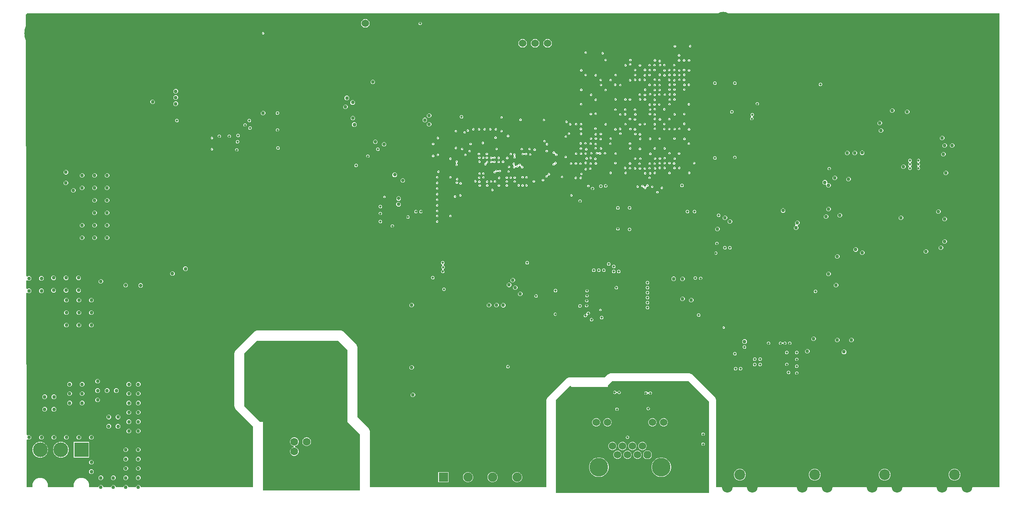
<source format=gbr>
%TF.GenerationSoftware,Altium Limited,Altium Designer,23.11.1 (41)*%
G04 Layer_Physical_Order=2*
G04 Layer_Color=16440176*
%FSLAX45Y45*%
%MOMM*%
%TF.SameCoordinates,1BD89016-B4D8-4A99-B54A-05B805E6E99A*%
%TF.FilePolarity,Positive*%
%TF.FileFunction,Copper,L2,Inr,Signal*%
%TF.Part,Single*%
G01*
G75*
%TA.AperFunction,Conductor*%
%ADD10C,0.23844*%
%TA.AperFunction,ComponentPad*%
%ADD110C,6.20000*%
%ADD111C,3.50000*%
%ADD112C,2.20000*%
%ADD113C,3.00000*%
%ADD114R,3.00000X3.00000*%
%ADD115R,1.90500X1.90500*%
%ADD116C,1.90500*%
%ADD117C,1.60000*%
%ADD118C,0.60000*%
%ADD119C,1.52400*%
G04:AMPARAMS|DCode=120|XSize=1.524mm|YSize=1.524mm|CornerRadius=0mm|HoleSize=0mm|Usage=FLASHONLY|Rotation=0.000|XOffset=0mm|YOffset=0mm|HoleType=Round|Shape=Octagon|*
%AMOCTAGOND120*
4,1,8,0.76200,-0.38100,0.76200,0.38100,0.38100,0.76200,-0.38100,0.76200,-0.76200,0.38100,-0.76200,-0.38100,-0.38100,-0.76200,0.38100,-0.76200,0.76200,-0.38100,0.0*
%
%ADD120OCTAGOND120*%

%ADD121C,3.81000*%
%TA.AperFunction,ViaPad*%
%ADD122C,0.76200*%
%ADD123C,0.50000*%
%ADD124C,0.30480*%
%ADD125C,0.50800*%
%ADD126C,0.71120*%
%ADD127C,0.55880*%
G36*
X20066000Y254000D02*
X14300980D01*
Y2032000D01*
X14278433Y2086433D01*
X13897433Y2467433D01*
X13813077Y2551789D01*
X13758644Y2574336D01*
X12149356D01*
X12094923Y2551789D01*
X12033114Y2489980D01*
X11303000D01*
X11248567Y2467433D01*
X10867567Y2086433D01*
X10845020Y2032000D01*
Y254000D01*
X7253167D01*
Y1396313D01*
X7230620Y1450746D01*
X6998480Y1682886D01*
Y3111499D01*
X6998480Y3111500D01*
X6975933Y3165933D01*
X6721933Y3419933D01*
X6667500Y3442480D01*
X4953000D01*
X4898567Y3419933D01*
X4517567Y3038933D01*
X4495020Y2984500D01*
Y1905000D01*
X4517567Y1850567D01*
X4876020Y1492114D01*
Y254000D01*
X2585720D01*
Y272938D01*
X2558938Y299720D01*
X2521062D01*
X2494280Y272938D01*
Y254000D01*
X2331720D01*
Y272938D01*
X2304938Y299720D01*
X2267062D01*
X2240280Y272938D01*
Y254000D01*
X2077720D01*
Y272938D01*
X2050938Y299720D01*
X2013062D01*
X1986280Y272938D01*
Y254000D01*
X1823720D01*
Y272938D01*
X1796938Y299720D01*
X1759062D01*
X1732280Y272938D01*
Y254000D01*
X1543833D01*
X1542680Y255725D01*
Y318375D01*
X1518705Y376255D01*
X1474405Y420555D01*
X1416525Y444530D01*
X1353875D01*
X1295995Y420555D01*
X1251695Y376255D01*
X1227720Y318375D01*
Y255725D01*
X1226567Y254000D01*
X703833D01*
X702680Y255725D01*
Y318375D01*
X678705Y376255D01*
X634405Y420555D01*
X576525Y444530D01*
X513875D01*
X455995Y420555D01*
X411695Y376255D01*
X387720Y318375D01*
Y255725D01*
X386567Y254000D01*
X266700D01*
X265424Y1221497D01*
X290810Y1232032D01*
X298562Y1224280D01*
X336438D01*
X363220Y1251062D01*
Y1288938D01*
X336438Y1315720D01*
X298562D01*
X290710Y1307868D01*
X265296Y1318375D01*
X261481Y4209940D01*
X286867Y4220475D01*
X298562Y4208780D01*
X336438D01*
X363220Y4235562D01*
Y4273438D01*
X336438Y4300220D01*
X298562D01*
X286778Y4288436D01*
X261364Y4298943D01*
X261146Y4464275D01*
X286532Y4474810D01*
X298562Y4462780D01*
X336438D01*
X363220Y4489562D01*
Y4527438D01*
X336438Y4554220D01*
X298562D01*
X286443Y4542101D01*
X261029Y4552608D01*
X254000Y9880600D01*
X279400Y9906000D01*
X20066000D01*
Y254000D01*
D02*
G37*
G36*
X14152266Y1995565D02*
Y135782D01*
X11042432D01*
Y2032000D01*
X11334532Y2324100D01*
X11359932Y2298700D01*
X12096532D01*
Y2324100D01*
X12185432Y2413000D01*
X13734831D01*
X14152266Y1995565D01*
D02*
G37*
G36*
X6794500Y3048000D02*
Y1587500D01*
X7048500Y1333500D01*
Y190500D01*
X5080000D01*
Y1587500D01*
X5016500D01*
X4699000Y1905000D01*
Y2984500D01*
X4953000Y3238500D01*
X6604000D01*
X6794500Y3048000D01*
D02*
G37*
%LPC*%
G36*
X8289857Y9732420D02*
X8262503D01*
X8243160Y9713077D01*
Y9685723D01*
X8262503Y9666380D01*
X8289857D01*
X8309200Y9685723D01*
Y9713077D01*
X8289857Y9732420D01*
D02*
G37*
G36*
X7197519Y9786620D02*
X7128081D01*
X7078980Y9737519D01*
Y9668081D01*
X7128081Y9618980D01*
X7197519D01*
X7246620Y9668081D01*
Y9737519D01*
X7197519Y9786620D01*
D02*
G37*
G36*
X5089469Y9522460D02*
X5070531D01*
X5057140Y9509069D01*
Y9490131D01*
X5070531Y9476740D01*
X5089469D01*
X5102860Y9490131D01*
Y9509069D01*
X5089469Y9522460D01*
D02*
G37*
G36*
X13780992Y9261423D02*
X13762054D01*
X13748663Y9248032D01*
Y9229094D01*
X13762054Y9215703D01*
X13780992D01*
X13794383Y9229094D01*
Y9248032D01*
X13780992Y9261423D01*
D02*
G37*
G36*
X10905919Y9380220D02*
X10836481D01*
X10787380Y9331119D01*
Y9261681D01*
X10836481Y9212580D01*
X10905919D01*
X10955020Y9261681D01*
Y9331119D01*
X10905919Y9380220D01*
D02*
G37*
G36*
X10651919D02*
X10582481D01*
X10533380Y9331119D01*
Y9261681D01*
X10582481Y9212580D01*
X10651919D01*
X10701020Y9261681D01*
Y9331119D01*
X10651919Y9380220D01*
D02*
G37*
G36*
X10397919D02*
X10328481D01*
X10279380Y9331119D01*
Y9261681D01*
X10328481Y9212580D01*
X10397919D01*
X10447020Y9261681D01*
Y9331119D01*
X10397919Y9380220D01*
D02*
G37*
G36*
X13470782Y9257387D02*
X13451843D01*
X13438454Y9243996D01*
Y9225058D01*
X13451843Y9211667D01*
X13470782D01*
X13484174Y9225058D01*
Y9243996D01*
X13470782Y9257387D01*
D02*
G37*
G36*
X11655369Y9128760D02*
X11636431D01*
X11623040Y9115369D01*
Y9096431D01*
X11636431Y9083040D01*
X11655369D01*
X11668760Y9096431D01*
Y9115369D01*
X11655369Y9128760D01*
D02*
G37*
G36*
X11998269Y9116060D02*
X11979331D01*
X11965940Y9102669D01*
Y9083731D01*
X11979331Y9070340D01*
X11998269D01*
X12011660Y9083731D01*
Y9102669D01*
X11998269Y9116060D01*
D02*
G37*
G36*
X13554558Y9073699D02*
X13535620D01*
X13522229Y9060308D01*
Y9041371D01*
X13535620Y9027979D01*
X13554558D01*
X13567949Y9041371D01*
Y9060308D01*
X13554558Y9073699D01*
D02*
G37*
G36*
X12060933Y8978370D02*
X12041995D01*
X12028604Y8964979D01*
Y8946041D01*
X12041995Y8932650D01*
X12060933D01*
X12074324Y8946041D01*
Y8964979D01*
X12060933Y8978370D01*
D02*
G37*
G36*
X12562959Y8976360D02*
X12544021D01*
X12530630Y8962969D01*
Y8944031D01*
X12544021Y8930640D01*
X12562959D01*
X12576350Y8944031D01*
Y8962969D01*
X12562959Y8976360D01*
D02*
G37*
G36*
X13654558Y8973699D02*
X13635620D01*
X13622229Y8960308D01*
Y8941370D01*
X13635620Y8927979D01*
X13654558D01*
X13667949Y8941370D01*
Y8960308D01*
X13654558Y8973699D01*
D02*
G37*
G36*
X13554558D02*
X13535620D01*
X13522229Y8960308D01*
Y8941370D01*
X13535620Y8927979D01*
X13554558D01*
X13567949Y8941370D01*
Y8960308D01*
X13554558Y8973699D01*
D02*
G37*
G36*
X13064334Y8971995D02*
X13045396D01*
X13032005Y8958604D01*
Y8939666D01*
X13045396Y8926275D01*
X13064334D01*
X13077725Y8939666D01*
Y8958604D01*
X13064334Y8971995D01*
D02*
G37*
G36*
X13758594Y8967959D02*
X13739656D01*
X13726265Y8954568D01*
Y8935630D01*
X13739656Y8922239D01*
X13758594D01*
X13771985Y8935630D01*
Y8954568D01*
X13758594Y8967959D01*
D02*
G37*
G36*
X13161444Y8955509D02*
X13142506D01*
X13129115Y8942118D01*
Y8923180D01*
X13142506Y8909789D01*
X13161444D01*
X13174835Y8923180D01*
Y8942118D01*
X13161444Y8955509D01*
D02*
G37*
G36*
X12559446Y8893335D02*
X12540508D01*
X12527117Y8879944D01*
Y8861006D01*
X12540508Y8847615D01*
X12559446D01*
X12572837Y8861006D01*
Y8879944D01*
X12559446Y8893335D01*
D02*
G37*
G36*
X13255569Y8874760D02*
X13236630D01*
X13223241Y8861369D01*
Y8842431D01*
X13236630Y8829040D01*
X13255569D01*
X13268961Y8842431D01*
Y8861369D01*
X13255569Y8874760D01*
D02*
G37*
G36*
X13166669D02*
X13147731D01*
X13134340Y8861369D01*
Y8842431D01*
X13147731Y8829040D01*
X13166669D01*
X13180060Y8842431D01*
Y8861369D01*
X13166669Y8874760D01*
D02*
G37*
G36*
X13454558Y8873699D02*
X13435620D01*
X13422229Y8860308D01*
Y8841370D01*
X13435620Y8827979D01*
X13454558D01*
X13467949Y8841370D01*
Y8860308D01*
X13454558Y8873699D01*
D02*
G37*
G36*
X13054558D02*
X13035620D01*
X13022229Y8860308D01*
Y8841370D01*
X13035620Y8827979D01*
X13054558D01*
X13067949Y8841370D01*
Y8860308D01*
X13054558Y8873699D01*
D02*
G37*
G36*
X12954558D02*
X12935620D01*
X12922229Y8860308D01*
Y8841370D01*
X12935620Y8827979D01*
X12954558D01*
X12967949Y8841370D01*
Y8860308D01*
X12954558Y8873699D01*
D02*
G37*
G36*
X12464969Y8871360D02*
X12446031D01*
X12432640Y8857969D01*
Y8839031D01*
X12446031Y8825640D01*
X12464969D01*
X12478360Y8839031D01*
Y8857969D01*
X12464969Y8871360D01*
D02*
G37*
G36*
X12757959Y8867324D02*
X12739021D01*
X12725630Y8853933D01*
Y8834995D01*
X12739021Y8821604D01*
X12757959D01*
X12771350Y8834995D01*
Y8853933D01*
X12757959Y8867324D01*
D02*
G37*
G36*
X12860933Y8778370D02*
X12841995D01*
X12828604Y8764979D01*
Y8746041D01*
X12841995Y8732650D01*
X12860933D01*
X12874324Y8746041D01*
Y8764979D01*
X12860933Y8778370D01*
D02*
G37*
G36*
X12661041Y8776460D02*
X12642103D01*
X12628712Y8763069D01*
Y8744131D01*
X12642103Y8730740D01*
X12661041D01*
X12674432Y8744131D01*
Y8763069D01*
X12661041Y8776460D01*
D02*
G37*
G36*
X13353923Y8774334D02*
X13334985D01*
X13321594Y8760943D01*
Y8742005D01*
X13334985Y8728614D01*
X13353923D01*
X13367314Y8742005D01*
Y8760943D01*
X13353923Y8774334D01*
D02*
G37*
G36*
X12958746Y8773847D02*
X12939809D01*
X12926418Y8760456D01*
Y8741518D01*
X12939809Y8728127D01*
X12958746D01*
X12972137Y8741518D01*
Y8760456D01*
X12958746Y8773847D01*
D02*
G37*
G36*
X13654558Y8773699D02*
X13635620D01*
X13622229Y8760308D01*
Y8741370D01*
X13635620Y8727979D01*
X13654558D01*
X13667949Y8741370D01*
Y8760308D01*
X13654558Y8773699D01*
D02*
G37*
G36*
X13454558D02*
X13435620D01*
X13422229Y8760308D01*
Y8741370D01*
X13435620Y8727979D01*
X13454558D01*
X13467949Y8741370D01*
Y8760308D01*
X13454558Y8773699D01*
D02*
G37*
G36*
X13054558D02*
X13035620D01*
X13022229Y8760308D01*
Y8741370D01*
X13035620Y8727979D01*
X13054558D01*
X13067949Y8741370D01*
Y8760308D01*
X13054558Y8773699D01*
D02*
G37*
G36*
X11564969Y8771360D02*
X11546031D01*
X11532640Y8757969D01*
Y8739031D01*
X11546031Y8725640D01*
X11564969D01*
X11578360Y8739031D01*
Y8757969D01*
X11564969Y8771360D01*
D02*
G37*
G36*
X13558594Y8767959D02*
X13539656D01*
X13526265Y8754568D01*
Y8735630D01*
X13539656Y8722239D01*
X13558594D01*
X13571985Y8735630D01*
Y8754568D01*
X13558594Y8767959D01*
D02*
G37*
G36*
X13258594D02*
X13239656D01*
X13226265Y8754568D01*
Y8735630D01*
X13239656Y8722239D01*
X13258594D01*
X13271985Y8735630D01*
Y8754568D01*
X13258594Y8767959D01*
D02*
G37*
G36*
X13757959Y8767324D02*
X13739021D01*
X13725630Y8753933D01*
Y8734995D01*
X13739021Y8721604D01*
X13757959D01*
X13771350Y8734995D01*
Y8753933D01*
X13757959Y8767324D01*
D02*
G37*
G36*
X13660298Y8677735D02*
X13641360D01*
X13627969Y8664344D01*
Y8645406D01*
X13641360Y8632015D01*
X13660298D01*
X13673689Y8645406D01*
Y8664344D01*
X13660298Y8677735D01*
D02*
G37*
G36*
X13460298D02*
X13441360D01*
X13427969Y8664344D01*
Y8645406D01*
X13441360Y8632015D01*
X13460298D01*
X13473689Y8645406D01*
Y8664344D01*
X13460298Y8677735D01*
D02*
G37*
G36*
X13360298D02*
X13341360D01*
X13327969Y8664344D01*
Y8645406D01*
X13341360Y8632015D01*
X13360298D01*
X13373689Y8645406D01*
Y8664344D01*
X13360298Y8677735D01*
D02*
G37*
G36*
X13160300D02*
X13141360D01*
X13127969Y8664344D01*
Y8645406D01*
X13141360Y8632015D01*
X13160300D01*
X13173689Y8645406D01*
Y8664344D01*
X13160300Y8677735D01*
D02*
G37*
G36*
X12659938Y8674847D02*
X12641001D01*
X12627609Y8661456D01*
Y8642518D01*
X12641001Y8629127D01*
X12659938D01*
X12673329Y8642518D01*
Y8661456D01*
X12659938Y8674847D01*
D02*
G37*
G36*
X11653923Y8674334D02*
X11634986D01*
X11621594Y8660943D01*
Y8642005D01*
X11634986Y8628614D01*
X11653923D01*
X11667314Y8642005D01*
Y8660943D01*
X11653923Y8674334D01*
D02*
G37*
G36*
X13557829Y8674100D02*
X13538892D01*
X13525500Y8660709D01*
Y8641771D01*
X13538892Y8628380D01*
X13557829D01*
X13571220Y8641771D01*
Y8660709D01*
X13557829Y8674100D01*
D02*
G37*
G36*
X12954558Y8673699D02*
X12935620D01*
X12922229Y8660308D01*
Y8641371D01*
X12935620Y8627979D01*
X12954558D01*
X12967949Y8641371D01*
Y8660308D01*
X12954558Y8673699D01*
D02*
G37*
G36*
X12264969Y8671360D02*
X12246031D01*
X12232640Y8657969D01*
Y8639031D01*
X12246031Y8625640D01*
X12264969D01*
X12278360Y8639031D01*
Y8657969D01*
X12264969Y8671360D01*
D02*
G37*
G36*
X13258594Y8667959D02*
X13239656D01*
X13226265Y8654568D01*
Y8635630D01*
X13239656Y8622239D01*
X13258594D01*
X13271985Y8635630D01*
Y8654568D01*
X13258594Y8667959D01*
D02*
G37*
G36*
X12857959Y8667324D02*
X12839021D01*
X12825630Y8653933D01*
Y8634995D01*
X12839021Y8621604D01*
X12857959D01*
X12871350Y8634995D01*
Y8653933D01*
X12857959Y8667324D01*
D02*
G37*
G36*
X11857959D02*
X11839021D01*
X11825630Y8653933D01*
Y8634995D01*
X11839021Y8621604D01*
X11857959D01*
X11871350Y8634995D01*
Y8653933D01*
X11857959Y8667324D01*
D02*
G37*
G36*
X13060933Y8578370D02*
X13041995D01*
X13028604Y8564979D01*
Y8546041D01*
X13041995Y8532650D01*
X13060933D01*
X13074324Y8546041D01*
Y8564979D01*
X13060933Y8578370D01*
D02*
G37*
G36*
X13560300Y8577735D02*
X13541360D01*
X13527969Y8564344D01*
Y8545406D01*
X13541360Y8532015D01*
X13560300D01*
X13573689Y8545406D01*
Y8564344D01*
X13560300Y8577735D01*
D02*
G37*
G36*
X12659938Y8575357D02*
X12641001D01*
X12627609Y8561966D01*
Y8543028D01*
X12641001Y8529637D01*
X12659938D01*
X12673329Y8543028D01*
Y8561966D01*
X12659938Y8575357D01*
D02*
G37*
G36*
X13353923Y8574334D02*
X13334985D01*
X13321594Y8560943D01*
Y8542005D01*
X13334985Y8528614D01*
X13353923D01*
X13367314Y8542005D01*
Y8560943D01*
X13353923Y8574334D01*
D02*
G37*
G36*
X13654558Y8573699D02*
X13635620D01*
X13622229Y8560308D01*
Y8541371D01*
X13635620Y8527979D01*
X13654558D01*
X13667949Y8541371D01*
Y8560308D01*
X13654558Y8573699D01*
D02*
G37*
G36*
X12854558D02*
X12835620D01*
X12822229Y8560308D01*
Y8541371D01*
X12835620Y8527979D01*
X12854558D01*
X12867949Y8541371D01*
Y8560308D01*
X12854558Y8573699D01*
D02*
G37*
G36*
X12754558D02*
X12735620D01*
X12722229Y8560308D01*
Y8541371D01*
X12735620Y8527979D01*
X12754558D01*
X12767949Y8541371D01*
Y8560308D01*
X12754558Y8573699D01*
D02*
G37*
G36*
X11960451Y8571560D02*
X11941514D01*
X11928122Y8558169D01*
Y8539231D01*
X11941514Y8525840D01*
X11960451D01*
X11973842Y8539231D01*
Y8558169D01*
X11960451Y8571560D01*
D02*
G37*
G36*
X13153969Y8569960D02*
X13135031D01*
X13121640Y8556569D01*
Y8537631D01*
X13135031Y8524240D01*
X13153969D01*
X13167360Y8537631D01*
Y8556569D01*
X13153969Y8569960D01*
D02*
G37*
G36*
X12162333D02*
X12143396D01*
X12130004Y8556569D01*
Y8537631D01*
X12143396Y8524240D01*
X12162333D01*
X12175724Y8537631D01*
Y8556569D01*
X12162333Y8569960D01*
D02*
G37*
G36*
X13458594Y8567959D02*
X13439656D01*
X13426265Y8554568D01*
Y8535630D01*
X13439656Y8522239D01*
X13458594D01*
X13471985Y8535630D01*
Y8554568D01*
X13458594Y8567959D01*
D02*
G37*
G36*
X12557959Y8567324D02*
X12539021D01*
X12525630Y8553933D01*
Y8534995D01*
X12539021Y8521604D01*
X12557959D01*
X12571350Y8534995D01*
Y8553933D01*
X12557959Y8567324D01*
D02*
G37*
G36*
X7333086Y8552180D02*
X7297314D01*
X7272020Y8526886D01*
Y8491114D01*
X7297314Y8465820D01*
X7333086D01*
X7358380Y8491114D01*
Y8526886D01*
X7333086Y8552180D01*
D02*
G37*
G36*
X14694878Y8516620D02*
X14667523D01*
X14648180Y8497277D01*
Y8469923D01*
X14667523Y8450580D01*
X14694878D01*
X14714220Y8469923D01*
Y8497277D01*
X14694878Y8516620D01*
D02*
G37*
G36*
X14288477D02*
X14261124D01*
X14241780Y8497277D01*
Y8469923D01*
X14261124Y8450580D01*
X14288477D01*
X14307820Y8469923D01*
Y8497277D01*
X14288477Y8516620D01*
D02*
G37*
G36*
X13460298Y8477735D02*
X13441360D01*
X13427969Y8464344D01*
Y8445406D01*
X13441360Y8432015D01*
X13460298D01*
X13473689Y8445406D01*
Y8464344D01*
X13460298Y8477735D01*
D02*
G37*
G36*
X13753923Y8474334D02*
X13734985D01*
X13721594Y8460943D01*
Y8442005D01*
X13734985Y8428614D01*
X13753923D01*
X13767314Y8442005D01*
Y8460943D01*
X13753923Y8474334D01*
D02*
G37*
G36*
X12253923D02*
X12234985D01*
X12221594Y8460943D01*
Y8442005D01*
X12234985Y8428614D01*
X12253923D01*
X12267314Y8442005D01*
Y8460943D01*
X12253923Y8474334D01*
D02*
G37*
G36*
X12954558Y8473699D02*
X12935620D01*
X12922229Y8460308D01*
Y8441370D01*
X12935620Y8427979D01*
X12954558D01*
X12967949Y8441370D01*
Y8460308D01*
X12954558Y8473699D01*
D02*
G37*
G36*
X13664334Y8471995D02*
X13645396D01*
X13632005Y8458604D01*
Y8439666D01*
X13645396Y8426275D01*
X13664334D01*
X13677725Y8439666D01*
Y8458604D01*
X13664334Y8471995D01*
D02*
G37*
G36*
X13364334D02*
X13345396D01*
X13332005Y8458604D01*
Y8439666D01*
X13345396Y8426275D01*
X13364334D01*
X13377725Y8439666D01*
Y8458604D01*
X13364334Y8471995D01*
D02*
G37*
G36*
X11964969Y8471360D02*
X11946031D01*
X11932640Y8457969D01*
Y8439031D01*
X11946031Y8425640D01*
X11964969D01*
X11978360Y8439031D01*
Y8457969D01*
X11964969Y8471360D01*
D02*
G37*
G36*
X16434776Y8491220D02*
X16407423D01*
X16388080Y8471877D01*
Y8444523D01*
X16407423Y8425180D01*
X16434776D01*
X16454120Y8444523D01*
Y8471877D01*
X16434776Y8491220D01*
D02*
G37*
G36*
X13158594Y8467959D02*
X13139656D01*
X13126265Y8454568D01*
Y8435630D01*
X13139656Y8422239D01*
X13158594D01*
X13171985Y8435630D01*
Y8454568D01*
X13158594Y8467959D01*
D02*
G37*
G36*
X13058594D02*
X13039656D01*
X13026265Y8454568D01*
Y8435630D01*
X13039656Y8422239D01*
X13058594D01*
X13071985Y8435630D01*
Y8454568D01*
X13058594Y8467959D01*
D02*
G37*
G36*
X12357959Y8467324D02*
X12339021D01*
X12325630Y8453933D01*
Y8434995D01*
X12339021Y8421604D01*
X12357959D01*
X12371350Y8434995D01*
Y8453933D01*
X12357959Y8467324D01*
D02*
G37*
G36*
X13660933Y8378370D02*
X13641995D01*
X13628604Y8364979D01*
Y8346041D01*
X13641995Y8332650D01*
X13660933D01*
X13674324Y8346041D01*
Y8364979D01*
X13660933Y8378370D01*
D02*
G37*
G36*
X13460933D02*
X13441995D01*
X13428604Y8364979D01*
Y8346041D01*
X13441995Y8332650D01*
X13460933D01*
X13474324Y8346041D01*
Y8364979D01*
X13460933Y8378370D01*
D02*
G37*
G36*
X13360298Y8377735D02*
X13341360D01*
X13327969Y8364344D01*
Y8345406D01*
X13341360Y8332015D01*
X13360298D01*
X13373689Y8345406D01*
Y8364344D01*
X13360298Y8377735D01*
D02*
G37*
G36*
X12864969Y8371360D02*
X12846031D01*
X12832640Y8357969D01*
Y8339031D01*
X12846031Y8325640D01*
X12864969D01*
X12878360Y8339031D01*
Y8357969D01*
X12864969Y8371360D01*
D02*
G37*
G36*
X11564969D02*
X11546031D01*
X11532640Y8357969D01*
Y8339031D01*
X11546031Y8325640D01*
X11564969D01*
X11578360Y8339031D01*
Y8357969D01*
X11564969Y8371360D01*
D02*
G37*
G36*
X13158594Y8367959D02*
X13139656D01*
X13126265Y8354568D01*
Y8335630D01*
X13139656Y8322239D01*
X13158594D01*
X13171985Y8335630D01*
Y8354568D01*
X13158594Y8367959D01*
D02*
G37*
G36*
X13058594D02*
X13039656D01*
X13026265Y8354568D01*
Y8335630D01*
X13039656Y8322239D01*
X13058594D01*
X13071985Y8335630D01*
Y8354568D01*
X13058594Y8367959D01*
D02*
G37*
G36*
X12057959Y8367324D02*
X12039021D01*
X12025630Y8353933D01*
Y8334995D01*
X12039021Y8321604D01*
X12057959D01*
X12071350Y8334995D01*
Y8353933D01*
X12057959Y8367324D01*
D02*
G37*
G36*
X3320938Y8364220D02*
X3283062D01*
X3256280Y8337438D01*
Y8299562D01*
X3283062Y8272780D01*
X3320938D01*
X3347720Y8299562D01*
Y8337438D01*
X3320938Y8364220D01*
D02*
G37*
G36*
X12963521Y8281948D02*
X12944583D01*
X12931192Y8268557D01*
Y8249619D01*
X12944583Y8236228D01*
X12963521D01*
X12976912Y8249619D01*
Y8268557D01*
X12963521Y8281948D01*
D02*
G37*
G36*
X13365533Y8277860D02*
X13346594D01*
X13333205Y8264469D01*
Y8245531D01*
X13346594Y8232140D01*
X13365533D01*
X13378925Y8245531D01*
Y8264469D01*
X13365533Y8277860D01*
D02*
G37*
G36*
X13460298Y8277735D02*
X13441360D01*
X13427969Y8264344D01*
Y8245406D01*
X13441360Y8232015D01*
X13460298D01*
X13473689Y8245406D01*
Y8264344D01*
X13460298Y8277735D01*
D02*
G37*
G36*
X13154558Y8273699D02*
X13135620D01*
X13122229Y8260308D01*
Y8241371D01*
X13135620Y8227979D01*
X13154558D01*
X13167949Y8241371D01*
Y8260308D01*
X13154558Y8273699D01*
D02*
G37*
G36*
X12754558D02*
X12735620D01*
X12722229Y8260308D01*
Y8241371D01*
X12735620Y8227979D01*
X12754558D01*
X12767949Y8241371D01*
Y8260308D01*
X12754558Y8273699D01*
D02*
G37*
G36*
X13264334Y8271995D02*
X13245396D01*
X13232005Y8258603D01*
Y8239666D01*
X13245396Y8226275D01*
X13264334D01*
X13277725Y8239666D01*
Y8258603D01*
X13264334Y8271995D01*
D02*
G37*
G36*
X11764969Y8271360D02*
X11746031D01*
X11732640Y8257969D01*
Y8239031D01*
X11746031Y8225640D01*
X11764969D01*
X11778360Y8239031D01*
Y8257969D01*
X11764969Y8271360D01*
D02*
G37*
G36*
X13058594Y8267959D02*
X13039656D01*
X13026265Y8254568D01*
Y8235630D01*
X13039656Y8222239D01*
X13058594D01*
X13071985Y8235630D01*
Y8254568D01*
X13058594Y8267959D01*
D02*
G37*
G36*
X12858594D02*
X12839656D01*
X12826265Y8254568D01*
Y8235630D01*
X12839656Y8222239D01*
X12858594D01*
X12871985Y8235630D01*
Y8254568D01*
X12858594Y8267959D01*
D02*
G37*
G36*
X3320938Y8237220D02*
X3283062D01*
X3256280Y8210438D01*
Y8172562D01*
X3283062Y8145780D01*
X3320938D01*
X3347720Y8172562D01*
Y8210438D01*
X3320938Y8237220D01*
D02*
G37*
G36*
X6803748Y8227530D02*
X6765872D01*
X6739090Y8200748D01*
Y8162872D01*
X6765872Y8136090D01*
X6803748D01*
X6830530Y8162872D01*
Y8200748D01*
X6803748Y8227530D01*
D02*
G37*
G36*
X13460933Y8178370D02*
X13441995D01*
X13428604Y8164979D01*
Y8146041D01*
X13441995Y8132650D01*
X13460933D01*
X13474324Y8146041D01*
Y8164979D01*
X13460933Y8178370D01*
D02*
G37*
G36*
X12460933D02*
X12441995D01*
X12428604Y8164979D01*
Y8146041D01*
X12441995Y8132650D01*
X12460933D01*
X12474324Y8146041D01*
Y8164979D01*
X12460933Y8178370D01*
D02*
G37*
G36*
X12260933D02*
X12241995D01*
X12228604Y8164979D01*
Y8146041D01*
X12241995Y8132650D01*
X12260933D01*
X12274324Y8146041D01*
Y8164979D01*
X12260933Y8178370D01*
D02*
G37*
G36*
X12860298Y8177735D02*
X12841360D01*
X12827969Y8164344D01*
Y8145406D01*
X12841360Y8132015D01*
X12860298D01*
X12873689Y8145406D01*
Y8164344D01*
X12860298Y8177735D01*
D02*
G37*
G36*
X12760298D02*
X12741361D01*
X12727969Y8164344D01*
Y8145406D01*
X12741361Y8132015D01*
X12760298D01*
X12773689Y8145406D01*
Y8164344D01*
X12760298Y8177735D01*
D02*
G37*
G36*
X12553923Y8174334D02*
X12534986D01*
X12521594Y8160943D01*
Y8142005D01*
X12534986Y8128614D01*
X12553923D01*
X12567314Y8142005D01*
Y8160943D01*
X12553923Y8174334D01*
D02*
G37*
G36*
X13364334Y8171995D02*
X13345396D01*
X13332005Y8158604D01*
Y8139666D01*
X13345396Y8126275D01*
X13364334D01*
X13377725Y8139666D01*
Y8158604D01*
X13364334Y8171995D01*
D02*
G37*
G36*
X13057959Y8167324D02*
X13039021D01*
X13025630Y8153933D01*
Y8134995D01*
X13039021Y8121604D01*
X13057959D01*
X13071350Y8134995D01*
Y8153933D01*
X13057959Y8167324D01*
D02*
G37*
G36*
X11857958Y8167321D02*
X11839020D01*
X11825629Y8153930D01*
Y8134992D01*
X11839020Y8121601D01*
X11857958D01*
X11871349Y8134992D01*
Y8153930D01*
X11857958Y8167321D01*
D02*
G37*
G36*
X2851478Y8148760D02*
X2813602D01*
X2786820Y8121978D01*
Y8084102D01*
X2813602Y8057320D01*
X2851478D01*
X2878260Y8084102D01*
Y8121978D01*
X2851478Y8148760D01*
D02*
G37*
G36*
X6923645Y8137530D02*
X6885769D01*
X6858987Y8110748D01*
Y8072872D01*
X6885769Y8046090D01*
X6923645D01*
X6950427Y8072872D01*
Y8110748D01*
X6923645Y8137530D01*
D02*
G37*
G36*
X13360933Y8078370D02*
X13341995D01*
X13328604Y8064979D01*
Y8046041D01*
X13341995Y8032650D01*
X13360933D01*
X13374324Y8046041D01*
Y8064979D01*
X13360933Y8078370D01*
D02*
G37*
G36*
X11560933D02*
X11541995D01*
X11528604Y8064979D01*
Y8046041D01*
X11541995Y8032650D01*
X11560933D01*
X11574324Y8046041D01*
Y8064979D01*
X11560933Y8078370D01*
D02*
G37*
G36*
X15152077Y8097520D02*
X15124722D01*
X15105380Y8078177D01*
Y8050823D01*
X15124722Y8031480D01*
X15152077D01*
X15171420Y8050823D01*
Y8078177D01*
X15152077Y8097520D01*
D02*
G37*
G36*
X13753923Y8074334D02*
X13734985D01*
X13721594Y8060943D01*
Y8042005D01*
X13734985Y8028614D01*
X13753923D01*
X13767314Y8042005D01*
Y8060943D01*
X13753923Y8074334D01*
D02*
G37*
G36*
X13154558Y8073699D02*
X13135620D01*
X13122229Y8060308D01*
Y8041371D01*
X13135620Y8027979D01*
X13154558D01*
X13167949Y8041371D01*
Y8060308D01*
X13154558Y8073699D01*
D02*
G37*
G36*
X13054558D02*
X13035620D01*
X13022229Y8060308D01*
Y8041371D01*
X13035620Y8027979D01*
X13054558D01*
X13067949Y8041371D01*
Y8060308D01*
X13054558Y8073699D01*
D02*
G37*
G36*
X12957959Y8067324D02*
X12939021D01*
X12925630Y8053933D01*
Y8034995D01*
X12939021Y8021604D01*
X12957959D01*
X12971350Y8034995D01*
Y8053933D01*
X12957959Y8067324D01*
D02*
G37*
G36*
X3320938Y8110220D02*
X3283062D01*
X3256280Y8083438D01*
Y8045562D01*
X3283062Y8018780D01*
X3320938D01*
X3347720Y8045562D01*
Y8083438D01*
X3320938Y8110220D01*
D02*
G37*
G36*
X6775338Y8046720D02*
X6737462D01*
X6710680Y8019938D01*
Y7982062D01*
X6737462Y7955280D01*
X6775338D01*
X6802120Y7982062D01*
Y8019938D01*
X6775338Y8046720D01*
D02*
G37*
G36*
X13060298Y7977735D02*
X13041360D01*
X13027969Y7964344D01*
Y7945406D01*
X13041360Y7932015D01*
X13060298D01*
X13073689Y7945406D01*
Y7964344D01*
X13060298Y7977735D01*
D02*
G37*
G36*
X13254558Y7973699D02*
X13235620D01*
X13222229Y7960308D01*
Y7941370D01*
X13235620Y7927979D01*
X13254558D01*
X13267949Y7941370D01*
Y7960308D01*
X13254558Y7973699D01*
D02*
G37*
G36*
X12964969Y7971360D02*
X12946031D01*
X12932640Y7957969D01*
Y7939031D01*
X12946031Y7925640D01*
X12964969D01*
X12978360Y7939031D01*
Y7957969D01*
X12964969Y7971360D01*
D02*
G37*
G36*
X12657959Y7967324D02*
X12639021D01*
X12625630Y7953933D01*
Y7934995D01*
X12639021Y7921604D01*
X12657959D01*
X12671350Y7934995D01*
Y7953933D01*
X12657959Y7967324D01*
D02*
G37*
G36*
X12457959D02*
X12439021D01*
X12425630Y7953933D01*
Y7934995D01*
X12439021Y7921604D01*
X12457959D01*
X12471350Y7934995D01*
Y7953933D01*
X12457959Y7967324D01*
D02*
G37*
G36*
X12257959D02*
X12239021D01*
X12225630Y7953933D01*
Y7934995D01*
X12239021Y7921604D01*
X12257959D01*
X12271350Y7934995D01*
Y7953933D01*
X12257959Y7967324D01*
D02*
G37*
G36*
X17900539Y7970520D02*
X17862662D01*
X17835880Y7943738D01*
Y7905862D01*
X17862662Y7879080D01*
X17900539D01*
X17927319Y7905862D01*
Y7943738D01*
X17900539Y7970520D01*
D02*
G37*
G36*
X14631377Y7932420D02*
X14604024D01*
X14584680Y7913077D01*
Y7885723D01*
X14604024Y7866380D01*
X14631377D01*
X14650720Y7885723D01*
Y7913077D01*
X14631377Y7932420D01*
D02*
G37*
G36*
X18205338Y7945120D02*
X18167462D01*
X18140680Y7918338D01*
Y7880462D01*
X18167462Y7853680D01*
X18205338D01*
X18232120Y7880462D01*
Y7918338D01*
X18205338Y7945120D01*
D02*
G37*
G36*
X5385777Y7907020D02*
X5358423D01*
X5339080Y7887677D01*
Y7860323D01*
X5358423Y7840980D01*
X5385777D01*
X5405120Y7860323D01*
Y7887677D01*
X5385777Y7907020D01*
D02*
G37*
G36*
X11858569Y7884160D02*
X11839631D01*
X11826240Y7870769D01*
Y7851831D01*
X11839631Y7838440D01*
X11858569D01*
X11871960Y7851831D01*
Y7870769D01*
X11858569Y7884160D01*
D02*
G37*
G36*
X13660933Y7878370D02*
X13641995D01*
X13628604Y7864979D01*
Y7846041D01*
X13641995Y7832650D01*
X13660933D01*
X13674324Y7846041D01*
Y7864979D01*
X13660933Y7878370D01*
D02*
G37*
G36*
X12960933D02*
X12941995D01*
X12928604Y7864979D01*
Y7846041D01*
X12941995Y7832650D01*
X12960933D01*
X12974324Y7846041D01*
Y7864979D01*
X12960933Y7878370D01*
D02*
G37*
G36*
X11760933D02*
X11741996D01*
X11728604Y7864979D01*
Y7846041D01*
X11741996Y7832650D01*
X11760933D01*
X11774324Y7846041D01*
Y7864979D01*
X11760933Y7878370D01*
D02*
G37*
G36*
X5098938Y7919720D02*
X5061062D01*
X5034280Y7892938D01*
Y7855062D01*
X5061062Y7828280D01*
X5098938D01*
X5125720Y7855062D01*
Y7892938D01*
X5098938Y7919720D01*
D02*
G37*
G36*
X12457096Y7872147D02*
X12438158D01*
X12424767Y7858756D01*
Y7839818D01*
X12438158Y7826427D01*
X12457096D01*
X12470487Y7839818D01*
Y7858756D01*
X12457096Y7872147D01*
D02*
G37*
G36*
X13464334Y7871995D02*
X13445396D01*
X13432005Y7858604D01*
Y7839666D01*
X13445396Y7826275D01*
X13464334D01*
X13477725Y7839666D01*
Y7858604D01*
X13464334Y7871995D01*
D02*
G37*
G36*
X12664969Y7871360D02*
X12646031D01*
X12632640Y7857969D01*
Y7839031D01*
X12646031Y7825640D01*
X12664969D01*
X12678360Y7839031D01*
Y7857969D01*
X12664969Y7871360D01*
D02*
G37*
G36*
X13058594Y7867959D02*
X13039656D01*
X13026265Y7854568D01*
Y7835630D01*
X13039656Y7822239D01*
X13058594D01*
X13071985Y7835630D01*
Y7854568D01*
X13058594Y7867959D01*
D02*
G37*
G36*
X12357957Y7867321D02*
X12339019D01*
X12325628Y7853930D01*
Y7834992D01*
X12339019Y7821601D01*
X12357957D01*
X12371348Y7834992D01*
Y7853930D01*
X12357957Y7867321D01*
D02*
G37*
G36*
X8477138Y7868920D02*
X8439262D01*
X8412480Y7842138D01*
Y7804262D01*
X8439262Y7777480D01*
X8477138D01*
X8503920Y7804262D01*
Y7842138D01*
X8477138Y7868920D01*
D02*
G37*
G36*
X9132277Y7830820D02*
X9104923D01*
X9085580Y7811477D01*
Y7784123D01*
X9104923Y7764780D01*
X9132277D01*
X9151620Y7784123D01*
Y7811477D01*
X9132277Y7830820D01*
D02*
G37*
G36*
X9940869Y7807960D02*
X9921931D01*
X9908540Y7794569D01*
Y7775631D01*
X9921931Y7762240D01*
X9940869D01*
X9954260Y7775631D01*
Y7794569D01*
X9940869Y7807960D01*
D02*
G37*
G36*
X13060933Y7778370D02*
X13041995D01*
X13028604Y7764979D01*
Y7746041D01*
X13041995Y7732650D01*
X13060933D01*
X13074324Y7746041D01*
Y7764979D01*
X13060933Y7778370D01*
D02*
G37*
G36*
X6926686Y7815580D02*
X6890914D01*
X6865620Y7790286D01*
Y7754514D01*
X6890914Y7729220D01*
X6926686D01*
X6951980Y7754514D01*
Y7790286D01*
X6926686Y7815580D01*
D02*
G37*
G36*
X12553923Y7774334D02*
X12534986D01*
X12521594Y7760943D01*
Y7742005D01*
X12534986Y7728614D01*
X12553923D01*
X12567314Y7742005D01*
Y7760943D01*
X12553923Y7774334D01*
D02*
G37*
G36*
X13354558Y7773699D02*
X13335620D01*
X13322229Y7760308D01*
Y7741371D01*
X13335620Y7727979D01*
X13354558D01*
X13367949Y7741371D01*
Y7760308D01*
X13354558Y7773699D01*
D02*
G37*
G36*
X15046877Y7878020D02*
X15019524D01*
X15000180Y7858677D01*
Y7831323D01*
X15013383Y7818120D01*
X15010661Y7794763D01*
X15008746Y7791044D01*
X14991080Y7773377D01*
Y7746023D01*
X15010423Y7726680D01*
X15037778D01*
X15057120Y7746023D01*
Y7773377D01*
X15043916Y7786580D01*
X15046638Y7809937D01*
X15048553Y7813656D01*
X15066220Y7831323D01*
Y7858677D01*
X15046877Y7878020D01*
D02*
G37*
G36*
X13164969Y7771360D02*
X13146031D01*
X13132640Y7757969D01*
Y7739031D01*
X13146031Y7725640D01*
X13164969D01*
X13178360Y7739031D01*
Y7757969D01*
X13164969Y7771360D01*
D02*
G37*
G36*
X12657959Y7767324D02*
X12639021D01*
X12625630Y7753933D01*
Y7734995D01*
X12639021Y7721604D01*
X12657959D01*
X12671350Y7734995D01*
Y7753933D01*
X12657959Y7767324D01*
D02*
G37*
G36*
X10326969Y7762260D02*
X10308031D01*
X10294640Y7748869D01*
Y7729931D01*
X10308031Y7716540D01*
X10326969D01*
X10340360Y7729931D01*
Y7748869D01*
X10326969Y7762260D01*
D02*
G37*
G36*
X10804469Y7755910D02*
X10785531D01*
X10772140Y7742519D01*
Y7723581D01*
X10785531Y7710190D01*
X10804469D01*
X10817860Y7723581D01*
Y7742519D01*
X10804469Y7755910D01*
D02*
G37*
G36*
X4814277Y7754620D02*
X4786923D01*
X4767580Y7735277D01*
Y7707923D01*
X4786923Y7688580D01*
X4814277D01*
X4833620Y7707923D01*
Y7735277D01*
X4814277Y7754620D01*
D02*
G37*
G36*
X3341077D02*
X3313723D01*
X3294380Y7735277D01*
Y7707923D01*
X3313723Y7688580D01*
X3341077D01*
X3360420Y7707923D01*
Y7735277D01*
X3341077Y7754620D01*
D02*
G37*
G36*
X8390728Y7777530D02*
X8352852D01*
X8326070Y7750748D01*
Y7712872D01*
X8352852Y7686090D01*
X8390728D01*
X8417510Y7712872D01*
Y7750748D01*
X8390728Y7777530D01*
D02*
G37*
G36*
X11261669Y7719060D02*
X11242731D01*
X11229340Y7705669D01*
Y7686731D01*
X11242731Y7673340D01*
X11261669D01*
X11275060Y7686731D01*
Y7705669D01*
X11261669Y7719060D01*
D02*
G37*
G36*
X13660298Y7677735D02*
X13641360D01*
X13627969Y7664344D01*
Y7645406D01*
X13641360Y7632015D01*
X13660298D01*
X13673689Y7645406D01*
Y7664344D01*
X13660298Y7677735D01*
D02*
G37*
G36*
X13253923Y7674334D02*
X13234985D01*
X13221594Y7660943D01*
Y7642005D01*
X13234985Y7628614D01*
X13253923D01*
X13267314Y7642005D01*
Y7660943D01*
X13253923Y7674334D01*
D02*
G37*
G36*
X12853923D02*
X12834985D01*
X12821594Y7660943D01*
Y7642005D01*
X12834985Y7628614D01*
X12853923D01*
X12867314Y7642005D01*
Y7660943D01*
X12853923Y7674334D01*
D02*
G37*
G36*
X11559447Y7672846D02*
X11540510D01*
X11527118Y7659455D01*
Y7640518D01*
X11540510Y7627126D01*
X11559447D01*
X11572838Y7640518D01*
Y7659455D01*
X11559447Y7672846D01*
D02*
G37*
G36*
X11459445Y7672846D02*
X11440508D01*
X11427117Y7659455D01*
Y7640517D01*
X11440508Y7627126D01*
X11459445D01*
X11472837Y7640517D01*
Y7659455D01*
X11459445Y7672846D01*
D02*
G37*
G36*
X12464969Y7671360D02*
X12446031D01*
X12432640Y7657969D01*
Y7639031D01*
X12446031Y7625640D01*
X12464969D01*
X12478360Y7639031D01*
Y7657969D01*
X12464969Y7671360D01*
D02*
G37*
G36*
X17646538Y7716520D02*
X17608662D01*
X17581880Y7689738D01*
Y7651862D01*
X17608662Y7625080D01*
X17646538D01*
X17673320Y7651862D01*
Y7689738D01*
X17646538Y7716520D01*
D02*
G37*
G36*
X11337869Y7668278D02*
X11318931D01*
X11305540Y7654887D01*
Y7635949D01*
X11318931Y7622558D01*
X11337869D01*
X11351260Y7635949D01*
Y7654887D01*
X11337869Y7668278D01*
D02*
G37*
G36*
X12061769Y7668260D02*
X12042831D01*
X12029440Y7654869D01*
Y7635931D01*
X12042831Y7622540D01*
X12061769D01*
X12075160Y7635931D01*
Y7654869D01*
X12061769Y7668260D01*
D02*
G37*
G36*
X13058594Y7667959D02*
X13039656D01*
X13026265Y7654568D01*
Y7635630D01*
X13039656Y7622239D01*
X13058594D01*
X13071985Y7635630D01*
Y7654568D01*
X13058594Y7667959D01*
D02*
G37*
G36*
X12757959Y7667324D02*
X12739021D01*
X12725630Y7653933D01*
Y7634995D01*
X12739021Y7621604D01*
X12757959D01*
X12771350Y7634995D01*
Y7653933D01*
X12757959Y7667324D01*
D02*
G37*
G36*
X8477138Y7691120D02*
X8439262D01*
X8412480Y7664338D01*
Y7626462D01*
X8439262Y7599680D01*
X8477138D01*
X8503920Y7626462D01*
Y7664338D01*
X8477138Y7691120D01*
D02*
G37*
G36*
X4725377Y7665720D02*
X4698023D01*
X4678680Y7646377D01*
Y7619023D01*
X4698023Y7599680D01*
X4725377D01*
X4744720Y7619023D01*
Y7646377D01*
X4725377Y7665720D01*
D02*
G37*
G36*
X6956728Y7687530D02*
X6918852D01*
X6892070Y7660748D01*
Y7622872D01*
X6918852Y7596090D01*
X6956728D01*
X6983510Y7622872D01*
Y7660748D01*
X6956728Y7687530D01*
D02*
G37*
G36*
X4826977Y7602220D02*
X4799623D01*
X4780280Y7582877D01*
Y7555523D01*
X4799623Y7536180D01*
X4826977D01*
X4846320Y7555523D01*
Y7582877D01*
X4826977Y7602220D01*
D02*
G37*
G36*
X11852930Y7579360D02*
X11833992D01*
X11820601Y7565969D01*
Y7547031D01*
X11833992Y7533640D01*
X11852930D01*
X11866321Y7547031D01*
Y7565969D01*
X11852930Y7579360D01*
D02*
G37*
G36*
X13560933Y7578370D02*
X13541995D01*
X13528604Y7564979D01*
Y7546041D01*
X13541995Y7532650D01*
X13560933D01*
X13574324Y7546041D01*
Y7564979D01*
X13560933Y7578370D01*
D02*
G37*
G36*
X13060933D02*
X13041995D01*
X13028604Y7564979D01*
Y7546041D01*
X13041995Y7532650D01*
X13060933D01*
X13074324Y7546041D01*
Y7564979D01*
X13060933Y7578370D01*
D02*
G37*
G36*
X11555369Y7574560D02*
X11536431D01*
X11523040Y7561169D01*
Y7542231D01*
X11536431Y7528840D01*
X11555369D01*
X11568760Y7542231D01*
Y7561169D01*
X11555369Y7574560D01*
D02*
G37*
G36*
X12353923Y7574334D02*
X12334985D01*
X12321594Y7560943D01*
Y7542005D01*
X12334985Y7528614D01*
X12353923D01*
X12367314Y7542005D01*
Y7560943D01*
X12353923Y7574334D01*
D02*
G37*
G36*
X13354558Y7573699D02*
X13335620D01*
X13322229Y7560308D01*
Y7541370D01*
X13335620Y7527979D01*
X13354558D01*
X13367949Y7541370D01*
Y7560308D01*
X13354558Y7573699D01*
D02*
G37*
G36*
X13254558D02*
X13235620D01*
X13222229Y7560308D01*
Y7541370D01*
X13235620Y7527979D01*
X13254558D01*
X13267949Y7541370D01*
Y7560308D01*
X13254558Y7573699D01*
D02*
G37*
G36*
X13464334Y7571995D02*
X13445396D01*
X13432005Y7558604D01*
Y7539666D01*
X13445396Y7526275D01*
X13464334D01*
X13477725Y7539666D01*
Y7558604D01*
X13464334Y7571995D01*
D02*
G37*
G36*
X12564969Y7571360D02*
X12546031D01*
X12532640Y7557969D01*
Y7539031D01*
X12546031Y7525640D01*
X12564969D01*
X12578360Y7539031D01*
Y7557969D01*
X12564969Y7571360D01*
D02*
G37*
G36*
X13757959Y7567324D02*
X13739021D01*
X13725630Y7553933D01*
Y7534995D01*
X13739021Y7521604D01*
X13757959D01*
X13771350Y7534995D01*
Y7553933D01*
X13757959Y7567324D01*
D02*
G37*
G36*
X12657959D02*
X12639021D01*
X12625630Y7553933D01*
Y7534995D01*
X12639021Y7521604D01*
X12657959D01*
X12671350Y7534995D01*
Y7553933D01*
X12657959Y7567324D01*
D02*
G37*
G36*
X12257959D02*
X12239021D01*
X12225630Y7553933D01*
Y7534995D01*
X12239021Y7521604D01*
X12257959D01*
X12271350Y7534995D01*
Y7553933D01*
X12257959Y7567324D01*
D02*
G37*
G36*
X9826569Y7566660D02*
X9807631D01*
X9794240Y7553269D01*
Y7534331D01*
X9807631Y7520940D01*
X9826569D01*
X9839960Y7534331D01*
Y7553269D01*
X9826569Y7566660D01*
D02*
G37*
G36*
X9712269D02*
X9693331D01*
X9679940Y7553269D01*
Y7534331D01*
X9693331Y7520940D01*
X9712269D01*
X9725660Y7534331D01*
Y7553269D01*
X9712269Y7566660D01*
D02*
G37*
G36*
X9597969D02*
X9579031D01*
X9565640Y7553269D01*
Y7534331D01*
X9579031Y7520940D01*
X9597969D01*
X9611360Y7534331D01*
Y7553269D01*
X9597969Y7566660D01*
D02*
G37*
G36*
X9483669D02*
X9464731D01*
X9451340Y7553269D01*
Y7534331D01*
X9464731Y7520940D01*
X9483669D01*
X9497060Y7534331D01*
Y7553269D01*
X9483669Y7566660D01*
D02*
G37*
G36*
X9369369D02*
X9350431D01*
X9337040Y7553269D01*
Y7534331D01*
X9350431Y7520940D01*
X9369369D01*
X9382760Y7534331D01*
Y7553269D01*
X9369369Y7566660D01*
D02*
G37*
G36*
X5385777Y7564120D02*
X5358423D01*
X5339080Y7544777D01*
Y7517423D01*
X5358423Y7498080D01*
X5385777D01*
X5405120Y7517423D01*
Y7544777D01*
X5385777Y7564120D01*
D02*
G37*
G36*
X9255069Y7541260D02*
X9236131D01*
X9222740Y7527869D01*
Y7508931D01*
X9236131Y7495540D01*
X9255069D01*
X9268460Y7508931D01*
Y7527869D01*
X9255069Y7541260D01*
D02*
G37*
G36*
X9940869Y7529756D02*
X9921931D01*
X9908540Y7516365D01*
Y7497427D01*
X9921931Y7484036D01*
X9940869D01*
X9954260Y7497427D01*
Y7516365D01*
X9940869Y7529756D01*
D02*
G37*
G36*
X9013769Y7528560D02*
X8994831D01*
X8981440Y7515169D01*
Y7496231D01*
X8994831Y7482840D01*
X9013769D01*
X9027160Y7496231D01*
Y7515169D01*
X9013769Y7528560D01*
D02*
G37*
G36*
X17671938Y7564120D02*
X17634062D01*
X17607280Y7537338D01*
Y7499462D01*
X17634062Y7472680D01*
X17671938D01*
X17698720Y7499462D01*
Y7537338D01*
X17671938Y7564120D01*
D02*
G37*
G36*
X9191569Y7503160D02*
X9172631D01*
X9159240Y7489769D01*
Y7470831D01*
X9172631Y7457440D01*
X9191569D01*
X9204960Y7470831D01*
Y7489769D01*
X9191569Y7503160D01*
D02*
G37*
G36*
X12360933Y7478370D02*
X12341995D01*
X12328604Y7464979D01*
Y7446041D01*
X12341995Y7432650D01*
X12360933D01*
X12374324Y7446041D01*
Y7464979D01*
X12360933Y7478370D01*
D02*
G37*
G36*
X11312469Y7477760D02*
X11293531D01*
X11280140Y7464369D01*
Y7445431D01*
X11293531Y7432040D01*
X11312469D01*
X11325860Y7445431D01*
Y7464369D01*
X11312469Y7477760D01*
D02*
G37*
G36*
X11559447Y7472846D02*
X11540510D01*
X11527118Y7459455D01*
Y7440518D01*
X11540510Y7427126D01*
X11559447D01*
X11572838Y7440518D01*
Y7459455D01*
X11559447Y7472846D01*
D02*
G37*
G36*
X12664969Y7471360D02*
X12646031D01*
X12632640Y7457969D01*
Y7439031D01*
X12646031Y7425640D01*
X12664969D01*
X12678360Y7439031D01*
Y7457969D01*
X12664969Y7471360D01*
D02*
G37*
G36*
X11963523Y7471134D02*
X11944586D01*
X11931195Y7457743D01*
Y7438805D01*
X11944586Y7425414D01*
X11963523D01*
X11976915Y7438805D01*
Y7457743D01*
X11963523Y7471134D01*
D02*
G37*
G36*
X12757959Y7467324D02*
X12739021D01*
X12725630Y7453933D01*
Y7434995D01*
X12739021Y7421604D01*
X12757959D01*
X12771350Y7434995D01*
Y7453933D01*
X12757959Y7467324D01*
D02*
G37*
G36*
X11858569Y7465060D02*
X11839631D01*
X11826240Y7451669D01*
Y7432731D01*
X11839631Y7419340D01*
X11858569D01*
X11871960Y7432731D01*
Y7451669D01*
X11858569Y7465060D01*
D02*
G37*
G36*
X10074219Y7433310D02*
X10055281D01*
X10041890Y7419919D01*
Y7400981D01*
X10055281Y7387590D01*
X10074219D01*
X10087610Y7400981D01*
Y7419919D01*
X10074219Y7433310D01*
D02*
G37*
G36*
X4585677Y7449820D02*
X4558323D01*
X4538980Y7430477D01*
Y7403123D01*
X4558323Y7383780D01*
X4585677D01*
X4605020Y7403123D01*
Y7430477D01*
X4585677Y7449820D01*
D02*
G37*
G36*
X11248969Y7417594D02*
X11230031D01*
X11216640Y7404203D01*
Y7385265D01*
X11230031Y7371874D01*
X11248969D01*
X11262360Y7385265D01*
Y7404203D01*
X11248969Y7417594D01*
D02*
G37*
G36*
X4407877Y7437120D02*
X4380523D01*
X4361180Y7417777D01*
Y7390423D01*
X4380523Y7371080D01*
X4407877D01*
X4427220Y7390423D01*
Y7417777D01*
X4407877Y7437120D01*
D02*
G37*
G36*
X4204677D02*
X4177323D01*
X4157980Y7417777D01*
Y7390423D01*
X4177323Y7371080D01*
X4204677D01*
X4224020Y7390423D01*
Y7417777D01*
X4204677Y7437120D01*
D02*
G37*
G36*
X9820219Y7397750D02*
X9801281D01*
X9787890Y7384359D01*
Y7365421D01*
X9801281Y7352030D01*
X9820219D01*
X9833610Y7365421D01*
Y7384359D01*
X9820219Y7397750D01*
D02*
G37*
G36*
X8645469Y7388860D02*
X8626531D01*
X8613140Y7375469D01*
Y7356531D01*
X8626531Y7343140D01*
X8645469D01*
X8658860Y7356531D01*
Y7375469D01*
X8645469Y7388860D01*
D02*
G37*
G36*
X4048069D02*
X4029131D01*
X4015740Y7375469D01*
Y7356531D01*
X4029131Y7343140D01*
X4048069D01*
X4061460Y7356531D01*
Y7375469D01*
X4048069Y7388860D01*
D02*
G37*
G36*
X13460933Y7378370D02*
X13441995D01*
X13428604Y7364979D01*
Y7346041D01*
X13441995Y7332650D01*
X13460933D01*
X13474324Y7346041D01*
Y7364979D01*
X13460933Y7378370D01*
D02*
G37*
G36*
X13160933D02*
X13141995D01*
X13128604Y7364979D01*
Y7346041D01*
X13141995Y7332650D01*
X13160933D01*
X13174324Y7346041D01*
Y7364979D01*
X13160933Y7378370D01*
D02*
G37*
G36*
X11861159Y7376924D02*
X11842221D01*
X11828830Y7363533D01*
Y7344595D01*
X11842221Y7331204D01*
X11861159D01*
X11874550Y7344595D01*
Y7363533D01*
X11861159Y7376924D01*
D02*
G37*
G36*
X11761159D02*
X11742221D01*
X11728830Y7363533D01*
Y7344595D01*
X11742221Y7331204D01*
X11761159D01*
X11774550Y7344595D01*
Y7363533D01*
X11761159Y7376924D01*
D02*
G37*
G36*
X12163369Y7376160D02*
X12144431D01*
X12131040Y7362769D01*
Y7343831D01*
X12144431Y7330440D01*
X12163369D01*
X12176760Y7343831D01*
Y7362769D01*
X12163369Y7376160D01*
D02*
G37*
G36*
X13664969Y7371360D02*
X13646031D01*
X13632640Y7357969D01*
Y7339031D01*
X13646031Y7325640D01*
X13664969D01*
X13678360Y7339031D01*
Y7357969D01*
X13664969Y7371360D01*
D02*
G37*
G36*
X12964969D02*
X12946031D01*
X12932640Y7357969D01*
Y7339031D01*
X12946031Y7325640D01*
X12964969D01*
X12978360Y7339031D01*
Y7357969D01*
X12964969Y7371360D01*
D02*
G37*
G36*
X12764969D02*
X12746031D01*
X12732640Y7357969D01*
Y7339031D01*
X12746031Y7325640D01*
X12764969D01*
X12778360Y7339031D01*
Y7357969D01*
X12764969Y7371360D01*
D02*
G37*
G36*
X11957733Y7368770D02*
X11938795D01*
X11925404Y7355378D01*
Y7336441D01*
X11938795Y7323050D01*
X11957733D01*
X11971124Y7336441D01*
Y7355378D01*
X11957733Y7368770D01*
D02*
G37*
G36*
X18916537Y7411720D02*
X18878662D01*
X18851880Y7384938D01*
Y7347062D01*
X18878662Y7320280D01*
X18916537D01*
X18943320Y7347062D01*
Y7384938D01*
X18916537Y7411720D01*
D02*
G37*
G36*
X10817169Y7325360D02*
X10798231D01*
X10784840Y7311969D01*
Y7293031D01*
X10798231Y7279640D01*
X10817169D01*
X10830560Y7293031D01*
Y7311969D01*
X10817169Y7325360D01*
D02*
G37*
G36*
X4572977Y7322820D02*
X4545623D01*
X4526280Y7303477D01*
Y7276123D01*
X4545623Y7256780D01*
X4572977D01*
X4592320Y7276123D01*
Y7303477D01*
X4572977Y7322820D01*
D02*
G37*
G36*
X7383886Y7332980D02*
X7348114D01*
X7322820Y7307686D01*
Y7271914D01*
X7348114Y7246620D01*
X7383886D01*
X7409180Y7271914D01*
Y7307686D01*
X7383886Y7332980D01*
D02*
G37*
G36*
X9562087Y7287260D02*
X9543149D01*
X9529758Y7273869D01*
Y7254931D01*
X9543149Y7241540D01*
X9562087D01*
X9575478Y7254931D01*
Y7273869D01*
X9562087Y7287260D01*
D02*
G37*
G36*
X11650289Y7282180D02*
X11631351D01*
X11617960Y7268789D01*
Y7249851D01*
X11631351Y7236460D01*
X11650289D01*
X11663680Y7249851D01*
Y7268789D01*
X11650289Y7282180D01*
D02*
G37*
G36*
X11551129Y7279023D02*
X11532192D01*
X11518800Y7265631D01*
Y7246694D01*
X11532192Y7233303D01*
X11551129D01*
X11564520Y7246694D01*
Y7265631D01*
X11551129Y7279023D01*
D02*
G37*
G36*
X13753923Y7274334D02*
X13734985D01*
X13721594Y7260943D01*
Y7242005D01*
X13734985Y7228614D01*
X13753923D01*
X13767314Y7242005D01*
Y7260943D01*
X13753923Y7274334D01*
D02*
G37*
G36*
X12553923D02*
X12534986D01*
X12521594Y7260943D01*
Y7242005D01*
X12534986Y7228614D01*
X12553923D01*
X12567314Y7242005D01*
Y7260943D01*
X12553923Y7274334D01*
D02*
G37*
G36*
X11754429Y7273960D02*
X11735491D01*
X11722100Y7260569D01*
Y7241631D01*
X11735491Y7228240D01*
X11754429D01*
X11767820Y7241631D01*
Y7260569D01*
X11754429Y7273960D01*
D02*
G37*
G36*
X12155470Y7273291D02*
X12136533D01*
X12123142Y7259899D01*
Y7240962D01*
X12136533Y7227571D01*
X12155470D01*
X12168862Y7240962D01*
Y7259899D01*
X12155470Y7273291D01*
D02*
G37*
G36*
X9312219Y7268210D02*
X9293281D01*
X9279890Y7254819D01*
Y7235881D01*
X9293281Y7222490D01*
X9312219D01*
X9325610Y7235881D01*
Y7254819D01*
X9312219Y7268210D01*
D02*
G37*
G36*
X8550219D02*
X8531281D01*
X8517890Y7254819D01*
Y7235881D01*
X8531281Y7222490D01*
X8550219D01*
X8563610Y7235881D01*
Y7254819D01*
X8550219Y7268210D01*
D02*
G37*
G36*
X11858569Y7265885D02*
X11839631D01*
X11826240Y7252494D01*
Y7233556D01*
X11839631Y7220165D01*
X11858569D01*
X11871960Y7233556D01*
Y7252494D01*
X11858569Y7265885D01*
D02*
G37*
G36*
X10866828Y7263000D02*
X10847890D01*
X10834499Y7249609D01*
Y7230672D01*
X10847890Y7217280D01*
X10866828D01*
X10880219Y7230672D01*
Y7249609D01*
X10866828Y7263000D01*
D02*
G37*
G36*
X7561686Y7282180D02*
X7525914D01*
X7500620Y7256886D01*
Y7221114D01*
X7525914Y7195820D01*
X7561686D01*
X7586980Y7221114D01*
Y7256886D01*
X7561686Y7282180D01*
D02*
G37*
G36*
X19119737Y7259320D02*
X19081862D01*
X19055080Y7232538D01*
Y7194662D01*
X19081862Y7167880D01*
X19119737D01*
X19146519Y7194662D01*
Y7232538D01*
X19119737Y7259320D01*
D02*
G37*
G36*
X18967339D02*
X18929462D01*
X18902679Y7232538D01*
Y7194662D01*
X18929462Y7167880D01*
X18967339D01*
X18994119Y7194662D01*
Y7232538D01*
X18967339Y7259320D01*
D02*
G37*
G36*
X9013769Y7185661D02*
X8994831D01*
X8981440Y7172269D01*
Y7153332D01*
X8994831Y7139941D01*
X9013769D01*
X9027160Y7153332D01*
Y7172269D01*
X9013769Y7185661D01*
D02*
G37*
G36*
X11854928Y7181681D02*
X11835990D01*
X11822599Y7168290D01*
Y7149352D01*
X11835990Y7135961D01*
X11854928D01*
X11868319Y7149352D01*
Y7168290D01*
X11854928Y7181681D01*
D02*
G37*
G36*
X13260933Y7178370D02*
X13241995D01*
X13228604Y7164979D01*
Y7146041D01*
X13241995Y7132650D01*
X13260933D01*
X13274324Y7146041D01*
Y7164979D01*
X13260933Y7178370D01*
D02*
G37*
G36*
X13060933D02*
X13041995D01*
X13028604Y7164979D01*
Y7146041D01*
X13041995Y7132650D01*
X13060933D01*
X13074324Y7146041D01*
Y7164979D01*
X13060933Y7178370D01*
D02*
G37*
G36*
X12560933D02*
X12541995D01*
X12528604Y7164979D01*
Y7146041D01*
X12541995Y7132650D01*
X12560933D01*
X12574324Y7146041D01*
Y7164979D01*
X12560933Y7178370D01*
D02*
G37*
G36*
X11965249Y7178040D02*
X11946311D01*
X11932920Y7164649D01*
Y7145711D01*
X11946311Y7132320D01*
X11965249D01*
X11978640Y7145711D01*
Y7164649D01*
X11965249Y7178040D01*
D02*
G37*
G36*
X5398477Y7195820D02*
X5371123D01*
X5351780Y7176477D01*
Y7149123D01*
X5371123Y7129780D01*
X5398477D01*
X5417820Y7149123D01*
Y7176477D01*
X5398477Y7195820D01*
D02*
G37*
G36*
X11556309Y7172960D02*
X11537371D01*
X11523980Y7159569D01*
Y7140631D01*
X11537371Y7127240D01*
X11556309D01*
X11569700Y7140631D01*
Y7159569D01*
X11556309Y7172960D01*
D02*
G37*
G36*
X12757729Y7170420D02*
X12738791D01*
X12725400Y7157029D01*
Y7138091D01*
X12738791Y7124700D01*
X12757729D01*
X12771120Y7138091D01*
Y7157029D01*
X12757729Y7170420D01*
D02*
G37*
G36*
X9840146Y7167002D02*
X9821209D01*
X9807818Y7153611D01*
Y7134674D01*
X9821209Y7121282D01*
X9840146D01*
X9853538Y7134674D01*
Y7153611D01*
X9840146Y7167002D01*
D02*
G37*
G36*
X10512369Y7165340D02*
X10493431D01*
X10480040Y7151949D01*
Y7133011D01*
X10493431Y7119620D01*
X10512369D01*
X10525760Y7133011D01*
Y7151949D01*
X10512369Y7165340D01*
D02*
G37*
G36*
X9140769D02*
X9121831D01*
X9108440Y7151949D01*
Y7133011D01*
X9121831Y7119620D01*
X9140769D01*
X9154160Y7133011D01*
Y7151949D01*
X9140769Y7165340D01*
D02*
G37*
G36*
X10354889Y7162800D02*
X10335951D01*
X10322560Y7149409D01*
Y7130471D01*
X10335951Y7117080D01*
X10354889D01*
X10368280Y7130471D01*
Y7149409D01*
X10354889Y7162800D01*
D02*
G37*
G36*
X11664869Y7162178D02*
X11645931D01*
X11632540Y7148787D01*
Y7129849D01*
X11645931Y7116458D01*
X11664869D01*
X11678260Y7129849D01*
Y7148787D01*
X11664869Y7162178D01*
D02*
G37*
G36*
X4048069Y7160260D02*
X4029131D01*
X4015740Y7146869D01*
Y7127931D01*
X4029131Y7114540D01*
X4048069D01*
X4061460Y7127931D01*
Y7146869D01*
X4048069Y7160260D01*
D02*
G37*
G36*
X10616509Y7152640D02*
X10597571D01*
X10584180Y7139249D01*
Y7120311D01*
X10597571Y7106920D01*
X10616509D01*
X10629900Y7120311D01*
Y7139249D01*
X10616509Y7152640D01*
D02*
G37*
G36*
X7430477Y7170420D02*
X7403123D01*
X7383780Y7151077D01*
Y7123723D01*
X7403123Y7104380D01*
X7430477D01*
X7449820Y7123723D01*
Y7151077D01*
X7430477Y7170420D01*
D02*
G37*
G36*
X4560277Y7157720D02*
X4532923D01*
X4513580Y7138377D01*
Y7111023D01*
X4532923Y7091680D01*
X4560277D01*
X4579620Y7111023D01*
Y7138377D01*
X4560277Y7157720D01*
D02*
G37*
G36*
X10860349Y7122810D02*
X10841411D01*
X10828020Y7109419D01*
Y7090481D01*
X10841411Y7077090D01*
X10860349D01*
X10873740Y7090481D01*
Y7109419D01*
X10860349Y7122810D01*
D02*
G37*
G36*
X9293169Y7122160D02*
X9274231D01*
X9260840Y7108769D01*
Y7089831D01*
X9274231Y7076440D01*
X9293169D01*
X9306560Y7089831D01*
Y7108769D01*
X9293169Y7122160D01*
D02*
G37*
G36*
X10441479Y7062817D02*
X10422542D01*
X10412969Y7053244D01*
X10410309Y7050586D01*
X10401485Y7049576D01*
X10383953Y7049916D01*
X10381311Y7052558D01*
X10372669Y7061200D01*
X10353731D01*
X10340340Y7047809D01*
Y7028871D01*
X10353731Y7015480D01*
X10372669D01*
X10382242Y7025053D01*
X10384901Y7027711D01*
X10393725Y7028722D01*
X10411257Y7028381D01*
X10413899Y7025739D01*
X10422542Y7017097D01*
X10441479D01*
X10454870Y7030489D01*
Y7049426D01*
X10441479Y7062817D01*
D02*
G37*
G36*
X13360933Y7078370D02*
X13341995D01*
X13328604Y7064979D01*
Y7046041D01*
X13341995Y7032650D01*
X13360933D01*
X13374324Y7046041D01*
Y7064979D01*
X13360933Y7078370D01*
D02*
G37*
G36*
X12047129Y7078270D02*
X12028191D01*
X12014800Y7064879D01*
Y7045941D01*
X12028191Y7032550D01*
X12047129D01*
X12060520Y7045941D01*
Y7064879D01*
X12047129Y7078270D01*
D02*
G37*
G36*
X11770115D02*
X11751177D01*
X11737786Y7064879D01*
Y7045941D01*
X11751177Y7032550D01*
X11770115D01*
X11783506Y7045941D01*
Y7064879D01*
X11770115Y7078270D01*
D02*
G37*
G36*
X11881429Y7078980D02*
X11862491D01*
X11849100Y7065589D01*
Y7046651D01*
X11862491Y7033260D01*
X11878767D01*
X11881429Y7033260D01*
X11900344Y7042488D01*
X11906523Y7043253D01*
X11917493Y7040068D01*
X11926842Y7030720D01*
X11945779D01*
X11959170Y7044111D01*
Y7063049D01*
X11945779Y7076440D01*
X11929503D01*
X11926842Y7076440D01*
X11907926Y7067212D01*
X11901748Y7066447D01*
X11890777Y7069632D01*
X11881429Y7078980D01*
D02*
G37*
G36*
X13553923Y7074334D02*
X13534985D01*
X13521594Y7060943D01*
Y7042005D01*
X13534985Y7028614D01*
X13553923D01*
X13567314Y7042005D01*
Y7060943D01*
X13553923Y7074334D01*
D02*
G37*
G36*
X11655506Y7073763D02*
X11636568D01*
X11623177Y7060372D01*
Y7041434D01*
X11636568Y7028043D01*
X11655506D01*
X11668897Y7041434D01*
Y7060372D01*
X11655506Y7073763D01*
D02*
G37*
G36*
X11559447Y7072846D02*
X11540510D01*
X11527118Y7059455D01*
Y7040518D01*
X11540510Y7027126D01*
X11559447D01*
X11572838Y7040518D01*
Y7059455D01*
X11559447Y7072846D01*
D02*
G37*
G36*
X11459446Y7072846D02*
X11440508D01*
X11427117Y7059455D01*
Y7040517D01*
X11440508Y7027126D01*
X11459446D01*
X11472837Y7040517D01*
Y7059455D01*
X11459446Y7072846D01*
D02*
G37*
G36*
X12264969Y7071360D02*
X12246031D01*
X12232640Y7057969D01*
Y7039031D01*
X12246031Y7025640D01*
X12264969D01*
X12278360Y7039031D01*
Y7057969D01*
X12264969Y7071360D01*
D02*
G37*
G36*
X12968549Y7068820D02*
X12949611D01*
X12936220Y7055429D01*
Y7036491D01*
X12949611Y7023100D01*
X12968549D01*
X12981940Y7036491D01*
Y7055429D01*
X12968549Y7068820D01*
D02*
G37*
G36*
X17289078Y7112849D02*
X17251201D01*
X17224419Y7086067D01*
Y7048191D01*
X17251201Y7021409D01*
X17289078D01*
X17315858Y7048191D01*
Y7086067D01*
X17289078Y7112849D01*
D02*
G37*
G36*
X9643402Y7065023D02*
X9624464D01*
X9611073Y7051632D01*
Y7032694D01*
X9624464Y7019303D01*
X9643402D01*
X9656793Y7032694D01*
Y7051632D01*
X9643402Y7065023D01*
D02*
G37*
G36*
X9480771Y7063431D02*
X9461833D01*
X9448442Y7050040D01*
Y7031102D01*
X9461833Y7017711D01*
X9480771D01*
X9494162Y7031102D01*
Y7050040D01*
X9480771Y7063431D01*
D02*
G37*
G36*
X10129449Y7062845D02*
X10110511D01*
X10097120Y7049454D01*
Y7030516D01*
X10110511Y7017125D01*
X10129449D01*
X10142840Y7030516D01*
Y7049454D01*
X10129449Y7062845D01*
D02*
G37*
G36*
X17138538Y7106920D02*
X17100662D01*
X17073880Y7080138D01*
Y7042262D01*
X17100662Y7015480D01*
X17138538D01*
X17165320Y7042262D01*
Y7080138D01*
X17138538Y7106920D01*
D02*
G37*
G36*
X16986137D02*
X16948262D01*
X16921480Y7080138D01*
Y7042262D01*
X16948262Y7015480D01*
X16986137D01*
X17012920Y7042262D01*
Y7080138D01*
X16986137Y7106920D01*
D02*
G37*
G36*
X10525069Y7053580D02*
X10506131D01*
X10492740Y7040189D01*
Y7021251D01*
X10506131Y7007860D01*
X10525069D01*
X10538460Y7021251D01*
Y7040189D01*
X10525069Y7053580D01*
D02*
G37*
G36*
X9204269Y7045960D02*
X9185331D01*
X9171940Y7032569D01*
Y7013631D01*
X9185331Y7000240D01*
X9204269D01*
X9217660Y7013631D01*
Y7032569D01*
X9204269Y7045960D01*
D02*
G37*
G36*
X8645469D02*
X8626531D01*
X8613140Y7032569D01*
Y7013631D01*
X8626531Y7000240D01*
X8645469D01*
X8658860Y7013631D01*
Y7032569D01*
X8645469Y7045960D01*
D02*
G37*
G36*
X11007320Y7092045D02*
X10988383D01*
X10974992Y7078654D01*
Y7059716D01*
X10988383Y7046325D01*
X11005988Y7046324D01*
X11011053Y7042728D01*
X11025615Y7028699D01*
X11025615Y7025083D01*
Y7013451D01*
X11039007Y7000060D01*
X11057944D01*
X11071335Y7013451D01*
Y7032389D01*
X11057944Y7045780D01*
X11040339Y7045780D01*
X11035274Y7049377D01*
X11020712Y7063406D01*
X11020712Y7067022D01*
Y7078654D01*
X11007320Y7092045D01*
D02*
G37*
G36*
X18941937Y7081520D02*
X18904062D01*
X18877280Y7054738D01*
Y7016862D01*
X18904062Y6990080D01*
X18941937D01*
X18968719Y7016862D01*
Y7054738D01*
X18941937Y7081520D01*
D02*
G37*
G36*
X8550219Y7026910D02*
X8531281D01*
X8517890Y7013519D01*
Y6994581D01*
X8531281Y6981190D01*
X8550219D01*
X8563610Y6994581D01*
Y7013519D01*
X8550219Y7026910D01*
D02*
G37*
G36*
X9796183Y6986589D02*
X9777246D01*
X9765449Y6975291D01*
Y6975291D01*
X9765448Y6975290D01*
Y6975291D01*
X9758103Y6973363D01*
X9738752Y6973918D01*
X9729824Y6982847D01*
X9710886D01*
X9697495Y6969456D01*
Y6950518D01*
X9710886Y6937127D01*
X9729824D01*
X9741620Y6948425D01*
Y6948425D01*
X9741621Y6948425D01*
Y6948425D01*
X9748966Y6950352D01*
X9768317Y6949797D01*
X9777246Y6940869D01*
X9796183D01*
X9809574Y6954260D01*
Y6973198D01*
X9796183Y6986589D01*
D02*
G37*
G36*
X7226785Y7030720D02*
X7199430D01*
X7180088Y7011377D01*
Y6984023D01*
X7199430Y6964680D01*
X7226785D01*
X7246128Y6984023D01*
Y7011377D01*
X7226785Y7030720D01*
D02*
G37*
G36*
X11246381Y7005320D02*
X11227443D01*
X11214052Y6991929D01*
Y6972991D01*
X11227443Y6959600D01*
X11246381D01*
X11259772Y6972991D01*
Y6991929D01*
X11246381Y7005320D01*
D02*
G37*
G36*
X10207551Y7057145D02*
X10188613D01*
X10175222Y7043754D01*
Y7024817D01*
X10175227Y7024812D01*
X10184480Y7003245D01*
X10184480D01*
Y7003244D01*
D01*
X10184850Y7001387D01*
X10180371Y6989439D01*
X10172700Y6981769D01*
Y6962831D01*
X10186091Y6949440D01*
X10205029D01*
X10218420Y6962831D01*
Y6981769D01*
X10218416Y6981773D01*
X10209163Y7003340D01*
X10208792Y7005198D01*
X10213272Y7017146D01*
X10220942Y7024817D01*
Y7043754D01*
X10207551Y7057145D01*
D02*
G37*
G36*
X9644383Y6987912D02*
X9625446D01*
X9612054Y6974521D01*
Y6955583D01*
X9625446Y6942192D01*
X9644383D01*
X9657774Y6955583D01*
Y6974521D01*
X9644383Y6987912D01*
D02*
G37*
G36*
X9569449D02*
X9550511D01*
X9537120Y6974521D01*
Y6955583D01*
X9550511Y6942192D01*
X9569449D01*
X9582840Y6955583D01*
Y6974521D01*
X9569449Y6987912D01*
D02*
G37*
G36*
X9489449D02*
X9470511D01*
X9457120Y6974521D01*
Y6955583D01*
X9470511Y6942192D01*
X9489449D01*
X9502840Y6955583D01*
Y6974521D01*
X9489449Y6987912D01*
D02*
G37*
G36*
X14694878Y7005320D02*
X14667523D01*
X14648180Y6985977D01*
Y6958623D01*
X14667523Y6939280D01*
X14694878D01*
X14714220Y6958623D01*
Y6985977D01*
X14694878Y7005320D01*
D02*
G37*
G36*
X11754023Y6983516D02*
X11735086D01*
X11721695Y6970125D01*
Y6951187D01*
X11735086Y6937796D01*
X11754023D01*
X11767415Y6951187D01*
Y6970125D01*
X11754023Y6983516D01*
D02*
G37*
G36*
X10057727Y6982574D02*
X10038789D01*
X10025398Y6969183D01*
Y6950245D01*
X10038789Y6936854D01*
X10057727D01*
X10071118Y6950245D01*
Y6969183D01*
X10057727Y6982574D01*
D02*
G37*
G36*
X9883370Y6982184D02*
X9864433D01*
X9851042Y6968793D01*
Y6949856D01*
X9864433Y6936464D01*
X9883370D01*
X9896762Y6949856D01*
Y6968793D01*
X9883370Y6982184D01*
D02*
G37*
G36*
X13260933Y6978370D02*
X13241995D01*
X13228604Y6964979D01*
Y6946041D01*
X13241995Y6932650D01*
X13260933D01*
X13274324Y6946041D01*
Y6964979D01*
X13260933Y6978370D01*
D02*
G37*
G36*
X11675689Y6974840D02*
X11656751D01*
X11643360Y6961449D01*
Y6942511D01*
X11656751Y6929120D01*
X11675689D01*
X11689080Y6942511D01*
Y6961449D01*
X11675689Y6974840D01*
D02*
G37*
G36*
X12660653Y6973062D02*
X12641715D01*
X12628324Y6959671D01*
Y6940733D01*
X12641715Y6927342D01*
X12660653D01*
X12674044Y6940733D01*
Y6959671D01*
X12660653Y6973062D01*
D02*
G37*
G36*
X14288477Y6992620D02*
X14261124D01*
X14241780Y6973277D01*
Y6945923D01*
X14261124Y6926580D01*
X14288477D01*
X14307820Y6945923D01*
Y6973277D01*
X14288477Y6992620D01*
D02*
G37*
G36*
X13464969Y6971360D02*
X13446031D01*
X13432640Y6957969D01*
Y6939031D01*
X13446031Y6925640D01*
X13464969D01*
X13478360Y6939031D01*
Y6957969D01*
X13464969Y6971360D01*
D02*
G37*
G36*
X13164969D02*
X13146031D01*
X13132640Y6957969D01*
Y6939031D01*
X13146031Y6925640D01*
X13164969D01*
X13178360Y6939031D01*
Y6957969D01*
X13164969Y6971360D01*
D02*
G37*
G36*
X13064969D02*
X13046031D01*
X13032640Y6957969D01*
Y6939031D01*
X13046031Y6925640D01*
X13064969D01*
X13078360Y6939031D01*
Y6957969D01*
X13064969Y6971360D01*
D02*
G37*
G36*
X12765349Y6968490D02*
X12746411D01*
X12733020Y6955099D01*
Y6936161D01*
X12746411Y6922770D01*
X12765349D01*
X12778740Y6936161D01*
Y6955099D01*
X12765349Y6968490D01*
D02*
G37*
G36*
X11850949Y6967220D02*
X11832011D01*
X11818620Y6953829D01*
Y6934891D01*
X11832011Y6921500D01*
X11850949D01*
X11864340Y6934891D01*
Y6953829D01*
X11850949Y6967220D01*
D02*
G37*
G36*
X8902057D02*
X8883119D01*
X8869728Y6953829D01*
Y6934891D01*
X8883119Y6921500D01*
X8902057D01*
X8915448Y6934891D01*
Y6953829D01*
X8902057Y6967220D01*
D02*
G37*
G36*
X9493198Y6906597D02*
X9474260D01*
X9460869Y6893206D01*
Y6874268D01*
X9474260Y6860877D01*
X9493198D01*
X9506589Y6874268D01*
Y6893206D01*
X9493198Y6906597D01*
D02*
G37*
G36*
X9973907Y6905902D02*
X9954969D01*
X9941578Y6892511D01*
Y6873573D01*
X9954969Y6860182D01*
X9973907D01*
X9987298Y6873573D01*
Y6892511D01*
X9973907Y6905902D01*
D02*
G37*
G36*
X9883370Y6902847D02*
X9864433D01*
X9851042Y6889456D01*
Y6870518D01*
X9864433Y6857127D01*
X9883370D01*
X9896762Y6870518D01*
Y6889456D01*
X9883370Y6902847D01*
D02*
G37*
G36*
X9729448Y6902847D02*
X9710510D01*
X9697119Y6889456D01*
Y6870518D01*
X9710510Y6857127D01*
X9729448D01*
X9739322Y6867001D01*
X9739739Y6867417D01*
X9753348Y6869167D01*
X9766955Y6867417D01*
X9767371Y6867001D01*
X9777246Y6857127D01*
X9796183D01*
X9809574Y6870518D01*
Y6889456D01*
X9796183Y6902847D01*
X9777246D01*
X9767372Y6892973D01*
X9766955Y6892557D01*
X9753346Y6890807D01*
X9739739Y6892557D01*
X9739322Y6892973D01*
X9739322Y6892973D01*
X9729448Y6902847D01*
D02*
G37*
G36*
X11654023Y6882800D02*
X11635086D01*
X11621695Y6869409D01*
Y6850471D01*
X11635086Y6837080D01*
X11654023D01*
X11667415Y6850471D01*
Y6869409D01*
X11654023Y6882800D01*
D02*
G37*
G36*
X13860933Y6878370D02*
X13841995D01*
X13828604Y6864979D01*
Y6846041D01*
X13841995Y6832650D01*
X13860933D01*
X13874324Y6846041D01*
Y6864979D01*
X13860933Y6878370D01*
D02*
G37*
G36*
X13360933D02*
X13341995D01*
X13328604Y6864979D01*
Y6846041D01*
X13341995Y6832650D01*
X13360933D01*
X13374324Y6846041D01*
Y6864979D01*
X13360933Y6878370D01*
D02*
G37*
G36*
X13260933D02*
X13241995D01*
X13228604Y6864979D01*
Y6846041D01*
X13241995Y6832650D01*
X13260933D01*
X13274324Y6846041D01*
Y6864979D01*
X13260933Y6878370D01*
D02*
G37*
G36*
X13160933D02*
X13141995D01*
X13128604Y6864979D01*
Y6846041D01*
X13141995Y6832650D01*
X13160933D01*
X13174324Y6846041D01*
Y6864979D01*
X13160933Y6878370D01*
D02*
G37*
G36*
X12257349Y6878320D02*
X12238411D01*
X12225020Y6864929D01*
Y6845991D01*
X12238411Y6832600D01*
X12257349D01*
X12270740Y6845991D01*
Y6864929D01*
X12257349Y6878320D01*
D02*
G37*
G36*
X13453923Y6874334D02*
X13434985D01*
X13421594Y6860943D01*
Y6842005D01*
X13434985Y6828614D01*
X13453923D01*
X13467314Y6842005D01*
Y6860943D01*
X13453923Y6874334D01*
D02*
G37*
G36*
X12553923D02*
X12534986D01*
X12521594Y6860943D01*
Y6842005D01*
X12534986Y6828614D01*
X12553923D01*
X12567314Y6842005D01*
Y6860943D01*
X12553923Y6874334D01*
D02*
G37*
G36*
X11860509Y6873240D02*
X11841571D01*
X11828180Y6859849D01*
Y6840911D01*
X11841571Y6827520D01*
X11860509D01*
X11873900Y6840911D01*
Y6859849D01*
X11860509Y6873240D01*
D02*
G37*
G36*
X11754429Y6868741D02*
X11735491D01*
X11722100Y6855350D01*
Y6836412D01*
X11735491Y6823021D01*
X11754429D01*
X11767820Y6836412D01*
Y6855350D01*
X11754429Y6868741D01*
D02*
G37*
G36*
X11454759Y6868160D02*
X11435821D01*
X11422430Y6854769D01*
Y6835831D01*
X11435821Y6822440D01*
X11454759D01*
X11468150Y6835831D01*
Y6854769D01*
X11454759Y6868160D01*
D02*
G37*
G36*
X11354759D02*
X11335821D01*
X11322430Y6854769D01*
Y6835831D01*
X11335821Y6822440D01*
X11354759D01*
X11368150Y6835831D01*
Y6854769D01*
X11354759Y6868160D01*
D02*
G37*
G36*
X11548777Y6867424D02*
X11529840D01*
X11516448Y6854033D01*
Y6835096D01*
X11529840Y6821704D01*
X11548777D01*
X11562168Y6835096D01*
Y6854033D01*
X11548777Y6867424D01*
D02*
G37*
G36*
X12749951Y6867388D02*
X12731013D01*
X12717622Y6853997D01*
Y6835059D01*
X12731013Y6821668D01*
X12749951D01*
X12763342Y6835059D01*
Y6853997D01*
X12749951Y6867388D01*
D02*
G37*
G36*
X13057959Y6867324D02*
X13039021D01*
X13025630Y6853933D01*
Y6834995D01*
X13039021Y6821604D01*
X13057959D01*
X13071350Y6834995D01*
Y6853933D01*
X13057959Y6867324D01*
D02*
G37*
G36*
X12957959D02*
X12939021D01*
X12925630Y6853933D01*
Y6834995D01*
X12939021Y6821604D01*
X12957959D01*
X12971350Y6834995D01*
Y6853933D01*
X12957959Y6867324D01*
D02*
G37*
G36*
X9649448Y6901531D02*
X9630511D01*
X9617119Y6888140D01*
Y6878188D01*
X9613940Y6866986D01*
X9597412Y6855460D01*
X9591731D01*
X9578340Y6842069D01*
Y6823131D01*
X9591731Y6809740D01*
X9610669D01*
X9624060Y6823131D01*
Y6833083D01*
X9627240Y6844286D01*
X9643768Y6855811D01*
X9649448D01*
X9662839Y6869202D01*
Y6888140D01*
X9649448Y6901531D01*
D02*
G37*
G36*
X11040689Y6882800D02*
X11021751D01*
X11011188Y6872236D01*
X11008360Y6869409D01*
X10993474Y6851061D01*
X10983651Y6850398D01*
X10983184Y6849930D01*
X10970260Y6837007D01*
Y6818069D01*
X10983651Y6804678D01*
X11002589D01*
X11013152Y6815241D01*
X11015980Y6818069D01*
X11030866Y6836416D01*
X11040689Y6837080D01*
X11041156Y6837547D01*
X11054080Y6850471D01*
Y6869409D01*
X11040689Y6882800D01*
D02*
G37*
G36*
X9026469Y6911340D02*
X9007531D01*
X8994140Y6897949D01*
Y6879011D01*
X9003252Y6869899D01*
X9005735Y6867416D01*
X9006698Y6854190D01*
X9005735Y6840964D01*
X9003252Y6838481D01*
X8994140Y6829369D01*
Y6810431D01*
X9007531Y6797040D01*
X9026469D01*
X9039860Y6810431D01*
Y6829369D01*
X9030748Y6838481D01*
X9028265Y6840964D01*
X9027302Y6854190D01*
X9028265Y6867416D01*
X9030748Y6869899D01*
X9039860Y6879011D01*
Y6897949D01*
X9026469Y6911340D01*
D02*
G37*
G36*
X6985977Y6840220D02*
X6958623D01*
X6939280Y6820877D01*
Y6793523D01*
X6958623Y6774180D01*
X6985977D01*
X7005320Y6793523D01*
Y6820877D01*
X6985977Y6840220D01*
D02*
G37*
G36*
X10093302Y6801520D02*
X10074364D01*
X10060973Y6788129D01*
Y6769191D01*
X10074364Y6755800D01*
X10093302D01*
X10106693Y6769191D01*
Y6788129D01*
X10093302Y6801520D01*
D02*
G37*
G36*
X10189935Y6866210D02*
X10170997D01*
X10157606Y6852819D01*
Y6833881D01*
X10167558Y6823929D01*
X10168133Y6823353D01*
X10168133D01*
X10170551Y6820935D01*
X10171210Y6818172D01*
X10172750Y6801433D01*
D01*
X10173333Y6795090D01*
X10162670Y6784426D01*
Y6765488D01*
X10176061Y6752097D01*
X10194999D01*
X10208390Y6765488D01*
X10208390Y6767373D01*
X10217613Y6770049D01*
Y6770048D01*
X10233790Y6774741D01*
X10235804Y6772727D01*
X10241971Y6766560D01*
X10260909D01*
X10274300Y6779951D01*
Y6782380D01*
X10293965Y6798635D01*
X10299700Y6798636D01*
X10311342Y6798635D01*
X10317240Y6794270D01*
X10330782Y6780641D01*
X10330782Y6777184D01*
Y6765311D01*
X10344174Y6751920D01*
X10363111D01*
X10376502Y6765311D01*
Y6784249D01*
X10363111Y6797640D01*
X10345735Y6797641D01*
X10339837Y6802006D01*
X10326295Y6815635D01*
X10326294Y6819092D01*
Y6830964D01*
X10312903Y6844356D01*
X10293965D01*
X10280574Y6830964D01*
Y6828536D01*
X10260909Y6812280D01*
X10255174Y6812280D01*
X10241971D01*
X10228580Y6798889D01*
X10205253Y6803278D01*
X10203913Y6806387D01*
X10203254Y6833809D01*
X10203326Y6833881D01*
Y6852819D01*
X10189935Y6866210D01*
D02*
G37*
G36*
X18129138Y6827520D02*
X18091261D01*
X18064481Y6800738D01*
Y6762862D01*
X18091261Y6736080D01*
X18129138D01*
X18155920Y6762862D01*
Y6800738D01*
X18129138Y6827520D01*
D02*
G37*
G36*
X12455469Y6779260D02*
X12436531D01*
X12423140Y6765869D01*
Y6746931D01*
X12436531Y6733540D01*
X12455469D01*
X12468860Y6746931D01*
Y6765869D01*
X12455469Y6779260D01*
D02*
G37*
G36*
X13560933Y6778370D02*
X13541995D01*
X13528604Y6764979D01*
Y6746041D01*
X13541995Y6732650D01*
X13560933D01*
X13574324Y6746041D01*
Y6764979D01*
X13560933Y6778370D01*
D02*
G37*
G36*
X13460933D02*
X13441995D01*
X13428604Y6764979D01*
Y6746041D01*
X13441995Y6732650D01*
X13460933D01*
X13474324Y6746041D01*
Y6764979D01*
X13460933Y6778370D01*
D02*
G37*
G36*
X13260933D02*
X13241995D01*
X13228604Y6764979D01*
Y6746041D01*
X13241995Y6732650D01*
X13260933D01*
X13274324Y6746041D01*
Y6764979D01*
X13260933Y6778370D01*
D02*
G37*
G36*
X13160933D02*
X13141995D01*
X13128604Y6764979D01*
Y6746041D01*
X13141995Y6732650D01*
X13160933D01*
X13174324Y6746041D01*
Y6764979D01*
X13160933Y6778370D01*
D02*
G37*
G36*
X12953923Y6774334D02*
X12934985D01*
X12921594Y6760943D01*
Y6742005D01*
X12934985Y6728614D01*
X12953923D01*
X12967314Y6742005D01*
Y6760943D01*
X12953923Y6774334D01*
D02*
G37*
G36*
X12553923D02*
X12534986D01*
X12521594Y6760943D01*
Y6742005D01*
X12534986Y6728614D01*
X12553923D01*
X12567314Y6742005D01*
Y6760943D01*
X12553923Y6774334D01*
D02*
G37*
G36*
X12658669Y6771640D02*
X12639731D01*
X12626340Y6758249D01*
Y6739311D01*
X12639731Y6725920D01*
X12658669D01*
X12672060Y6739311D01*
Y6758249D01*
X12658669Y6771640D01*
D02*
G37*
G36*
X13064969Y6771360D02*
X13046031D01*
X13032640Y6757969D01*
Y6739031D01*
X13046031Y6725640D01*
X13064969D01*
X13078360Y6739031D01*
Y6757969D01*
X13064969Y6771360D01*
D02*
G37*
G36*
X11745814Y6768105D02*
X11726876D01*
X11713485Y6754714D01*
Y6735776D01*
X11726876Y6722385D01*
X11745814D01*
X11759205Y6735776D01*
Y6754714D01*
X11745814Y6768105D01*
D02*
G37*
G36*
X12857959Y6767324D02*
X12839021D01*
X12825630Y6753933D01*
Y6734995D01*
X12839021Y6721604D01*
X12857959D01*
X12871350Y6734995D01*
Y6753933D01*
X12857959Y6767324D01*
D02*
G37*
G36*
X12757959D02*
X12739021D01*
X12725630Y6753933D01*
Y6734995D01*
X12739021Y6721604D01*
X12757959D01*
X12771350Y6734995D01*
Y6753933D01*
X12757959Y6767324D01*
D02*
G37*
G36*
X18429912Y6940020D02*
X18402888D01*
X18383780Y6920911D01*
Y6893888D01*
X18393951Y6883718D01*
X18400259Y6868400D01*
X18393951Y6853082D01*
X18383780Y6842911D01*
Y6815888D01*
X18393951Y6805718D01*
X18400259Y6790400D01*
X18393951Y6775082D01*
X18383780Y6764912D01*
Y6737888D01*
X18402888Y6718780D01*
X18429912D01*
X18449020Y6737888D01*
Y6764912D01*
X18438850Y6775082D01*
X18432539Y6790400D01*
X18438850Y6805718D01*
X18449020Y6815888D01*
Y6842911D01*
X18438849Y6853082D01*
X18432539Y6868400D01*
X18438849Y6883718D01*
X18449020Y6893888D01*
Y6920911D01*
X18429912Y6940020D01*
D02*
G37*
G36*
X18257912D02*
X18230888D01*
X18211780Y6920911D01*
Y6893888D01*
X18221951Y6883718D01*
X18228259Y6868400D01*
X18221951Y6853082D01*
X18211780Y6842911D01*
Y6815888D01*
X18221950Y6805718D01*
X18228259Y6790400D01*
X18221950Y6775082D01*
X18211780Y6764912D01*
Y6737888D01*
X18230888Y6718780D01*
X18257912D01*
X18277020Y6737888D01*
Y6764912D01*
X18266849Y6775082D01*
X18260539Y6790400D01*
X18266849Y6805718D01*
X18277020Y6815888D01*
Y6842911D01*
X18266849Y6853082D01*
X18260539Y6868400D01*
X18266849Y6883718D01*
X18277020Y6893888D01*
Y6920911D01*
X18257912Y6940020D01*
D02*
G37*
G36*
X16612576Y6776720D02*
X16585223D01*
X16565880Y6757377D01*
Y6730023D01*
X16585223Y6710680D01*
X16612576D01*
X16631920Y6730023D01*
Y6757377D01*
X16612576Y6776720D01*
D02*
G37*
G36*
X11655369Y6753860D02*
X11636431D01*
X11623040Y6740469D01*
Y6721531D01*
X11636431Y6708140D01*
X11655369D01*
X11668760Y6721531D01*
Y6740469D01*
X11655369Y6753860D01*
D02*
G37*
G36*
X9835708Y6717627D02*
X9816770D01*
X9803379Y6704236D01*
X9803379Y6692998D01*
X9803378Y6691276D01*
X9801169Y6690361D01*
X9799998Y6690360D01*
X9795888Y6690360D01*
X9782231D01*
X9768840Y6676969D01*
Y6658031D01*
X9782231Y6644640D01*
X9801169D01*
X9814560Y6658031D01*
X9814560Y6669270D01*
X9814561Y6670991D01*
X9816770Y6671907D01*
X9817941Y6671907D01*
X9822051Y6671907D01*
X9835708D01*
X9844258Y6680457D01*
X9846718Y6682916D01*
X9864702Y6683236D01*
X9873181Y6682115D01*
X9875389Y6679907D01*
X9885323Y6669974D01*
X9904261D01*
X9917652Y6683365D01*
Y6702303D01*
X9904261Y6715694D01*
X9885323D01*
X9876773Y6707144D01*
X9874313Y6704685D01*
X9856329Y6704366D01*
X9847850Y6705486D01*
X9845400Y6707936D01*
X9845400Y6707936D01*
X9835708Y6717627D01*
D02*
G37*
G36*
X10085649Y6706272D02*
X10066711D01*
X10053320Y6692880D01*
Y6673943D01*
X10066711Y6660552D01*
X10085649D01*
X10099040Y6673943D01*
Y6692880D01*
X10085649Y6706272D01*
D02*
G37*
G36*
X8658169Y6703060D02*
X8639231D01*
X8625840Y6689669D01*
Y6670731D01*
X8639231Y6657340D01*
X8658169D01*
X8671560Y6670731D01*
Y6689669D01*
X8658169Y6703060D01*
D02*
G37*
G36*
X13760933Y6678370D02*
X13741995D01*
X13728604Y6664979D01*
Y6646041D01*
X13741995Y6632650D01*
X13760933D01*
X13774324Y6646041D01*
Y6664979D01*
X13760933Y6678370D01*
D02*
G37*
G36*
X13360933D02*
X13341995D01*
X13328604Y6664979D01*
Y6646041D01*
X13341995Y6632650D01*
X13360933D01*
X13374324Y6646041D01*
Y6664979D01*
X13360933Y6678370D01*
D02*
G37*
G36*
X13060933D02*
X13041995D01*
X13028604Y6664979D01*
Y6646041D01*
X13041995Y6632650D01*
X13060933D01*
X13074324Y6646041D01*
Y6664979D01*
X13060933Y6678370D01*
D02*
G37*
G36*
X12160933D02*
X12141996D01*
X12128604Y6664979D01*
Y6646041D01*
X12141996Y6632650D01*
X12160933D01*
X12174324Y6646041D01*
Y6664979D01*
X12160933Y6678370D01*
D02*
G37*
G36*
X12468169Y6677660D02*
X12449231D01*
X12435840Y6664269D01*
Y6645331D01*
X12449231Y6631940D01*
X12468169D01*
X12481560Y6645331D01*
Y6664269D01*
X12468169Y6677660D01*
D02*
G37*
G36*
X12964969Y6671360D02*
X12946031D01*
X12932640Y6657969D01*
Y6639031D01*
X12946031Y6625640D01*
X12964969D01*
X12978360Y6639031D01*
Y6657969D01*
X12964969Y6671360D01*
D02*
G37*
G36*
X12864969D02*
X12846031D01*
X12832640Y6657969D01*
Y6639031D01*
X12846031Y6625640D01*
X12864969D01*
X12878360Y6639031D01*
Y6657969D01*
X12864969Y6671360D01*
D02*
G37*
G36*
X1085738Y6716780D02*
X1047862D01*
X1021080Y6689998D01*
Y6652122D01*
X1047862Y6625340D01*
X1085738D01*
X1112520Y6652122D01*
Y6689998D01*
X1085738Y6716780D01*
D02*
G37*
G36*
X9572569Y6664960D02*
X9553631D01*
X9540240Y6651569D01*
Y6632631D01*
X9553631Y6619240D01*
X9572569D01*
X9585960Y6632631D01*
Y6651569D01*
X9572569Y6664960D01*
D02*
G37*
G36*
X9496369D02*
X9477431D01*
X9464040Y6651569D01*
Y6632631D01*
X9477431Y6619240D01*
X9496369D01*
X9509760Y6632631D01*
Y6651569D01*
X9496369Y6664960D01*
D02*
G37*
G36*
X11571380Y6659711D02*
X11552442D01*
X11539051Y6646320D01*
Y6627382D01*
X11552442Y6613991D01*
X11571380D01*
X11584771Y6627382D01*
Y6646320D01*
X11571380Y6659711D01*
D02*
G37*
G36*
X18992738Y6700520D02*
X18954861D01*
X18928081Y6673738D01*
Y6635862D01*
X18954861Y6609080D01*
X18992738D01*
X19019521Y6635862D01*
Y6673738D01*
X18992738Y6700520D01*
D02*
G37*
G36*
X7776181Y6661285D02*
X7740410D01*
X7715115Y6635990D01*
Y6600219D01*
X7740410Y6574925D01*
X7776181D01*
X7801475Y6600219D01*
Y6635990D01*
X7776181Y6661285D01*
D02*
G37*
G36*
X10906069Y6652260D02*
X10887131D01*
X10873740Y6638869D01*
X10873739Y6623238D01*
X10861521Y6610481D01*
X10854503Y6605053D01*
X10851031Y6605053D01*
X10837384D01*
X10823993Y6591662D01*
Y6572724D01*
X10837384Y6559333D01*
X10856322D01*
X10869713Y6572724D01*
X10869714Y6588355D01*
X10881933Y6601112D01*
X10888951Y6606539D01*
X10892422Y6606540D01*
X10906069D01*
X10919460Y6619931D01*
Y6638869D01*
X10906069Y6652260D01*
D02*
G37*
G36*
X1923938Y6649720D02*
X1886062D01*
X1859280Y6622938D01*
Y6585062D01*
X1886062Y6558280D01*
X1923938D01*
X1950720Y6585062D01*
Y6622938D01*
X1923938Y6649720D01*
D02*
G37*
G36*
X1669938D02*
X1632062D01*
X1605280Y6622938D01*
Y6585062D01*
X1632062Y6558280D01*
X1669938D01*
X1696720Y6585062D01*
Y6622938D01*
X1669938Y6649720D01*
D02*
G37*
G36*
X1415938D02*
X1378062D01*
X1351280Y6622938D01*
Y6585062D01*
X1378062Y6558280D01*
X1415938D01*
X1442720Y6585062D01*
Y6622938D01*
X1415938Y6649720D01*
D02*
G37*
G36*
X11172769Y6596380D02*
X11153831D01*
X11140440Y6582989D01*
Y6564051D01*
X11153831Y6550660D01*
X11172769D01*
X11186160Y6564051D01*
Y6582989D01*
X11172769Y6596380D01*
D02*
G37*
G36*
X8899469Y6588760D02*
X8880531D01*
X8867140Y6575369D01*
Y6556431D01*
X8880531Y6543040D01*
X8899469D01*
X8912860Y6556431D01*
Y6575369D01*
X8899469Y6588760D01*
D02*
G37*
G36*
X8632769D02*
X8613831D01*
X8600440Y6575369D01*
Y6556431D01*
X8613831Y6543040D01*
X8632769D01*
X8646160Y6556431D01*
Y6575369D01*
X8632769Y6588760D01*
D02*
G37*
G36*
X10369451Y6588752D02*
X10350513D01*
X10337122Y6575361D01*
Y6556424D01*
X10350513Y6543032D01*
X10369451D01*
X10382842Y6556424D01*
Y6575361D01*
X10369451Y6588752D01*
D02*
G37*
G36*
X10451704Y6588155D02*
X10432767D01*
X10419375Y6574764D01*
Y6555826D01*
X10432767Y6542435D01*
X10451704D01*
X10465095Y6555826D01*
Y6574764D01*
X10451704Y6588155D01*
D02*
G37*
G36*
X9572569Y6587238D02*
X9553631D01*
X9540240Y6573846D01*
Y6554909D01*
X9553631Y6541518D01*
X9572569D01*
X9585960Y6554909D01*
Y6573846D01*
X9572569Y6587238D01*
D02*
G37*
G36*
X10209449Y6582847D02*
X10190511D01*
X10177120Y6569456D01*
Y6550518D01*
X10190511Y6537127D01*
X10209449D01*
X10222840Y6550518D01*
Y6569456D01*
X10209449Y6582847D01*
D02*
G37*
G36*
X10129449D02*
X10110511D01*
X10097120Y6569456D01*
Y6550518D01*
X10110511Y6537127D01*
X10129449D01*
X10142840Y6550518D01*
Y6569456D01*
X10129449Y6582847D01*
D02*
G37*
G36*
X10049449D02*
X10030511D01*
X10017120Y6569456D01*
Y6550518D01*
X10030511Y6537127D01*
X10049449D01*
X10062840Y6550518D01*
Y6569456D01*
X10049449Y6582847D01*
D02*
G37*
G36*
X9487846Y6581529D02*
X9468908D01*
X9455517Y6568138D01*
Y6549200D01*
X9468908Y6535809D01*
X9487846D01*
X9501237Y6549200D01*
Y6568138D01*
X9487846Y6581529D01*
D02*
G37*
G36*
X12953310Y6578600D02*
X12934370D01*
X12920979Y6565209D01*
Y6546271D01*
X12934370Y6532880D01*
X12953310D01*
X12966701Y6546271D01*
Y6565209D01*
X12953310Y6578600D01*
D02*
G37*
G36*
X9894381Y6578000D02*
X9875443D01*
X9862052Y6564609D01*
Y6545671D01*
X9875443Y6532280D01*
X9894381D01*
X9907772Y6545671D01*
Y6564609D01*
X9894381Y6578000D01*
D02*
G37*
G36*
X11553769Y6576060D02*
X11534831D01*
X11521440Y6562669D01*
Y6543731D01*
X11534831Y6530340D01*
X11553769D01*
X11567160Y6543731D01*
Y6562669D01*
X11553769Y6576060D01*
D02*
G37*
G36*
X11452338Y6575891D02*
X11433400D01*
X11420009Y6562500D01*
Y6543562D01*
X11433400Y6530171D01*
X11452338D01*
X11465729Y6543562D01*
Y6562500D01*
X11452338Y6575891D01*
D02*
G37*
G36*
X16732138Y6598920D02*
X16694263D01*
X16667480Y6572138D01*
Y6534262D01*
X16694263Y6507480D01*
X16732138D01*
X16758920Y6534262D01*
Y6572138D01*
X16732138Y6598920D01*
D02*
G37*
G36*
X9039169Y6550660D02*
X9020231D01*
X9006840Y6537269D01*
Y6518331D01*
X9020231Y6504940D01*
X9039169D01*
X9052560Y6518331D01*
Y6537269D01*
X9039169Y6550660D01*
D02*
G37*
G36*
X10786689Y6530340D02*
X10767751D01*
X10754360Y6516949D01*
Y6498011D01*
X10767751Y6484620D01*
X10786689D01*
X10800080Y6498011D01*
Y6516949D01*
X10786689Y6530340D01*
D02*
G37*
G36*
X17011539Y6573520D02*
X16973662D01*
X16946880Y6546738D01*
Y6508862D01*
X16973662Y6482080D01*
X17011539D01*
X17038319Y6508862D01*
Y6546738D01*
X17011539Y6573520D01*
D02*
G37*
G36*
X9407469Y6507480D02*
X9388531D01*
X9375140Y6494089D01*
Y6475151D01*
X9388531Y6461760D01*
X9407469D01*
X9420860Y6475151D01*
Y6494089D01*
X9407469Y6507480D01*
D02*
G37*
G36*
X10600356Y6505531D02*
X10581418D01*
X10568027Y6492140D01*
Y6473202D01*
X10581418Y6459811D01*
X10600356D01*
X10613747Y6473202D01*
Y6492140D01*
X10600356Y6505531D01*
D02*
G37*
G36*
X7942686Y6545580D02*
X7906914D01*
X7881620Y6520286D01*
Y6484514D01*
X7906914Y6459220D01*
X7942686D01*
X7967980Y6484514D01*
Y6520286D01*
X7942686Y6545580D01*
D02*
G37*
G36*
X10209449Y6502847D02*
X10190511D01*
X10177120Y6489456D01*
Y6470518D01*
X10190511Y6457127D01*
X10209449D01*
X10222840Y6470518D01*
Y6489456D01*
X10209449Y6502847D01*
D02*
G37*
G36*
X10049449D02*
X10030511D01*
X10017120Y6489456D01*
Y6470518D01*
X10030511Y6457127D01*
X10049449D01*
X10062840Y6470518D01*
Y6489456D01*
X10049449Y6502847D01*
D02*
G37*
G36*
X9808789Y6502400D02*
X9789851D01*
X9776460Y6489009D01*
Y6470071D01*
X9789851Y6456680D01*
X9808789D01*
X9822180Y6470071D01*
Y6489009D01*
X9808789Y6502400D01*
D02*
G37*
G36*
X9730049D02*
X9711111D01*
X9697720Y6489009D01*
Y6470071D01*
X9711111Y6456680D01*
X9730049D01*
X9743440Y6470071D01*
Y6489009D01*
X9730049Y6502400D01*
D02*
G37*
G36*
X9489448Y6500214D02*
X9470510D01*
X9457119Y6486822D01*
Y6467885D01*
X9470510Y6454494D01*
X9489448D01*
X9502839Y6467885D01*
Y6486822D01*
X9489448Y6500214D01*
D02*
G37*
G36*
X9648769Y6499860D02*
X9629831D01*
X9616440Y6486469D01*
Y6467531D01*
X9629831Y6454140D01*
X9648769D01*
X9662160Y6467531D01*
Y6486469D01*
X9648769Y6499860D01*
D02*
G37*
G36*
X9034089Y6479540D02*
X9015151D01*
X9001760Y6466149D01*
Y6447211D01*
X9015151Y6433820D01*
X9034089D01*
X9047480Y6447211D01*
Y6466149D01*
X9034089Y6479540D01*
D02*
G37*
G36*
X8632769Y6474460D02*
X8613831D01*
X8600440Y6461069D01*
Y6442131D01*
X8613831Y6428740D01*
X8632769D01*
X8646160Y6442131D01*
Y6461069D01*
X8632769Y6474460D01*
D02*
G37*
G36*
X9107731Y6466822D02*
X9088793D01*
X9075402Y6453431D01*
Y6434493D01*
X9088793Y6421102D01*
X9107731D01*
X9121122Y6434493D01*
Y6453431D01*
X9107731Y6466822D01*
D02*
G37*
G36*
X1085738Y6497320D02*
X1047862D01*
X1021080Y6470538D01*
Y6432662D01*
X1047862Y6405880D01*
X1085738D01*
X1112520Y6432662D01*
Y6470538D01*
X1085738Y6497320D01*
D02*
G37*
G36*
X10449448Y6425524D02*
X10430511D01*
X10417120Y6412133D01*
Y6393195D01*
X10430511Y6379804D01*
X10449448D01*
X10462840Y6393195D01*
Y6412133D01*
X10449448Y6425524D01*
D02*
G37*
G36*
X10289449D02*
X10270511D01*
X10257120Y6412133D01*
Y6393195D01*
X10270511Y6379804D01*
X10289449D01*
X10302840Y6393195D01*
Y6412133D01*
X10289449Y6425524D01*
D02*
G37*
G36*
X10049448D02*
X10030510D01*
X10017119Y6412133D01*
Y6393195D01*
X10030510Y6379804D01*
X10049448D01*
X10062839Y6393195D01*
Y6412133D01*
X10049448Y6425524D01*
D02*
G37*
G36*
X10369449Y6424216D02*
X10350511D01*
X10337120Y6410825D01*
Y6391887D01*
X10350511Y6378496D01*
X10369449D01*
X10382840Y6391887D01*
Y6410825D01*
X10369449Y6424216D01*
D02*
G37*
G36*
X9651318Y6422808D02*
X9632380D01*
X9618989Y6409417D01*
Y6390479D01*
X9632380Y6377088D01*
X9651318D01*
X9664709Y6390479D01*
Y6409417D01*
X9651318Y6422808D01*
D02*
G37*
G36*
X9498928Y6421720D02*
X9479990D01*
X9466599Y6408329D01*
Y6389391D01*
X9479990Y6376000D01*
X9498928D01*
X9512319Y6389391D01*
Y6408329D01*
X9498928Y6421720D01*
D02*
G37*
G36*
X9887529Y6421120D02*
X9868591D01*
X9855200Y6407729D01*
Y6388791D01*
X9868591Y6375400D01*
X9887529D01*
X9900920Y6388791D01*
Y6407729D01*
X9887529Y6421120D01*
D02*
G37*
G36*
X12909447Y6423856D02*
X12890508D01*
X12877116Y6410465D01*
X12877116Y6391944D01*
X12874660Y6388869D01*
X12859863Y6372861D01*
X12854825Y6372860D01*
X12845049D01*
X12841267Y6374170D01*
X12826305Y6385956D01*
Y6385956D01*
X12826305Y6385956D01*
X12822836Y6399495D01*
X12809447Y6412886D01*
X12790508D01*
X12777117Y6399495D01*
Y6380557D01*
X12790508Y6367166D01*
X12807327D01*
X12811108Y6365856D01*
X12826073Y6354070D01*
Y6354070D01*
X12826073Y6354070D01*
X12829539Y6340531D01*
X12842931Y6327140D01*
X12861868D01*
X12875259Y6340531D01*
X12875261Y6359052D01*
X12877718Y6362127D01*
X12892514Y6378135D01*
X12897552Y6378136D01*
X12909447D01*
X12922836Y6391527D01*
Y6410465D01*
X12909447Y6423856D01*
D02*
G37*
G36*
X13617836Y6433007D02*
X13590482D01*
X13571140Y6413664D01*
Y6386310D01*
X13590482Y6366967D01*
X13617836D01*
X13637180Y6386310D01*
Y6413664D01*
X13617836Y6433007D01*
D02*
G37*
G36*
X11709446Y6410960D02*
X11690508D01*
X11677117Y6397569D01*
Y6378631D01*
X11690508Y6365240D01*
X11709446D01*
X11722837Y6378631D01*
Y6397569D01*
X11709446Y6410960D01*
D02*
G37*
G36*
X12065977Y6423359D02*
X12038623D01*
X12019280Y6404017D01*
Y6376662D01*
X12038623Y6357319D01*
X12065977D01*
X12085320Y6376662D01*
Y6404017D01*
X12065977Y6423359D01*
D02*
G37*
G36*
X16529674Y6507480D02*
X16491798D01*
X16465016Y6480698D01*
Y6442822D01*
X16491798Y6416040D01*
X16529672Y6416040D01*
X16540480Y6395116D01*
Y6381862D01*
X16567262Y6355080D01*
X16605138D01*
X16631920Y6381862D01*
Y6419738D01*
X16605138Y6446520D01*
X16567262Y6446520D01*
X16556456Y6467444D01*
Y6480698D01*
X16529674Y6507480D01*
D02*
G37*
G36*
X11964377Y6419970D02*
X11937023D01*
X11917680Y6400627D01*
Y6373272D01*
X11937023Y6353930D01*
X11964377D01*
X11983720Y6373272D01*
Y6400627D01*
X11964377Y6419970D01*
D02*
G37*
G36*
X12709469Y6399269D02*
X12690531D01*
X12677140Y6385878D01*
Y6366940D01*
X12690531Y6353549D01*
X12709469D01*
X12722860Y6366940D01*
Y6385878D01*
X12709469Y6399269D01*
D02*
G37*
G36*
X13009447Y6396986D02*
X12990508D01*
X12977116Y6383595D01*
Y6364657D01*
X12990508Y6351266D01*
X13009447D01*
X13022836Y6364657D01*
Y6383595D01*
X13009447Y6396986D01*
D02*
G37*
G36*
X13204768Y6373869D02*
X13185831D01*
X13172440Y6360478D01*
Y6341540D01*
X13185831Y6328149D01*
X13204768D01*
X13218159Y6341540D01*
Y6360478D01*
X13204768Y6373869D01*
D02*
G37*
G36*
X8632769Y6360160D02*
X8613831D01*
X8600440Y6346769D01*
Y6327831D01*
X8613831Y6314440D01*
X8632769D01*
X8646160Y6327831D01*
Y6346769D01*
X8632769Y6360160D01*
D02*
G37*
G36*
X11799277Y6370320D02*
X11771923D01*
X11752580Y6350977D01*
Y6323623D01*
X11771923Y6304280D01*
X11799277D01*
X11818620Y6323623D01*
Y6350977D01*
X11799277Y6370320D01*
D02*
G37*
G36*
X1923938Y6395720D02*
X1886062D01*
X1859280Y6368938D01*
Y6331062D01*
X1886062Y6304280D01*
X1923938D01*
X1950720Y6331062D01*
Y6368938D01*
X1923938Y6395720D01*
D02*
G37*
G36*
X1669938D02*
X1632062D01*
X1605280Y6368938D01*
Y6331062D01*
X1632062Y6304280D01*
X1669938D01*
X1696720Y6331062D01*
Y6368938D01*
X1669938Y6395720D01*
D02*
G37*
G36*
X1415938D02*
X1378062D01*
X1351280Y6368938D01*
Y6331062D01*
X1378062Y6304280D01*
X1415938D01*
X1442720Y6331062D01*
Y6368938D01*
X1415938Y6395720D01*
D02*
G37*
G36*
X9755449Y6329905D02*
X9736511D01*
X9723120Y6316514D01*
Y6297576D01*
X9736511Y6284185D01*
X9755449D01*
X9768840Y6297576D01*
Y6316514D01*
X9755449Y6329905D01*
D02*
G37*
G36*
X1238138Y6344920D02*
X1200262D01*
X1173480Y6318138D01*
Y6280262D01*
X1200262Y6253480D01*
X1238138D01*
X1264920Y6280262D01*
Y6318138D01*
X1238138Y6344920D01*
D02*
G37*
G36*
X13113329Y6283960D02*
X13094391D01*
X13081000Y6270569D01*
Y6251631D01*
X13094391Y6238240D01*
X13113329D01*
X13126720Y6251631D01*
Y6270569D01*
X13113329Y6283960D01*
D02*
G37*
G36*
X8632769Y6245860D02*
X8613831D01*
X8600440Y6232469D01*
Y6213531D01*
X8613831Y6200140D01*
X8632769D01*
X8646160Y6213531D01*
Y6232469D01*
X8632769Y6245860D01*
D02*
G37*
G36*
X11363269Y6220460D02*
X11344331D01*
X11330940Y6207069D01*
Y6188131D01*
X11344331Y6174740D01*
X11363269D01*
X11376660Y6188131D01*
Y6207069D01*
X11363269Y6220460D01*
D02*
G37*
G36*
X9102669D02*
X9083731D01*
X9070340Y6207069D01*
Y6188131D01*
X9083731Y6174740D01*
X9102669D01*
X9116060Y6188131D01*
Y6207069D01*
X9102669Y6220460D01*
D02*
G37*
G36*
X8995989Y6195060D02*
X8977051D01*
X8963660Y6181669D01*
Y6162731D01*
X8977051Y6149340D01*
X8995989D01*
X9009380Y6162731D01*
Y6181669D01*
X8995989Y6195060D01*
D02*
G37*
G36*
X7560827Y6189918D02*
X7541889D01*
X7528498Y6176527D01*
Y6157589D01*
X7541889Y6144198D01*
X7560827D01*
X7574218Y6157589D01*
Y6176527D01*
X7560827Y6189918D01*
D02*
G37*
G36*
X7855294Y6178788D02*
X7819523D01*
X7794228Y6153494D01*
Y6117723D01*
X7819523Y6092428D01*
X7855294D01*
X7880588Y6117723D01*
Y6153494D01*
X7855294Y6178788D01*
D02*
G37*
G36*
X8632769Y6131560D02*
X8613831D01*
X8600440Y6118169D01*
Y6099231D01*
X8613831Y6085840D01*
X8632769D01*
X8646160Y6099231D01*
Y6118169D01*
X8632769Y6131560D01*
D02*
G37*
G36*
X11545277Y6116320D02*
X11517923D01*
X11498580Y6096977D01*
Y6069623D01*
X11517923Y6050280D01*
X11545277D01*
X11564620Y6069623D01*
Y6096977D01*
X11545277Y6116320D01*
D02*
G37*
G36*
X1923938Y6141720D02*
X1886062D01*
X1859280Y6114938D01*
Y6077062D01*
X1886062Y6050280D01*
X1923938D01*
X1950720Y6077062D01*
Y6114938D01*
X1923938Y6141720D01*
D02*
G37*
G36*
X1669938D02*
X1632062D01*
X1605280Y6114938D01*
Y6077062D01*
X1632062Y6050280D01*
X1669938D01*
X1696720Y6077062D01*
Y6114938D01*
X1669938Y6141720D01*
D02*
G37*
G36*
X8632769Y6017260D02*
X8613831D01*
X8600440Y6003869D01*
Y5984931D01*
X8613831Y5971540D01*
X8632769D01*
X8646160Y5984931D01*
Y6003869D01*
X8632769Y6017260D01*
D02*
G37*
G36*
X7856346Y6062399D02*
X7818470D01*
X7791688Y6035617D01*
Y5997741D01*
X7818470Y5970959D01*
X7856346D01*
X7883128Y5997741D01*
Y6035617D01*
X7856346Y6062399D01*
D02*
G37*
G36*
X7481277Y6002020D02*
X7453923D01*
X7434580Y5982677D01*
Y5955323D01*
X7453923Y5935980D01*
X7481277D01*
X7500620Y5955323D01*
Y5982677D01*
X7481277Y6002020D01*
D02*
G37*
G36*
X12553677Y5976620D02*
X12526323D01*
X12506980Y5957277D01*
Y5929923D01*
X12526323Y5910580D01*
X12553677D01*
X12573020Y5929923D01*
Y5957277D01*
X12553677Y5976620D01*
D02*
G37*
G36*
X12314877D02*
X12287523D01*
X12268180Y5957277D01*
Y5929923D01*
X12287523Y5910580D01*
X12314877D01*
X12334220Y5929923D01*
Y5957277D01*
X12314877Y5976620D01*
D02*
G37*
G36*
X16605138Y5963920D02*
X16567262D01*
X16540480Y5937138D01*
Y5899262D01*
X16567262Y5872480D01*
X16605138D01*
X16631920Y5899262D01*
Y5937138D01*
X16605138Y5963920D01*
D02*
G37*
G36*
X8632769Y5902960D02*
X8613831D01*
X8600440Y5889569D01*
Y5870631D01*
X8613831Y5857240D01*
X8632769D01*
X8646160Y5870631D01*
Y5889569D01*
X8632769Y5902960D01*
D02*
G37*
G36*
X15680064Y5935391D02*
X15642189D01*
X15615407Y5908609D01*
Y5870733D01*
X15642189Y5843951D01*
X15680064D01*
X15706847Y5870733D01*
Y5908609D01*
X15680064Y5935391D01*
D02*
G37*
G36*
X13873576Y5900420D02*
X13846220D01*
X13826878Y5881077D01*
Y5853723D01*
X13846220Y5834380D01*
X13873576D01*
X13892918Y5853723D01*
Y5881077D01*
X13873576Y5900420D01*
D02*
G37*
G36*
X13729677D02*
X13702322D01*
X13682980Y5881077D01*
Y5853723D01*
X13702322Y5834380D01*
X13729677D01*
X13749020Y5853723D01*
Y5881077D01*
X13729677Y5900420D01*
D02*
G37*
G36*
X8305682Y5899324D02*
X8278327D01*
X8258984Y5879982D01*
Y5852627D01*
X8278327Y5833284D01*
X8305682D01*
X8325024Y5852627D01*
Y5879982D01*
X8305682Y5899324D01*
D02*
G37*
G36*
X8204082D02*
X8176727D01*
X8157384Y5879982D01*
Y5852627D01*
X8176727Y5833284D01*
X8204082D01*
X8223424Y5852627D01*
Y5879982D01*
X8204082Y5899324D01*
D02*
G37*
G36*
X18840338Y5913120D02*
X18802461D01*
X18775681Y5886338D01*
Y5848462D01*
X18802461Y5821680D01*
X18840338D01*
X18867120Y5848462D01*
Y5886338D01*
X18840338Y5913120D01*
D02*
G37*
G36*
X7481277Y5862320D02*
X7453923D01*
X7434580Y5842977D01*
Y5815623D01*
X7453923Y5796280D01*
X7481277D01*
X7500620Y5815623D01*
Y5842977D01*
X7481277Y5862320D01*
D02*
G37*
G36*
X1923938Y5887720D02*
X1886062D01*
X1859280Y5860938D01*
Y5823062D01*
X1886062Y5796280D01*
X1923938D01*
X1950720Y5823062D01*
Y5860938D01*
X1923938Y5887720D01*
D02*
G37*
G36*
X1669938D02*
X1632062D01*
X1605280Y5860938D01*
Y5823062D01*
X1632062Y5796280D01*
X1669938D01*
X1696720Y5823062D01*
Y5860938D01*
X1669938Y5887720D01*
D02*
G37*
G36*
X14364677Y5824220D02*
X14337323D01*
X14317979Y5804877D01*
Y5777523D01*
X14337323Y5758180D01*
X14364677D01*
X14384019Y5777523D01*
Y5804877D01*
X14364677Y5824220D01*
D02*
G37*
G36*
X8902057Y5801360D02*
X8883119D01*
X8869728Y5787969D01*
Y5769031D01*
X8883119Y5755640D01*
X8902057D01*
X8915448Y5769031D01*
Y5787969D01*
X8902057Y5801360D01*
D02*
G37*
G36*
X8632769D02*
X8613831D01*
X8600440Y5787969D01*
Y5769031D01*
X8613831Y5755640D01*
X8632769D01*
X8646160Y5769031D01*
Y5787969D01*
X8632769Y5801360D01*
D02*
G37*
G36*
X16833739Y5836920D02*
X16795862D01*
X16769080Y5810138D01*
Y5772262D01*
X16795862Y5745480D01*
X16833739D01*
X16860519Y5772262D01*
Y5810138D01*
X16833739Y5836920D01*
D02*
G37*
G36*
X8042483Y5788525D02*
X8015128D01*
X7995785Y5769183D01*
Y5741828D01*
X8015128Y5722485D01*
X8042483D01*
X8061825Y5741828D01*
Y5769183D01*
X8042483Y5788525D01*
D02*
G37*
G36*
X16554338Y5811520D02*
X16516463D01*
X16489680Y5784738D01*
Y5746862D01*
X16516463Y5720080D01*
X16554338D01*
X16581120Y5746862D01*
Y5784738D01*
X16554338Y5811520D01*
D02*
G37*
G36*
X18078339Y5786120D02*
X18040462D01*
X18013680Y5759338D01*
Y5721462D01*
X18040462Y5694680D01*
X18078339D01*
X18105119Y5721462D01*
Y5759338D01*
X18078339Y5786120D01*
D02*
G37*
G36*
X14496938D02*
X14459062D01*
X14432280Y5759338D01*
Y5721462D01*
X14459062Y5694680D01*
X14496938D01*
X14523720Y5721462D01*
Y5759338D01*
X14496938Y5786120D01*
D02*
G37*
G36*
X18967339Y5760720D02*
X18929462D01*
X18902679Y5733938D01*
Y5696062D01*
X18929462Y5669280D01*
X18967339D01*
X18994119Y5696062D01*
Y5733938D01*
X18967339Y5760720D01*
D02*
G37*
G36*
X8632769Y5687060D02*
X8613831D01*
X8600440Y5673669D01*
Y5654731D01*
X8613831Y5641340D01*
X8632769D01*
X8646160Y5654731D01*
Y5673669D01*
X8632769Y5687060D01*
D02*
G37*
G36*
X7481277Y5697220D02*
X7453923D01*
X7434580Y5677877D01*
Y5650523D01*
X7453923Y5631180D01*
X7481277D01*
X7500620Y5650523D01*
Y5677877D01*
X7481277Y5697220D01*
D02*
G37*
G36*
X14598538Y5709920D02*
X14560661D01*
X14533881Y5683138D01*
Y5645262D01*
X14560661Y5618480D01*
X14598538D01*
X14625320Y5645262D01*
Y5683138D01*
X14598538Y5709920D01*
D02*
G37*
G36*
X7722577Y5608320D02*
X7695223D01*
X7675880Y5588977D01*
Y5561623D01*
X7695223Y5542280D01*
X7722577D01*
X7741920Y5561623D01*
Y5588977D01*
X7722577Y5608320D01*
D02*
G37*
G36*
X1923938Y5633720D02*
X1886062D01*
X1859280Y5606938D01*
Y5569062D01*
X1886062Y5542280D01*
X1923938D01*
X1950720Y5569062D01*
Y5606938D01*
X1923938Y5633720D01*
D02*
G37*
G36*
X1669938D02*
X1632062D01*
X1605280Y5606938D01*
Y5569062D01*
X1632062Y5542280D01*
X1669938D01*
X1696720Y5569062D01*
Y5606938D01*
X1669938Y5633720D01*
D02*
G37*
G36*
X1415938D02*
X1378062D01*
X1351280Y5606938D01*
Y5569062D01*
X1378062Y5542280D01*
X1415938D01*
X1442720Y5569062D01*
Y5606938D01*
X1415938Y5633720D01*
D02*
G37*
G36*
X15970139Y5684520D02*
X15932262D01*
X15905479Y5657738D01*
Y5619862D01*
X15917023Y5608320D01*
X15906862Y5582920D01*
X15906680Y5582739D01*
X15880080Y5556138D01*
Y5518262D01*
X15906862Y5491480D01*
X15944737D01*
X15971519Y5518262D01*
Y5556138D01*
X15959978Y5567680D01*
X15970139Y5593080D01*
X15970319Y5593261D01*
X15996919Y5619862D01*
Y5657738D01*
X15970139Y5684520D01*
D02*
G37*
G36*
X12314877Y5549920D02*
X12287523D01*
X12268180Y5530577D01*
Y5503223D01*
X12287523Y5483880D01*
X12314877D01*
X12334220Y5503223D01*
Y5530577D01*
X12314877Y5549920D01*
D02*
G37*
G36*
X12553677Y5539720D02*
X12526323D01*
X12506980Y5520377D01*
Y5493023D01*
X12526323Y5473680D01*
X12553677D01*
X12573020Y5493023D01*
Y5520377D01*
X12553677Y5539720D01*
D02*
G37*
G36*
X14344537Y5557520D02*
X14306662D01*
X14279880Y5530738D01*
Y5492862D01*
X14306662Y5466080D01*
X14344537D01*
X14371320Y5492862D01*
Y5530738D01*
X14344537Y5557520D01*
D02*
G37*
G36*
X1923938Y5379720D02*
X1886062D01*
X1859280Y5352938D01*
Y5315062D01*
X1886062Y5288280D01*
X1923938D01*
X1950720Y5315062D01*
Y5352938D01*
X1923938Y5379720D01*
D02*
G37*
G36*
X1669938D02*
X1632062D01*
X1605280Y5352938D01*
Y5315062D01*
X1632062Y5288280D01*
X1669938D01*
X1696720Y5315062D01*
Y5352938D01*
X1669938Y5379720D01*
D02*
G37*
G36*
X1415938D02*
X1378062D01*
X1351280Y5352938D01*
Y5315062D01*
X1378062Y5288280D01*
X1415938D01*
X1442720Y5315062D01*
Y5352938D01*
X1415938Y5379720D01*
D02*
G37*
G36*
X18967339Y5303520D02*
X18929462D01*
X18902679Y5276738D01*
Y5238862D01*
X18929462Y5212080D01*
X18967339D01*
X18994119Y5238862D01*
Y5276738D01*
X18967339Y5303520D01*
D02*
G37*
G36*
X14326578Y5252720D02*
X14299223D01*
X14279880Y5233377D01*
Y5206023D01*
X14299223Y5186680D01*
X14326578D01*
X14345920Y5206023D01*
Y5233377D01*
X14326578Y5252720D01*
D02*
G37*
G36*
X14593277Y5163820D02*
X14565923D01*
X14546581Y5144477D01*
Y5117123D01*
X14565923Y5097780D01*
X14593277D01*
X14612621Y5117123D01*
Y5144477D01*
X14593277Y5163820D01*
D02*
G37*
G36*
X14491676D02*
X14464323D01*
X14444980Y5144477D01*
Y5117123D01*
X14464323Y5097780D01*
X14491676D01*
X14511020Y5117123D01*
Y5144477D01*
X14491676Y5163820D01*
D02*
G37*
G36*
X18891138Y5176520D02*
X18853262D01*
X18826480Y5149738D01*
Y5111862D01*
X18853262Y5085080D01*
X18891138D01*
X18917920Y5111862D01*
Y5149738D01*
X18891138Y5176520D01*
D02*
G37*
G36*
X17155344Y5142525D02*
X17117467D01*
X17090685Y5115743D01*
Y5077867D01*
X17117467Y5051085D01*
X17155344D01*
X17182124Y5077867D01*
Y5115743D01*
X17155344Y5142525D01*
D02*
G37*
G36*
X18586337Y5100320D02*
X18548462D01*
X18521680Y5073538D01*
Y5035662D01*
X18548462Y5008880D01*
X18586337D01*
X18613120Y5035662D01*
Y5073538D01*
X18586337Y5100320D01*
D02*
G37*
G36*
X14307527Y5055870D02*
X14280173D01*
X14260831Y5036527D01*
Y5009173D01*
X14280173Y4989830D01*
X14307527D01*
X14326871Y5009173D01*
Y5036527D01*
X14307527Y5055870D01*
D02*
G37*
G36*
X17290938Y5074920D02*
X17253062D01*
X17226280Y5048138D01*
Y5010262D01*
X17253062Y4983480D01*
X17290938D01*
X17317720Y5010262D01*
Y5048138D01*
X17290938Y5074920D01*
D02*
G37*
G36*
X16782938Y4998720D02*
X16745062D01*
X16718280Y4971938D01*
Y4934062D01*
X16745062Y4907280D01*
X16782938D01*
X16809720Y4934062D01*
Y4971938D01*
X16782938Y4998720D01*
D02*
G37*
G36*
X10468317Y4859020D02*
X10440963D01*
X10421620Y4839677D01*
Y4812323D01*
X10440963Y4792980D01*
X10468317D01*
X10487660Y4812323D01*
Y4839677D01*
X10468317Y4859020D01*
D02*
G37*
G36*
X12127054Y4831197D02*
X12099699D01*
X12080357Y4811854D01*
Y4784499D01*
X12099699Y4765157D01*
X12127054D01*
X12146397Y4784499D01*
Y4811854D01*
X12127054Y4831197D01*
D02*
G37*
G36*
X12231077Y4782820D02*
X12203723D01*
X12184380Y4763477D01*
Y4736123D01*
X12203723Y4716780D01*
X12231077D01*
X12250420Y4736123D01*
Y4763477D01*
X12231077Y4782820D01*
D02*
G37*
G36*
X3520328Y4748530D02*
X3482452D01*
X3455670Y4721748D01*
Y4683872D01*
X3482452Y4657090D01*
X3520328D01*
X3547110Y4683872D01*
Y4721748D01*
X3520328Y4748530D01*
D02*
G37*
G36*
X12027877Y4706620D02*
X12000523D01*
X11981180Y4687277D01*
Y4659923D01*
X12000523Y4640580D01*
X12027877D01*
X12047220Y4659923D01*
Y4687277D01*
X12027877Y4706620D01*
D02*
G37*
G36*
X11926277D02*
X11898923D01*
X11879580Y4687277D01*
Y4659923D01*
X11898923Y4640580D01*
X11926277D01*
X11945620Y4659923D01*
Y4687277D01*
X11926277Y4706620D01*
D02*
G37*
G36*
X11822254Y4704197D02*
X11794899D01*
X11775557Y4684854D01*
Y4657499D01*
X11794899Y4638157D01*
X11822254D01*
X11841597Y4657499D01*
Y4684854D01*
X11822254Y4704197D01*
D02*
G37*
G36*
X8748737Y4859020D02*
X8721383D01*
X8702040Y4839677D01*
Y4812323D01*
X8721383Y4792980D01*
X8725049D01*
X8725391Y4792979D01*
X8727428Y4767580D01*
X8726891Y4767043D01*
X8709526Y4749678D01*
Y4722323D01*
X8727429Y4704420D01*
X8725392Y4679020D01*
X8724263D01*
X8704920Y4659677D01*
Y4632323D01*
X8724263Y4612980D01*
X8751617D01*
X8770960Y4632323D01*
Y4659677D01*
X8753057Y4677580D01*
X8755094Y4702980D01*
X8756223D01*
X8775566Y4722323D01*
Y4749678D01*
X8756223Y4769020D01*
X8752557D01*
X8752215Y4769021D01*
X8750178Y4794420D01*
X8750715Y4794957D01*
X8768080Y4812323D01*
Y4839677D01*
X8748737Y4859020D01*
D02*
G37*
G36*
X12330254Y4678797D02*
X12302899D01*
X12283557Y4659454D01*
Y4632099D01*
X12302899Y4612757D01*
X12330254D01*
X12349597Y4632099D01*
Y4659454D01*
X12330254Y4678797D01*
D02*
G37*
G36*
X12228654D02*
X12201299D01*
X12181957Y4659454D01*
Y4632099D01*
X12201299Y4612757D01*
X12228654D01*
X12247997Y4632099D01*
Y4659454D01*
X12228654Y4678797D01*
D02*
G37*
G36*
X3254644Y4653026D02*
X3216768D01*
X3189986Y4626244D01*
Y4588368D01*
X3216768Y4561586D01*
X3254644D01*
X3281426Y4588368D01*
Y4626244D01*
X3254644Y4653026D01*
D02*
G37*
G36*
X16605138Y4643120D02*
X16567262D01*
X16540480Y4616338D01*
Y4578462D01*
X16567262Y4551680D01*
X16605138D01*
X16631920Y4578462D01*
Y4616338D01*
X16605138Y4643120D01*
D02*
G37*
G36*
X8548077Y4554220D02*
X8520723D01*
X8501380Y4534877D01*
Y4507523D01*
X8520723Y4488180D01*
X8548077D01*
X8567420Y4507523D01*
Y4534877D01*
X8548077Y4554220D01*
D02*
G37*
G36*
X13888428Y4547870D02*
X13861073D01*
X13841730Y4528527D01*
Y4501173D01*
X13861073Y4481830D01*
X13888428D01*
X13907770Y4501173D01*
Y4528527D01*
X13888428Y4547870D01*
D02*
G37*
G36*
X13996378Y4541520D02*
X13969023D01*
X13949680Y4522177D01*
Y4494823D01*
X13969023Y4475480D01*
X13996378D01*
X14015720Y4494823D01*
Y4522177D01*
X13996378Y4541520D01*
D02*
G37*
G36*
X1344729Y4563520D02*
X1306853D01*
X1280071Y4536738D01*
Y4498862D01*
X1306853Y4472080D01*
X1344729D01*
X1371511Y4498862D01*
Y4536738D01*
X1344729Y4563520D01*
D02*
G37*
G36*
X1090729D02*
X1052853D01*
X1026071Y4536738D01*
Y4498862D01*
X1052853Y4472080D01*
X1090729D01*
X1117511Y4498862D01*
Y4536738D01*
X1090729Y4563520D01*
D02*
G37*
G36*
X836729D02*
X798853D01*
X772071Y4536738D01*
Y4498862D01*
X798853Y4472080D01*
X836729D01*
X863511Y4498862D01*
Y4536738D01*
X836729Y4563520D01*
D02*
G37*
G36*
X590438Y4554220D02*
X552562D01*
X525780Y4527438D01*
Y4489562D01*
X552562Y4462780D01*
X590438D01*
X617220Y4489562D01*
Y4527438D01*
X590438Y4554220D01*
D02*
G37*
G36*
X13454138Y4544920D02*
X13416261D01*
X13389481Y4518138D01*
Y4480262D01*
X13416261Y4453480D01*
X13454138D01*
X13480920Y4480262D01*
Y4518138D01*
X13454138Y4544920D01*
D02*
G37*
G36*
X13633337Y4541520D02*
X13595462D01*
X13568680Y4514738D01*
Y4476862D01*
X13595462Y4450080D01*
X13633337D01*
X13660120Y4476862D01*
Y4514738D01*
X13633337Y4541520D01*
D02*
G37*
G36*
X10178938Y4516120D02*
X10141062D01*
X10114280Y4489338D01*
Y4451462D01*
X10141062Y4424680D01*
X10178938D01*
X10205720Y4451462D01*
Y4489338D01*
X10178938Y4516120D01*
D02*
G37*
G36*
X1796938Y4490720D02*
X1759062D01*
X1732280Y4463938D01*
Y4426062D01*
X1759062Y4399280D01*
X1796938D01*
X1823720Y4426062D01*
Y4463938D01*
X1796938Y4490720D01*
D02*
G37*
G36*
X12916878Y4452620D02*
X12889523D01*
X12870180Y4433277D01*
Y4405923D01*
X12889523Y4386580D01*
X12916878D01*
X12936220Y4405923D01*
Y4433277D01*
X12916878Y4452620D01*
D02*
G37*
G36*
X10102738Y4421720D02*
X10064862D01*
X10038080Y4394938D01*
Y4357062D01*
X10064862Y4330280D01*
X10102738D01*
X10129520Y4357062D01*
Y4394938D01*
X10102738Y4421720D01*
D02*
G37*
G36*
X2303886Y4411980D02*
X2268114D01*
X2242820Y4386686D01*
Y4350914D01*
X2268114Y4325620D01*
X2303886D01*
X2329180Y4350914D01*
Y4386686D01*
X2303886Y4411980D01*
D02*
G37*
G36*
X16757538Y4414520D02*
X16719662D01*
X16692880Y4387738D01*
Y4349862D01*
X16719662Y4323080D01*
X16757538D01*
X16784320Y4349862D01*
Y4387738D01*
X16757538Y4414520D01*
D02*
G37*
G36*
X2603692Y4408497D02*
X2567921D01*
X2542626Y4383203D01*
Y4347431D01*
X2567921Y4322137D01*
X2603692D01*
X2628986Y4347431D01*
Y4383203D01*
X2603692Y4408497D01*
D02*
G37*
G36*
X12916878Y4351020D02*
X12889523D01*
X12870180Y4331677D01*
Y4304323D01*
X12889523Y4284980D01*
X12916878D01*
X12936220Y4304323D01*
Y4331677D01*
X12916878Y4351020D01*
D02*
G37*
G36*
X12282277Y4350620D02*
X12254923D01*
X12235580Y4331277D01*
Y4303923D01*
X12254923Y4284580D01*
X12282277D01*
X12301620Y4303923D01*
Y4331277D01*
X12282277Y4350620D01*
D02*
G37*
G36*
X10229738Y4363720D02*
X10191862D01*
X10165080Y4336938D01*
Y4299062D01*
X10191862Y4272280D01*
X10229738D01*
X10256520Y4299062D01*
Y4336938D01*
X10229738Y4363720D01*
D02*
G37*
G36*
X8776993Y4319020D02*
X8749638D01*
X8730295Y4299677D01*
Y4272322D01*
X8749638Y4252980D01*
X8776993D01*
X8796335Y4272322D01*
Y4299677D01*
X8776993Y4319020D01*
D02*
G37*
G36*
X11044897Y4290060D02*
X11017543D01*
X10998200Y4270717D01*
Y4243363D01*
X11017543Y4224020D01*
X11044897D01*
X11064240Y4243363D01*
Y4270717D01*
X11044897Y4290060D01*
D02*
G37*
G36*
X11686264Y4288807D02*
X11658910D01*
X11639567Y4269464D01*
Y4242110D01*
X11658910Y4222767D01*
X11686264D01*
X11705607Y4242110D01*
Y4269464D01*
X11686264Y4288807D01*
D02*
G37*
G36*
X1344729Y4309520D02*
X1306853D01*
X1280071Y4282738D01*
Y4244862D01*
X1306853Y4218080D01*
X1344729D01*
X1371511Y4244862D01*
Y4282738D01*
X1344729Y4309520D01*
D02*
G37*
G36*
X1090729D02*
X1052853D01*
X1026071Y4282738D01*
Y4244862D01*
X1052853Y4218080D01*
X1090729D01*
X1117511Y4244862D01*
Y4282738D01*
X1090729Y4309520D01*
D02*
G37*
G36*
X836729D02*
X798853D01*
X772071Y4282738D01*
Y4244862D01*
X798853Y4218080D01*
X836729D01*
X863511Y4244862D01*
Y4282738D01*
X836729Y4309520D01*
D02*
G37*
G36*
X16333177Y4274820D02*
X16305823D01*
X16286481Y4255477D01*
Y4228123D01*
X16305823Y4208780D01*
X16333177D01*
X16352521Y4228123D01*
Y4255477D01*
X16333177Y4274820D01*
D02*
G37*
G36*
X590438Y4300220D02*
X552562D01*
X525780Y4273438D01*
Y4235562D01*
X552562Y4208780D01*
X590438D01*
X617220Y4235562D01*
Y4273438D01*
X590438Y4300220D01*
D02*
G37*
G36*
X12916878Y4249420D02*
X12889523D01*
X12870180Y4230077D01*
Y4202723D01*
X12889523Y4183380D01*
X12916878D01*
X12936220Y4202723D01*
Y4230077D01*
X12916878Y4249420D01*
D02*
G37*
G36*
X10331338Y4236720D02*
X10293462D01*
X10266680Y4209938D01*
Y4172062D01*
X10293462Y4145280D01*
X10331338D01*
X10358120Y4172062D01*
Y4209938D01*
X10331338Y4236720D01*
D02*
G37*
G36*
X11686264Y4187207D02*
X11658910D01*
X11639567Y4167864D01*
Y4140510D01*
X11658910Y4121167D01*
X11686264D01*
X11705607Y4140510D01*
Y4167864D01*
X11686264Y4187207D01*
D02*
G37*
G36*
X10648657Y4180840D02*
X10621303D01*
X10601960Y4161497D01*
Y4134143D01*
X10621303Y4114800D01*
X10648657D01*
X10668000Y4134143D01*
Y4161497D01*
X10648657Y4180840D01*
D02*
G37*
G36*
X12916878Y4147820D02*
X12889523D01*
X12870180Y4128477D01*
Y4101123D01*
X12889523Y4081780D01*
X12916878D01*
X12936220Y4101123D01*
Y4128477D01*
X12916878Y4147820D01*
D02*
G37*
G36*
X13633337Y4135120D02*
X13595462D01*
X13568680Y4108338D01*
Y4070462D01*
X13595462Y4043680D01*
X13633337D01*
X13660120Y4070462D01*
Y4108338D01*
X13633337Y4135120D01*
D02*
G37*
G36*
X11681184Y4085607D02*
X11653830D01*
X11634487Y4066264D01*
Y4038910D01*
X11653830Y4019567D01*
X11681184D01*
X11700527Y4038910D01*
Y4066264D01*
X11681184Y4085607D01*
D02*
G37*
G36*
X13811137Y4109720D02*
X13773262D01*
X13746480Y4082938D01*
Y4045062D01*
X13773262Y4018280D01*
X13811137D01*
X13837920Y4045062D01*
Y4082938D01*
X13811137Y4109720D01*
D02*
G37*
G36*
X1606438D02*
X1568562D01*
X1541780Y4082938D01*
Y4045062D01*
X1568562Y4018280D01*
X1606438D01*
X1633220Y4045062D01*
Y4082938D01*
X1606438Y4109720D01*
D02*
G37*
G36*
X1352438D02*
X1314562D01*
X1287780Y4082938D01*
Y4045062D01*
X1314562Y4018280D01*
X1352438D01*
X1379220Y4045062D01*
Y4082938D01*
X1352438Y4109720D01*
D02*
G37*
G36*
X1098438D02*
X1060562D01*
X1033780Y4082938D01*
Y4045062D01*
X1060562Y4018280D01*
X1098438D01*
X1125220Y4045062D01*
Y4082938D01*
X1098438Y4109720D01*
D02*
G37*
G36*
X12916878Y4046220D02*
X12889523D01*
X12870180Y4026877D01*
Y3999523D01*
X12889523Y3980180D01*
X12916878D01*
X12936220Y3999523D01*
Y4026877D01*
X12916878Y4046220D01*
D02*
G37*
G36*
X11676104Y3984007D02*
X11648750D01*
X11629407Y3964664D01*
Y3937310D01*
X11648750Y3917967D01*
X11676104D01*
X11695447Y3937310D01*
Y3964664D01*
X11676104Y3984007D01*
D02*
G37*
G36*
X9848738Y4008120D02*
X9810862D01*
X9784080Y3981338D01*
Y3943462D01*
X9810862Y3916680D01*
X9848738D01*
X9875520Y3943462D01*
Y3981338D01*
X9848738Y4008120D01*
D02*
G37*
G36*
X9696338D02*
X9658462D01*
X9631680Y3981338D01*
Y3943462D01*
X9658462Y3916680D01*
X9696338D01*
X9723120Y3943462D01*
Y3981338D01*
X9696338Y4008120D01*
D02*
G37*
G36*
X8121538D02*
X8083662D01*
X8056880Y3981338D01*
Y3943462D01*
X8083662Y3916680D01*
X8121538D01*
X8148320Y3943462D01*
Y3981338D01*
X8121538Y4008120D01*
D02*
G37*
G36*
X9983338Y4007779D02*
X9945462D01*
X9918680Y3980997D01*
Y3943121D01*
X9945462Y3916339D01*
X9983338D01*
X10010120Y3943121D01*
Y3980997D01*
X9983338Y4007779D01*
D02*
G37*
G36*
X11540197Y3980180D02*
X11512843D01*
X11493500Y3960837D01*
Y3933483D01*
X11512843Y3914140D01*
X11540197D01*
X11559540Y3933483D01*
Y3960837D01*
X11540197Y3980180D01*
D02*
G37*
G36*
X12916878Y3944620D02*
X12889523D01*
X12870180Y3925277D01*
Y3897923D01*
X12889523Y3878580D01*
X12916878D01*
X12936220Y3897923D01*
Y3925277D01*
X12916878Y3944620D01*
D02*
G37*
G36*
X11955089Y3886200D02*
X11936151D01*
X11922760Y3872809D01*
Y3853871D01*
X11936151Y3840480D01*
X11955089D01*
X11968480Y3853871D01*
Y3872809D01*
X11955089Y3886200D01*
D02*
G37*
G36*
X1606438Y3855720D02*
X1568562D01*
X1541780Y3828938D01*
Y3791062D01*
X1568562Y3764280D01*
X1606438D01*
X1633220Y3791062D01*
Y3828938D01*
X1606438Y3855720D01*
D02*
G37*
G36*
X1352438D02*
X1314562D01*
X1287780Y3828938D01*
Y3791062D01*
X1314562Y3764280D01*
X1352438D01*
X1379220Y3791062D01*
Y3828938D01*
X1352438Y3855720D01*
D02*
G37*
G36*
X1098438D02*
X1060562D01*
X1033780Y3828938D01*
Y3791062D01*
X1060562Y3764280D01*
X1098438D01*
X1125220Y3791062D01*
Y3828938D01*
X1098438Y3855720D01*
D02*
G37*
G36*
X11039817Y3812540D02*
X11012463D01*
X10993120Y3793197D01*
Y3765843D01*
X11012463Y3746500D01*
X11039817D01*
X11059160Y3765843D01*
Y3793197D01*
X11039817Y3812540D01*
D02*
G37*
G36*
X13958276Y3792220D02*
X13930923D01*
X13911580Y3772877D01*
Y3745523D01*
X13930923Y3726180D01*
X13958276D01*
X13977620Y3745523D01*
Y3772877D01*
X13958276Y3792220D01*
D02*
G37*
G36*
X11710377Y3830320D02*
X11683023D01*
X11663680Y3810977D01*
Y3800818D01*
X11651587Y3782218D01*
X11639446Y3780807D01*
X11623316D01*
X11603973Y3761464D01*
Y3734110D01*
X11623316Y3714767D01*
X11650670D01*
X11670013Y3734110D01*
Y3744269D01*
X11682106Y3762869D01*
X11694247Y3764280D01*
X11710377D01*
X11729720Y3783623D01*
Y3810977D01*
X11710377Y3830320D01*
D02*
G37*
G36*
X11984697Y3741420D02*
X11957343D01*
X11938000Y3722077D01*
Y3694723D01*
X11957343Y3675380D01*
X11984697D01*
X12004040Y3694723D01*
Y3722077D01*
X11984697Y3741420D01*
D02*
G37*
G36*
X11777804Y3697087D02*
X11750449D01*
X11731107Y3677744D01*
Y3650389D01*
X11750449Y3631047D01*
X11777804D01*
X11797147Y3650389D01*
Y3677744D01*
X11777804Y3697087D01*
D02*
G37*
G36*
X1606438Y3601720D02*
X1568562D01*
X1541780Y3574938D01*
Y3537062D01*
X1568562Y3510280D01*
X1606438D01*
X1633220Y3537062D01*
Y3574938D01*
X1606438Y3601720D01*
D02*
G37*
G36*
X1352438D02*
X1314562D01*
X1287780Y3574938D01*
Y3537062D01*
X1314562Y3510280D01*
X1352438D01*
X1379220Y3537062D01*
Y3574938D01*
X1352438Y3601720D01*
D02*
G37*
G36*
X1098438D02*
X1060562D01*
X1033780Y3574938D01*
Y3537062D01*
X1060562Y3510280D01*
X1098438D01*
X1125220Y3537062D01*
Y3574938D01*
X1098438Y3601720D01*
D02*
G37*
G36*
X14462070Y3528060D02*
X14443130D01*
X14429739Y3514669D01*
Y3495731D01*
X14443130Y3482340D01*
X14462070D01*
X14475459Y3495731D01*
Y3514669D01*
X14462070Y3528060D01*
D02*
G37*
G36*
X16300339Y3322320D02*
X16262462D01*
X16235680Y3295538D01*
Y3257662D01*
X16262462Y3230880D01*
X16300339D01*
X16327119Y3257662D01*
Y3295538D01*
X16300339Y3322320D01*
D02*
G37*
G36*
X17071234Y3296920D02*
X17033357D01*
X17006577Y3270138D01*
Y3232262D01*
X17033357Y3205480D01*
X17071234D01*
X17098016Y3232262D01*
Y3270138D01*
X17071234Y3296920D01*
D02*
G37*
G36*
X16782938D02*
X16745062D01*
X16718280Y3270138D01*
Y3232262D01*
X16745062Y3205480D01*
X16782938D01*
X16809720Y3232262D01*
Y3270138D01*
X16782938Y3296920D01*
D02*
G37*
G36*
X15710876Y3220720D02*
X15683524D01*
X15665976Y3203173D01*
X15652750Y3202210D01*
X15639523Y3203173D01*
X15621977Y3220720D01*
X15594623D01*
X15575281Y3201377D01*
Y3174023D01*
X15594623Y3154680D01*
X15621977D01*
X15639523Y3172227D01*
X15652750Y3173190D01*
X15665976Y3172227D01*
X15683524Y3154680D01*
X15710876D01*
X15730220Y3174023D01*
Y3201377D01*
X15710876Y3220720D01*
D02*
G37*
G36*
X14895718Y3266440D02*
X14857841D01*
X14831059Y3239658D01*
Y3201782D01*
X14857841Y3175000D01*
X14895718D01*
X14922501Y3201782D01*
Y3239658D01*
X14895718Y3266440D01*
D02*
G37*
G36*
X15812477Y3220720D02*
X15785123D01*
X15765781Y3201377D01*
Y3174023D01*
X15785123Y3154680D01*
X15812477D01*
X15831821Y3174023D01*
Y3201377D01*
X15812477Y3220720D01*
D02*
G37*
G36*
X15380676D02*
X15353323D01*
X15333980Y3201377D01*
Y3174023D01*
X15353323Y3154680D01*
X15380676D01*
X15400020Y3174023D01*
Y3201377D01*
X15380676Y3220720D01*
D02*
G37*
G36*
X14890457Y3141049D02*
X14863103D01*
X14843761Y3121707D01*
Y3094352D01*
X14863103Y3075009D01*
X14890457D01*
X14909801Y3094352D01*
Y3121707D01*
X14890457Y3141049D01*
D02*
G37*
G36*
X16173338Y3068320D02*
X16135461D01*
X16108681Y3041538D01*
Y3003662D01*
X16135461Y2976880D01*
X16173338D01*
X16200121Y3003662D01*
Y3041538D01*
X16173338Y3068320D01*
D02*
G37*
G36*
X16920340Y3057918D02*
X16882465D01*
X16855682Y3031136D01*
Y2993260D01*
X16882465Y2966478D01*
X16920340D01*
X16947122Y2993260D01*
Y3031136D01*
X16920340Y3057918D01*
D02*
G37*
G36*
X15952177Y3030220D02*
X15924823D01*
X15905479Y3010877D01*
Y2983523D01*
X15924823Y2964180D01*
X15952177D01*
X15971519Y2983523D01*
Y3010877D01*
X15952177Y3030220D01*
D02*
G37*
G36*
X15748978D02*
X15721623D01*
X15702280Y3010877D01*
Y2983523D01*
X15721623Y2964180D01*
X15748978D01*
X15768320Y2983523D01*
Y3010877D01*
X15748978Y3030220D01*
D02*
G37*
G36*
X14694878Y3004820D02*
X14667523D01*
X14648180Y2985477D01*
Y2958123D01*
X14667523Y2938780D01*
X14694878D01*
X14714220Y2958123D01*
Y2985477D01*
X14694878Y3004820D01*
D02*
G37*
G36*
X15206911Y2894320D02*
X15179887D01*
X15160780Y2875211D01*
Y2848188D01*
X15179887Y2829080D01*
X15206911D01*
X15226019Y2848188D01*
Y2875211D01*
X15206911Y2894320D01*
D02*
G37*
G36*
X15096912D02*
X15069888D01*
X15050780Y2875211D01*
Y2848188D01*
X15069888Y2829080D01*
X15096912D01*
X15116020Y2848188D01*
Y2875211D01*
X15096912Y2894320D01*
D02*
G37*
G36*
X15952177Y2890520D02*
X15924823D01*
X15905479Y2871177D01*
Y2843823D01*
X15924823Y2824480D01*
X15952177D01*
X15971519Y2843823D01*
Y2871177D01*
X15952177Y2890520D01*
D02*
G37*
G36*
X15748978Y2788920D02*
X15721623D01*
X15702280Y2769577D01*
Y2742223D01*
X15721623Y2722880D01*
X15748978D01*
X15768320Y2742223D01*
Y2769577D01*
X15748978Y2788920D01*
D02*
G37*
G36*
X15206911Y2784320D02*
X15179887D01*
X15160780Y2765211D01*
Y2738188D01*
X15179887Y2719080D01*
X15206911D01*
X15226019Y2738188D01*
Y2765211D01*
X15206911Y2784320D01*
D02*
G37*
G36*
X15096912D02*
X15069888D01*
X15050780Y2765211D01*
Y2738188D01*
X15069888Y2719080D01*
X15096912D01*
X15116020Y2738188D01*
Y2765211D01*
X15096912Y2784320D01*
D02*
G37*
G36*
X15952177Y2750820D02*
X15924823D01*
X15905479Y2731477D01*
Y2704123D01*
X15924823Y2684780D01*
X15952177D01*
X15971519Y2704123D01*
Y2731477D01*
X15952177Y2750820D01*
D02*
G37*
G36*
X10075477Y2741520D02*
X10048123D01*
X10028780Y2722177D01*
Y2694823D01*
X10048123Y2675480D01*
X10075477D01*
X10094820Y2694823D01*
Y2722177D01*
X10075477Y2741520D01*
D02*
G37*
G36*
X8121538Y2738120D02*
X8083662D01*
X8056880Y2711338D01*
Y2673462D01*
X8083662Y2646680D01*
X8121538D01*
X8148320Y2673462D01*
Y2711338D01*
X8121538Y2738120D01*
D02*
G37*
G36*
X14809177Y2700020D02*
X14781824D01*
X14762480Y2680677D01*
Y2653323D01*
X14781824Y2633980D01*
X14809177D01*
X14828520Y2653323D01*
Y2680677D01*
X14809177Y2700020D01*
D02*
G37*
G36*
X14707578D02*
X14680223D01*
X14660880Y2680677D01*
Y2653323D01*
X14680223Y2633980D01*
X14707578D01*
X14726920Y2653323D01*
Y2680677D01*
X14707578Y2700020D01*
D02*
G37*
G36*
X15787077Y2623820D02*
X15759723D01*
X15740379Y2604477D01*
Y2577123D01*
X15759723Y2557780D01*
X15787077D01*
X15806419Y2577123D01*
Y2604477D01*
X15787077Y2623820D01*
D02*
G37*
G36*
X15952177Y2611120D02*
X15924823D01*
X15905479Y2591777D01*
Y2564423D01*
X15924823Y2545080D01*
X15952177D01*
X15971519Y2564423D01*
Y2591777D01*
X15952177Y2611120D01*
D02*
G37*
G36*
X1733438Y2458720D02*
X1695562D01*
X1668780Y2431938D01*
Y2394062D01*
X1695562Y2367280D01*
X1733438D01*
X1760220Y2394062D01*
Y2431938D01*
X1733438Y2458720D01*
D02*
G37*
G36*
X2558938Y2395220D02*
X2521062D01*
X2494280Y2368438D01*
Y2330562D01*
X2521062Y2303780D01*
X2558938D01*
X2585720Y2330562D01*
Y2368438D01*
X2558938Y2395220D01*
D02*
G37*
G36*
X2368438D02*
X2330562D01*
X2303780Y2368438D01*
Y2330562D01*
X2330562Y2303780D01*
X2368438D01*
X2395220Y2330562D01*
Y2368438D01*
X2368438Y2395220D01*
D02*
G37*
G36*
X1415938D02*
X1378062D01*
X1351280Y2368438D01*
Y2330562D01*
X1378062Y2303780D01*
X1415938D01*
X1442720Y2330562D01*
Y2368438D01*
X1415938Y2395220D01*
D02*
G37*
G36*
X1161938D02*
X1124062D01*
X1097280Y2368438D01*
Y2330562D01*
X1124062Y2303780D01*
X1161938D01*
X1188720Y2330562D01*
Y2368438D01*
X1161938Y2395220D01*
D02*
G37*
G36*
X2114438Y2268220D02*
X2076562D01*
X2049780Y2241438D01*
Y2203562D01*
X2076562Y2176780D01*
X2114438D01*
X2141220Y2203562D01*
Y2241438D01*
X2114438Y2268220D01*
D02*
G37*
G36*
X1923938D02*
X1886062D01*
X1859280Y2241438D01*
Y2203562D01*
X1886062Y2176780D01*
X1923938D01*
X1950720Y2203562D01*
Y2241438D01*
X1923938Y2268220D01*
D02*
G37*
G36*
X1733438D02*
X1695562D01*
X1668780Y2241438D01*
Y2203562D01*
X1695562Y2176780D01*
X1733438D01*
X1760220Y2203562D01*
Y2241438D01*
X1733438Y2268220D01*
D02*
G37*
G36*
X2558938Y2204720D02*
X2521062D01*
X2494280Y2177938D01*
Y2140062D01*
X2521062Y2113280D01*
X2558938D01*
X2585720Y2140062D01*
Y2177938D01*
X2558938Y2204720D01*
D02*
G37*
G36*
X2368438D02*
X2330562D01*
X2303780Y2177938D01*
Y2140062D01*
X2330562Y2113280D01*
X2368438D01*
X2395220Y2140062D01*
Y2177938D01*
X2368438Y2204720D01*
D02*
G37*
G36*
X1415938D02*
X1378062D01*
X1351280Y2177938D01*
Y2140062D01*
X1378062Y2113280D01*
X1415938D01*
X1442720Y2140062D01*
Y2177938D01*
X1415938Y2204720D01*
D02*
G37*
G36*
X1161938D02*
X1124062D01*
X1097280Y2177938D01*
Y2140062D01*
X1124062Y2113280D01*
X1161938D01*
X1188720Y2140062D01*
Y2177938D01*
X1161938Y2204720D01*
D02*
G37*
G36*
X8146938Y2179320D02*
X8109062D01*
X8082280Y2152538D01*
Y2114662D01*
X8109062Y2087880D01*
X8146938D01*
X8173720Y2114662D01*
Y2152538D01*
X8146938Y2179320D01*
D02*
G37*
G36*
X844438Y2141220D02*
X806562D01*
X779780Y2114438D01*
Y2076562D01*
X806562Y2049780D01*
X844438D01*
X871220Y2076562D01*
Y2114438D01*
X844438Y2141220D01*
D02*
G37*
G36*
X653938D02*
X616062D01*
X589280Y2114438D01*
Y2076562D01*
X616062Y2049780D01*
X653938D01*
X680720Y2076562D01*
Y2114438D01*
X653938Y2141220D01*
D02*
G37*
G36*
X1733438Y2077720D02*
X1695562D01*
X1668780Y2050938D01*
Y2013062D01*
X1695562Y1986280D01*
X1733438D01*
X1760220Y2013062D01*
Y2050938D01*
X1733438Y2077720D01*
D02*
G37*
G36*
X2558938Y2014220D02*
X2521062D01*
X2494280Y1987438D01*
Y1949562D01*
X2521062Y1922780D01*
X2558938D01*
X2585720Y1949562D01*
Y1987438D01*
X2558938Y2014220D01*
D02*
G37*
G36*
X2368438D02*
X2330562D01*
X2303780Y1987438D01*
Y1949562D01*
X2330562Y1922780D01*
X2368438D01*
X2395220Y1949562D01*
Y1987438D01*
X2368438Y2014220D01*
D02*
G37*
G36*
X1415938D02*
X1378062D01*
X1351280Y1987438D01*
Y1949562D01*
X1378062Y1922780D01*
X1415938D01*
X1442720Y1949562D01*
Y1987438D01*
X1415938Y2014220D01*
D02*
G37*
G36*
X1161938D02*
X1124062D01*
X1097280Y1987438D01*
Y1949562D01*
X1124062Y1922780D01*
X1161938D01*
X1188720Y1949562D01*
Y1987438D01*
X1161938Y2014220D01*
D02*
G37*
G36*
X844438Y1887220D02*
X806562D01*
X779780Y1860438D01*
Y1822562D01*
X806562Y1795780D01*
X844438D01*
X871220Y1822562D01*
Y1860438D01*
X844438Y1887220D01*
D02*
G37*
G36*
X653938D02*
X616062D01*
X589280Y1860438D01*
Y1822562D01*
X616062Y1795780D01*
X653938D01*
X680720Y1822562D01*
Y1860438D01*
X653938Y1887220D01*
D02*
G37*
G36*
X2558938Y1823720D02*
X2521062D01*
X2494280Y1796938D01*
Y1759062D01*
X2521062Y1732280D01*
X2558938D01*
X2585720Y1759062D01*
Y1796938D01*
X2558938Y1823720D01*
D02*
G37*
G36*
X2368438D02*
X2330562D01*
X2303780Y1796938D01*
Y1759062D01*
X2330562Y1732280D01*
X2368438D01*
X2395220Y1759062D01*
Y1796938D01*
X2368438Y1823720D01*
D02*
G37*
G36*
X2147978Y1729687D02*
X2110102D01*
X2083320Y1702905D01*
Y1665029D01*
X2110102Y1638247D01*
X2147978D01*
X2174760Y1665029D01*
Y1702905D01*
X2147978Y1729687D01*
D02*
G37*
G36*
X1957478D02*
X1919602D01*
X1892820Y1702905D01*
Y1665029D01*
X1919602Y1638247D01*
X1957478D01*
X1984260Y1665029D01*
Y1702905D01*
X1957478Y1729687D01*
D02*
G37*
G36*
X2558938Y1633220D02*
X2521062D01*
X2494280Y1606438D01*
Y1568562D01*
X2521062Y1541780D01*
X2558938D01*
X2585720Y1568562D01*
Y1606438D01*
X2558938Y1633220D01*
D02*
G37*
G36*
X2368438D02*
X2330562D01*
X2303780Y1606438D01*
Y1568562D01*
X2330562Y1541780D01*
X2368438D01*
X2395220Y1568562D01*
Y1606438D01*
X2368438Y1633220D01*
D02*
G37*
G36*
X2147978Y1539187D02*
X2110102D01*
X2083320Y1512405D01*
Y1474529D01*
X2110102Y1447747D01*
X2147978D01*
X2174760Y1474529D01*
Y1512405D01*
X2147978Y1539187D01*
D02*
G37*
G36*
X1957478D02*
X1919602D01*
X1892820Y1512405D01*
Y1474529D01*
X1919602Y1447747D01*
X1957478D01*
X1984260Y1474529D01*
Y1512405D01*
X1957478Y1539187D01*
D02*
G37*
G36*
X2558938Y1442720D02*
X2521062D01*
X2494280Y1415938D01*
Y1378062D01*
X2521062Y1351280D01*
X2558938D01*
X2585720Y1378062D01*
Y1415938D01*
X2558938Y1442720D01*
D02*
G37*
G36*
X2368438D02*
X2330562D01*
X2303780Y1415938D01*
Y1378062D01*
X2330562Y1351280D01*
X2368438D01*
X2395220Y1378062D01*
Y1415938D01*
X2368438Y1442720D01*
D02*
G37*
G36*
X1606438Y1315720D02*
X1568562D01*
X1541780Y1288938D01*
Y1251062D01*
X1568562Y1224280D01*
X1606438D01*
X1633220Y1251062D01*
Y1288938D01*
X1606438Y1315720D01*
D02*
G37*
G36*
X1352438D02*
X1314562D01*
X1287780Y1288938D01*
Y1251062D01*
X1314562Y1224280D01*
X1352438D01*
X1379220Y1251062D01*
Y1288938D01*
X1352438Y1315720D01*
D02*
G37*
G36*
X1098438D02*
X1060562D01*
X1033780Y1288938D01*
Y1251062D01*
X1060562Y1224280D01*
X1098438D01*
X1125220Y1251062D01*
Y1288938D01*
X1098438Y1315720D01*
D02*
G37*
G36*
X844438D02*
X806562D01*
X779780Y1288938D01*
Y1251062D01*
X806562Y1224280D01*
X844438D01*
X871220Y1251062D01*
Y1288938D01*
X844438Y1315720D01*
D02*
G37*
G36*
X590438D02*
X552562D01*
X525780Y1288938D01*
Y1251062D01*
X552562Y1224280D01*
X590438D01*
X617220Y1251062D01*
Y1288938D01*
X590438Y1315720D01*
D02*
G37*
G36*
X2558938Y1061720D02*
X2521062D01*
X2494280Y1034938D01*
Y997062D01*
X2521062Y970280D01*
X2558938D01*
X2585720Y997062D01*
Y1034938D01*
X2558938Y1061720D01*
D02*
G37*
G36*
X2304938D02*
X2267062D01*
X2240280Y1034938D01*
Y997062D01*
X2267062Y970280D01*
X2304938D01*
X2331720Y997062D01*
Y1034938D01*
X2304938Y1061720D01*
D02*
G37*
G36*
X1542820Y1174670D02*
X1227580D01*
Y859430D01*
X1542820D01*
Y1174670D01*
D02*
G37*
G36*
X996552D02*
X933848D01*
X875915Y1150674D01*
X831576Y1106335D01*
X807580Y1048403D01*
Y985698D01*
X831576Y927765D01*
X875915Y883426D01*
X933848Y859430D01*
X996552D01*
X1054485Y883426D01*
X1098824Y927765D01*
X1122820Y985698D01*
Y1048403D01*
X1098824Y1106335D01*
X1054485Y1150674D01*
X996552Y1174670D01*
D02*
G37*
G36*
X576553D02*
X513848D01*
X455916Y1150674D01*
X411577Y1106335D01*
X387580Y1048403D01*
Y985698D01*
X411577Y927765D01*
X455916Y883426D01*
X513848Y859430D01*
X576553D01*
X634485Y883426D01*
X678824Y927765D01*
X702820Y985698D01*
Y1048403D01*
X678824Y1106335D01*
X634485Y1150674D01*
X576553Y1174670D01*
D02*
G37*
G36*
X2558938Y871220D02*
X2521062D01*
X2494280Y844438D01*
Y806562D01*
X2521062Y779780D01*
X2558938D01*
X2585720Y806562D01*
Y844438D01*
X2558938Y871220D01*
D02*
G37*
G36*
X2304938D02*
X2267062D01*
X2240280Y844438D01*
Y806562D01*
X2267062Y779780D01*
X2304938D01*
X2331720Y806562D01*
Y844438D01*
X2304938Y871220D01*
D02*
G37*
G36*
X1606438Y807720D02*
X1568562D01*
X1541780Y780938D01*
Y743062D01*
X1568562Y716280D01*
X1606438D01*
X1633220Y743062D01*
Y780938D01*
X1606438Y807720D01*
D02*
G37*
G36*
X2558938Y680720D02*
X2521062D01*
X2494280Y653938D01*
Y616062D01*
X2521062Y589280D01*
X2558938D01*
X2585720Y616062D01*
Y653938D01*
X2558938Y680720D01*
D02*
G37*
G36*
X2304938D02*
X2267062D01*
X2240280Y653938D01*
Y616062D01*
X2267062Y589280D01*
X2304938D01*
X2331720Y616062D01*
Y653938D01*
X2304938Y680720D01*
D02*
G37*
G36*
X1606438Y617220D02*
X1568562D01*
X1541780Y590438D01*
Y552562D01*
X1568562Y525780D01*
X1606438D01*
X1633220Y552562D01*
Y590438D01*
X1606438Y617220D01*
D02*
G37*
G36*
X2558938Y490220D02*
X2521062D01*
X2494280Y463438D01*
Y425562D01*
X2521062Y398780D01*
X2558938D01*
X2585720Y425562D01*
Y463438D01*
X2558938Y490220D01*
D02*
G37*
G36*
X2304938D02*
X2267062D01*
X2240280Y463438D01*
Y425562D01*
X2267062Y398780D01*
X2304938D01*
X2331720Y425562D01*
Y463438D01*
X2304938Y490220D01*
D02*
G37*
G36*
X2050938D02*
X2013062D01*
X1986280Y463438D01*
Y425562D01*
X2013062Y398780D01*
X2050938D01*
X2077720Y425562D01*
Y463438D01*
X2050938Y490220D01*
D02*
G37*
G36*
X1796938D02*
X1759062D01*
X1732280Y463438D01*
Y425562D01*
X1759062Y398780D01*
X1796938D01*
X1823720Y425562D01*
Y463438D01*
X1796938Y490220D01*
D02*
G37*
G36*
X17752596Y625620D02*
X17705804D01*
X17662573Y607714D01*
X17629486Y574626D01*
X17611580Y531396D01*
Y484604D01*
X17629486Y441374D01*
X17662573Y408286D01*
X17705804Y390380D01*
X17752596D01*
X17795827Y408286D01*
X17828914Y441374D01*
X17846820Y484604D01*
Y531396D01*
X17828914Y574626D01*
X17795827Y607714D01*
X17752596Y625620D01*
D02*
G37*
G36*
X16330196D02*
X16283405D01*
X16240173Y607714D01*
X16207086Y574626D01*
X16189180Y531396D01*
Y484604D01*
X16207086Y441374D01*
X16240173Y408286D01*
X16283405Y390380D01*
X16330196D01*
X16373425Y408286D01*
X16406514Y441374D01*
X16424420Y484604D01*
Y531396D01*
X16406514Y574626D01*
X16373425Y607714D01*
X16330196Y625620D01*
D02*
G37*
G36*
X14806197D02*
X14759404D01*
X14716174Y607714D01*
X14683086Y574626D01*
X14665179Y531396D01*
Y484604D01*
X14683086Y441374D01*
X14716174Y408286D01*
X14759404Y390380D01*
X14806197D01*
X14849426Y408286D01*
X14882513Y441374D01*
X14900420Y484604D01*
Y531396D01*
X14882513Y574626D01*
X14849426Y607714D01*
X14806197Y625620D01*
D02*
G37*
G36*
X19174995Y624820D02*
X19128204D01*
X19084975Y606913D01*
X19051886Y573826D01*
X19033980Y530596D01*
Y483804D01*
X19051886Y440573D01*
X19084975Y407486D01*
X19128204Y389580D01*
X19174995D01*
X19218227Y407486D01*
X19251314Y440573D01*
X19269220Y483804D01*
Y530596D01*
X19251314Y573826D01*
X19218227Y606913D01*
X19174995Y624820D01*
D02*
G37*
G36*
X10270062Y560070D02*
X10229138D01*
X10191329Y544409D01*
X10162391Y515471D01*
X10146730Y477662D01*
Y436738D01*
X10162391Y398929D01*
X10191329Y369991D01*
X10229138Y354330D01*
X10270062D01*
X10307871Y369991D01*
X10336809Y398929D01*
X10352470Y436738D01*
Y477662D01*
X10336809Y515471D01*
X10307871Y544409D01*
X10270062Y560070D01*
D02*
G37*
G36*
X9770062D02*
X9729138D01*
X9691329Y544409D01*
X9662391Y515471D01*
X9646730Y477662D01*
Y436738D01*
X9662391Y398929D01*
X9691329Y369991D01*
X9729138Y354330D01*
X9770062D01*
X9807871Y369991D01*
X9836809Y398929D01*
X9852470Y436738D01*
Y477662D01*
X9836809Y515471D01*
X9807871Y544409D01*
X9770062Y560070D01*
D02*
G37*
G36*
X9270062D02*
X9229138D01*
X9191329Y544409D01*
X9162391Y515471D01*
X9146730Y477662D01*
Y436738D01*
X9162391Y398929D01*
X9191329Y369991D01*
X9229138Y354330D01*
X9270062D01*
X9307871Y369991D01*
X9336809Y398929D01*
X9352470Y436738D01*
Y477662D01*
X9336809Y515471D01*
X9307871Y544409D01*
X9270062Y560070D01*
D02*
G37*
G36*
X8852470D02*
X8646730D01*
Y354330D01*
X8852470D01*
Y560070D01*
D02*
G37*
G36*
X12331918Y2217420D02*
X12318782D01*
X12306646Y2212393D01*
X12297357Y2203104D01*
X12294778Y2196879D01*
X12294776Y2196876D01*
X12292946Y2194190D01*
X12268854D01*
X12267024Y2196876D01*
X12267022Y2196879D01*
X12264443Y2203104D01*
X12255154Y2212393D01*
X12243018Y2217420D01*
X12229882D01*
X12217746Y2212393D01*
X12208457Y2203104D01*
X12203430Y2190968D01*
Y2177832D01*
X12208457Y2165696D01*
X12217746Y2156407D01*
X12229882Y2151380D01*
X12243018D01*
X12255154Y2156407D01*
X12264443Y2165696D01*
X12267022Y2171921D01*
X12267024Y2171924D01*
X12268854Y2174610D01*
X12292946D01*
X12294776Y2171924D01*
X12294778Y2171921D01*
X12297357Y2165696D01*
X12306646Y2156407D01*
X12318782Y2151380D01*
X12331918D01*
X12344054Y2156407D01*
X12353343Y2165696D01*
X12358370Y2177832D01*
Y2190968D01*
X12353343Y2203104D01*
X12344054Y2212393D01*
X12331918Y2217420D01*
D02*
G37*
G36*
X12966917Y2204720D02*
X12953783D01*
X12941646Y2199693D01*
X12932356Y2190404D01*
X12929778Y2184179D01*
X12929776Y2184176D01*
X12927946Y2181490D01*
X12903854D01*
X12902023Y2184176D01*
X12902022Y2184179D01*
X12899443Y2190404D01*
X12890154Y2199693D01*
X12878018Y2204720D01*
X12864882D01*
X12852747Y2199693D01*
X12843457Y2190404D01*
X12838429Y2178268D01*
Y2165132D01*
X12843457Y2152996D01*
X12852747Y2143707D01*
X12864882Y2138680D01*
X12878018D01*
X12890154Y2143707D01*
X12899443Y2152996D01*
X12902022Y2159221D01*
X12902023Y2159224D01*
X12903854Y2161910D01*
X12927946D01*
X12929776Y2159224D01*
X12929778Y2159221D01*
X12932356Y2152996D01*
X12941646Y2143707D01*
X12953783Y2138680D01*
X12966917D01*
X12979054Y2143707D01*
X12988342Y2152996D01*
X12993370Y2165132D01*
Y2178268D01*
X12988342Y2190404D01*
X12979054Y2199693D01*
X12966917Y2204720D01*
D02*
G37*
G36*
X12922469Y1887220D02*
X12909332D01*
X12897195Y1882193D01*
X12887907Y1872904D01*
X12882880Y1860768D01*
Y1847632D01*
X12887907Y1835496D01*
X12897195Y1826207D01*
X12909332Y1821180D01*
X12922469D01*
X12934604Y1826207D01*
X12943893Y1835496D01*
X12948920Y1847632D01*
Y1860768D01*
X12943893Y1872904D01*
X12934604Y1882193D01*
X12922469Y1887220D01*
D02*
G37*
G36*
X12287468Y1874520D02*
X12274332D01*
X12262196Y1869493D01*
X12252907Y1860204D01*
X12247880Y1848068D01*
Y1834932D01*
X12252907Y1822796D01*
X12262196Y1813507D01*
X12274332Y1808480D01*
X12287468D01*
X12299604Y1813507D01*
X12308893Y1822796D01*
X12313920Y1834932D01*
Y1848068D01*
X12308893Y1860204D01*
X12299604Y1869493D01*
X12287468Y1874520D01*
D02*
G37*
G36*
X13244435Y1658620D02*
X13222365D01*
X13201047Y1652908D01*
X13181934Y1641873D01*
X13166327Y1626267D01*
X13155292Y1607153D01*
X13149580Y1585835D01*
Y1563765D01*
X13155292Y1542447D01*
X13166327Y1523333D01*
X13181934Y1507727D01*
X13201047Y1496692D01*
X13222365Y1490980D01*
X13244435D01*
X13265753Y1496692D01*
X13284866Y1507727D01*
X13300473Y1523333D01*
X13311508Y1542447D01*
X13317220Y1563765D01*
Y1585835D01*
X13311508Y1607153D01*
X13300473Y1626267D01*
X13284866Y1641873D01*
X13265753Y1652908D01*
X13244435Y1658620D01*
D02*
G37*
G36*
X13015836D02*
X12993765D01*
X12972447Y1652908D01*
X12953333Y1641873D01*
X12937727Y1626267D01*
X12926692Y1607153D01*
X12920979Y1585835D01*
Y1563765D01*
X12926692Y1542447D01*
X12937727Y1523333D01*
X12953333Y1507727D01*
X12972447Y1496692D01*
X12993765Y1490980D01*
X13015836D01*
X13037154Y1496692D01*
X13056267Y1507727D01*
X13071873Y1523333D01*
X13082909Y1542447D01*
X13088620Y1563765D01*
Y1585835D01*
X13082909Y1607153D01*
X13071873Y1626267D01*
X13056267Y1641873D01*
X13037154Y1652908D01*
X13015836Y1658620D01*
D02*
G37*
G36*
X12101435D02*
X12079365D01*
X12058047Y1652908D01*
X12038933Y1641873D01*
X12023327Y1626267D01*
X12012292Y1607153D01*
X12006580Y1585835D01*
Y1563765D01*
X12012292Y1542447D01*
X12023327Y1523333D01*
X12038933Y1507727D01*
X12058047Y1496692D01*
X12079365Y1490980D01*
X12101435D01*
X12122753Y1496692D01*
X12141867Y1507727D01*
X12157473Y1523333D01*
X12168508Y1542447D01*
X12174220Y1563765D01*
Y1585835D01*
X12168508Y1607153D01*
X12157473Y1626267D01*
X12141867Y1641873D01*
X12122753Y1652908D01*
X12101435Y1658620D01*
D02*
G37*
G36*
X11872835D02*
X11850765D01*
X11829447Y1652908D01*
X11810333Y1641873D01*
X11794727Y1626267D01*
X11783692Y1607153D01*
X11777980Y1585835D01*
Y1563765D01*
X11783692Y1542447D01*
X11794727Y1523333D01*
X11810333Y1507727D01*
X11829447Y1496692D01*
X11850765Y1490980D01*
X11872835D01*
X11894153Y1496692D01*
X11913267Y1507727D01*
X11928873Y1523333D01*
X11939908Y1542447D01*
X11945620Y1563765D01*
Y1585835D01*
X11939908Y1607153D01*
X11928873Y1626267D01*
X11913267Y1641873D01*
X11894153Y1652908D01*
X11872835Y1658620D01*
D02*
G37*
G36*
X14040068Y1366520D02*
X14026932D01*
X14014796Y1361493D01*
X14005507Y1352204D01*
X14000481Y1340068D01*
Y1326932D01*
X14005507Y1314796D01*
X14014796Y1305507D01*
X14026932Y1300480D01*
X14040068D01*
X14052203Y1305507D01*
X14061493Y1314796D01*
X14066521Y1326932D01*
Y1340068D01*
X14061493Y1352204D01*
X14052203Y1361493D01*
X14040068Y1366520D01*
D02*
G37*
G36*
X12503368Y1303020D02*
X12490232D01*
X12478096Y1297993D01*
X12468807Y1288704D01*
X12463780Y1276568D01*
Y1263432D01*
X12468807Y1251296D01*
X12478096Y1242007D01*
X12490232Y1236980D01*
X12503368D01*
X12515504Y1242007D01*
X12524793Y1251296D01*
X12529820Y1263432D01*
Y1276568D01*
X12524793Y1288704D01*
X12515504Y1297993D01*
X12503368Y1303020D01*
D02*
G37*
G36*
X14040068Y1163320D02*
X14026932D01*
X14014796Y1158293D01*
X14005507Y1149004D01*
X14000481Y1136868D01*
Y1123732D01*
X14005507Y1111596D01*
X14014796Y1102307D01*
X14026932Y1097280D01*
X14040068D01*
X14052203Y1102307D01*
X14061493Y1111596D01*
X14066521Y1123732D01*
Y1136868D01*
X14061493Y1149004D01*
X14052203Y1158293D01*
X14040068Y1163320D01*
D02*
G37*
G36*
X12812634Y1176020D02*
X12790565D01*
X12769247Y1170308D01*
X12750133Y1159273D01*
X12734527Y1143667D01*
X12723492Y1124553D01*
X12717780Y1103235D01*
Y1081165D01*
X12723492Y1059847D01*
X12734527Y1040733D01*
X12750133Y1025127D01*
X12769247Y1014092D01*
X12790565Y1008380D01*
X12812634D01*
X12833952Y1014092D01*
X12853067Y1025127D01*
X12868674Y1040733D01*
X12879707Y1059847D01*
X12885420Y1081165D01*
Y1103235D01*
X12879707Y1124553D01*
X12868674Y1143667D01*
X12853067Y1159273D01*
X12833952Y1170308D01*
X12812634Y1176020D01*
D02*
G37*
G36*
X12609435D02*
X12587365D01*
X12566047Y1170308D01*
X12546933Y1159273D01*
X12531327Y1143667D01*
X12520292Y1124553D01*
X12514580Y1103235D01*
Y1081165D01*
X12520292Y1059847D01*
X12531327Y1040733D01*
X12546933Y1025127D01*
X12566047Y1014092D01*
X12587365Y1008380D01*
X12609435D01*
X12630753Y1014092D01*
X12649867Y1025127D01*
X12665473Y1040733D01*
X12676508Y1059847D01*
X12682220Y1081165D01*
Y1103235D01*
X12676508Y1124553D01*
X12665473Y1143667D01*
X12649867Y1159273D01*
X12630753Y1170308D01*
X12609435Y1176020D01*
D02*
G37*
G36*
X12406235D02*
X12384165D01*
X12362847Y1170308D01*
X12343733Y1159273D01*
X12328127Y1143667D01*
X12317092Y1124553D01*
X12311380Y1103235D01*
Y1081165D01*
X12317092Y1059847D01*
X12328127Y1040733D01*
X12343733Y1025127D01*
X12362847Y1014092D01*
X12384165Y1008380D01*
X12406235D01*
X12427553Y1014092D01*
X12446667Y1025127D01*
X12462273Y1040733D01*
X12473308Y1059847D01*
X12479020Y1081165D01*
Y1103235D01*
X12473308Y1124553D01*
X12462273Y1143667D01*
X12446667Y1159273D01*
X12427553Y1170308D01*
X12406235Y1176020D01*
D02*
G37*
G36*
X12203035D02*
X12180965D01*
X12159647Y1170308D01*
X12140533Y1159273D01*
X12124927Y1143667D01*
X12113892Y1124553D01*
X12108180Y1103235D01*
Y1081165D01*
X12113892Y1059847D01*
X12124927Y1040733D01*
X12140533Y1025127D01*
X12159647Y1014092D01*
X12180965Y1008380D01*
X12203035D01*
X12224353Y1014092D01*
X12243467Y1025127D01*
X12259073Y1040733D01*
X12270108Y1059847D01*
X12275820Y1081165D01*
Y1103235D01*
X12270108Y1124553D01*
X12259073Y1143667D01*
X12243467Y1159273D01*
X12224353Y1170308D01*
X12203035Y1176020D01*
D02*
G37*
G36*
X12945110Y998220D02*
X12861290D01*
X12819380Y956310D01*
Y872490D01*
X12861290Y830580D01*
X12945110D01*
X12987019Y872490D01*
Y956310D01*
X12945110Y998220D01*
D02*
G37*
G36*
X12711035D02*
X12688965D01*
X12667647Y992508D01*
X12648533Y981473D01*
X12632927Y965867D01*
X12621892Y946753D01*
X12616180Y925435D01*
Y903365D01*
X12621892Y882047D01*
X12632927Y862933D01*
X12648533Y847327D01*
X12667647Y836292D01*
X12688965Y830580D01*
X12711035D01*
X12732353Y836292D01*
X12751467Y847327D01*
X12767073Y862933D01*
X12778108Y882047D01*
X12783820Y903365D01*
Y925435D01*
X12778108Y946753D01*
X12767073Y965867D01*
X12751467Y981473D01*
X12732353Y992508D01*
X12711035Y998220D01*
D02*
G37*
G36*
X12507835D02*
X12485765D01*
X12464447Y992508D01*
X12445333Y981473D01*
X12429727Y965867D01*
X12418692Y946753D01*
X12412980Y925435D01*
Y903365D01*
X12418692Y882047D01*
X12429727Y862933D01*
X12445333Y847327D01*
X12464447Y836292D01*
X12485765Y830580D01*
X12507835D01*
X12529153Y836292D01*
X12548267Y847327D01*
X12563873Y862933D01*
X12574908Y882047D01*
X12580620Y903365D01*
Y925435D01*
X12574908Y946753D01*
X12563873Y965867D01*
X12548267Y981473D01*
X12529153Y992508D01*
X12507835Y998220D01*
D02*
G37*
G36*
X12304635D02*
X12282565D01*
X12261247Y992508D01*
X12242133Y981473D01*
X12226527Y965867D01*
X12215492Y946753D01*
X12209780Y925435D01*
Y903365D01*
X12215492Y882047D01*
X12226527Y862933D01*
X12242133Y847327D01*
X12261247Y836292D01*
X12282565Y830580D01*
X12304635D01*
X12325953Y836292D01*
X12345067Y847327D01*
X12360673Y862933D01*
X12371708Y882047D01*
X12377420Y903365D01*
Y925435D01*
X12371708Y946753D01*
X12360673Y965867D01*
X12345067Y981473D01*
X12325953Y992508D01*
X12304635Y998220D01*
D02*
G37*
G36*
X13202113Y858520D02*
X13163087D01*
X13124809Y850906D01*
X13088754Y835972D01*
X13056306Y814290D01*
X13028709Y786694D01*
X13007028Y754245D01*
X12992094Y718190D01*
X12984480Y679913D01*
Y640887D01*
X12992094Y602610D01*
X13007028Y566555D01*
X13028709Y534106D01*
X13056306Y506510D01*
X13088754Y484828D01*
X13124809Y469894D01*
X13163087Y462280D01*
X13202113D01*
X13240390Y469894D01*
X13276445Y484828D01*
X13308894Y506510D01*
X13336490Y534106D01*
X13358173Y566555D01*
X13373106Y602610D01*
X13380721Y640887D01*
Y679913D01*
X13373106Y718190D01*
X13358173Y754245D01*
X13336490Y786694D01*
X13308894Y814290D01*
X13276445Y835972D01*
X13240390Y850906D01*
X13202113Y858520D01*
D02*
G37*
G36*
X11932113D02*
X11893087D01*
X11854810Y850906D01*
X11818755Y835972D01*
X11786306Y814290D01*
X11758710Y786694D01*
X11737028Y754245D01*
X11722094Y718190D01*
X11714480Y679913D01*
Y640887D01*
X11722094Y602610D01*
X11737028Y566555D01*
X11758710Y534106D01*
X11786306Y506510D01*
X11818755Y484828D01*
X11854810Y469894D01*
X11893087Y462280D01*
X11932113D01*
X11970390Y469894D01*
X12006445Y484828D01*
X12038894Y506510D01*
X12066490Y534106D01*
X12088172Y566555D01*
X12103106Y602610D01*
X12110720Y640887D01*
Y679913D01*
X12103106Y718190D01*
X12088172Y754245D01*
X12066490Y786694D01*
X12038894Y814290D01*
X12006445Y835972D01*
X11970390Y850906D01*
X11932113Y858520D01*
D02*
G37*
G36*
X5978535Y1268820D02*
X5955465D01*
X5933180Y1262849D01*
X5913200Y1251313D01*
X5896887Y1235000D01*
X5885351Y1215020D01*
X5879380Y1192735D01*
Y1169665D01*
X5885351Y1147380D01*
X5896887Y1127400D01*
X5913200Y1111087D01*
X5933180Y1099551D01*
X5955465Y1093580D01*
X5978535D01*
X6000820Y1099551D01*
X6020800Y1111087D01*
X6037113Y1127400D01*
X6048649Y1147380D01*
X6054620Y1169665D01*
Y1192735D01*
X6048649Y1215020D01*
X6037113Y1235000D01*
X6020800Y1251313D01*
X6000820Y1262849D01*
X5978535Y1268820D01*
D02*
G37*
G36*
X5728535D02*
X5705465D01*
X5683180Y1262849D01*
X5663200Y1251313D01*
X5646887Y1235000D01*
X5635351Y1215020D01*
X5629380Y1192735D01*
Y1169665D01*
X5635351Y1147380D01*
X5646887Y1127400D01*
X5663200Y1111087D01*
X5683180Y1099551D01*
X5703368Y1094142D01*
X5705464Y1093580D01*
Y1068820D01*
X5703368Y1068258D01*
X5683180Y1062849D01*
X5663200Y1051313D01*
X5646887Y1035000D01*
X5635351Y1015020D01*
X5629380Y992735D01*
Y969665D01*
X5635351Y947380D01*
X5646887Y927400D01*
X5663200Y911087D01*
X5683180Y899551D01*
X5705465Y893580D01*
X5728535D01*
X5750820Y899551D01*
X5770800Y911087D01*
X5787113Y927400D01*
X5798649Y947380D01*
X5804620Y969665D01*
Y992735D01*
X5798649Y1015020D01*
X5787113Y1035000D01*
X5770800Y1051313D01*
X5750820Y1062849D01*
X5730632Y1068258D01*
X5728536Y1068820D01*
Y1093580D01*
X5730632Y1094142D01*
X5750820Y1099551D01*
X5770800Y1111087D01*
X5787113Y1127400D01*
X5798649Y1147380D01*
X5804620Y1169665D01*
Y1192735D01*
X5798649Y1215020D01*
X5787113Y1235000D01*
X5770800Y1251313D01*
X5750820Y1262849D01*
X5728535Y1268820D01*
D02*
G37*
%LPD*%
D10*
X11711762Y7188200D02*
X11758539D01*
X11872238Y6925929D02*
X11876262Y6929953D01*
X11850903Y6904594D02*
X11872238Y6925929D01*
X11758539Y7188200D02*
X11831272Y7115467D01*
Y7017483D02*
X11876262Y6972493D01*
X11831272Y7017483D02*
Y7115467D01*
X11872238Y6925929D02*
X11891728Y6906439D01*
X11876262Y6929953D02*
Y6972493D01*
X11596766Y6904594D02*
X11850903D01*
X11891728Y6741222D02*
Y6906439D01*
X11851246Y6700740D02*
X11891728Y6741222D01*
X11793877Y6593888D02*
X11851246Y6651256D01*
Y6700740D01*
X12046832Y7411178D02*
X12128558Y7329453D01*
X11772225Y7521718D02*
X11965107D01*
X12046832Y7439993D01*
Y7411178D02*
Y7439993D01*
X11743507Y7493000D02*
X11772225Y7521718D01*
X11584987Y6913833D02*
X11587527D01*
X11596766Y6904594D01*
X11541760Y6957060D02*
X11584987Y6913833D01*
X11449977Y7449985D02*
X11449980D01*
X11582348Y7255171D02*
Y7317617D01*
X11449980Y7449985D02*
X11582348Y7317617D01*
Y7255171D02*
X11636667Y7200852D01*
X11699110D01*
X11711762Y7188200D01*
X11256572Y6593888D02*
X11793877D01*
X11249777Y6600682D02*
X11256572Y6593888D01*
X11449977Y7449985D02*
X11451247Y7451255D01*
Y7463447D01*
X11480800Y7493000D01*
X11743507D01*
D110*
X16967200Y1447800D02*
D03*
X19574646Y9311709D02*
D03*
X533400Y9499600D02*
D03*
X4025798Y3806550D02*
D03*
D111*
X14438298Y9761666D02*
D03*
X10418298Y5731666D02*
D03*
D112*
X19151601Y507200D02*
D03*
X19405600Y761200D02*
D03*
Y253200D02*
D03*
X18897600D02*
D03*
Y761200D02*
D03*
X17729201Y508000D02*
D03*
X17983200Y762000D02*
D03*
Y254000D02*
D03*
X17475200D02*
D03*
Y762000D02*
D03*
X16306799Y508000D02*
D03*
X16560800Y762000D02*
D03*
Y254000D02*
D03*
X16052800D02*
D03*
Y762000D02*
D03*
X14782800Y508000D02*
D03*
X15036800Y762000D02*
D03*
Y254000D02*
D03*
X14528799D02*
D03*
Y762000D02*
D03*
D113*
X545200Y1017050D02*
D03*
X965200D02*
D03*
X545200Y1567050D02*
D03*
X965200D02*
D03*
X1385200D02*
D03*
X5240000Y711200D02*
D03*
X6444000D02*
D03*
D114*
X1385200Y1017050D02*
D03*
D115*
X8749600Y457200D02*
D03*
D116*
X9249600D02*
D03*
X9749600D02*
D03*
X10249600D02*
D03*
D117*
X5967000Y1181200D02*
D03*
X5717000D02*
D03*
X5967000Y981200D02*
D03*
X5717000D02*
D03*
D118*
X12400600Y4095600D02*
D03*
Y3988600D02*
D03*
Y3881600D02*
D03*
X12293600Y4095600D02*
D03*
Y3988600D02*
D03*
Y3881600D02*
D03*
X12186600Y4095600D02*
D03*
Y3988600D02*
D03*
Y3881600D02*
D03*
D119*
X13004800Y1574800D02*
D03*
X12090400D02*
D03*
X13233400D02*
D03*
X12192000Y1092200D02*
D03*
X12395200D02*
D03*
X12598400D02*
D03*
X12801601D02*
D03*
X12293600Y914400D02*
D03*
X12496800D02*
D03*
X12700000D02*
D03*
X11861800Y1574800D02*
D03*
X7162800Y9702800D02*
D03*
Y9448800D02*
D03*
X10871200Y9296400D02*
D03*
X10363200D02*
D03*
X10617200D02*
D03*
D120*
X12903200Y914400D02*
D03*
D121*
X11912600Y660400D02*
D03*
X13182600D02*
D03*
D122*
X2222500Y3111500D02*
D03*
X571500Y4254500D02*
D03*
Y4508500D02*
D03*
X317500Y4254500D02*
D03*
Y4508500D02*
D03*
X1079500Y3810000D02*
D03*
Y3556000D02*
D03*
Y4064000D02*
D03*
X817791Y4517800D02*
D03*
Y4263800D02*
D03*
X1325791Y4517800D02*
D03*
X1071791D02*
D03*
X1325791Y4263800D02*
D03*
X1071791D02*
D03*
X1587500Y4064000D02*
D03*
X1333500D02*
D03*
X1587500Y3556000D02*
D03*
Y3810000D02*
D03*
X1333500Y3556000D02*
D03*
Y3810000D02*
D03*
X1219200Y6299200D02*
D03*
X1778000Y4445000D02*
D03*
X1905000Y5080000D02*
D03*
X1651000D02*
D03*
Y6096000D02*
D03*
Y5842000D02*
D03*
Y5588000D02*
D03*
X1905000Y6096000D02*
D03*
Y5842000D02*
D03*
Y5588000D02*
D03*
X1397000D02*
D03*
X1905000Y5334000D02*
D03*
X1651000D02*
D03*
X1397000D02*
D03*
Y6350000D02*
D03*
X1651000D02*
D03*
X1905000D02*
D03*
X1397000Y6604000D02*
D03*
X1651000D02*
D03*
X1905000D02*
D03*
X15661127Y5889671D02*
D03*
X15925800Y5537200D02*
D03*
X15951199Y5638800D02*
D03*
Y5969000D02*
D03*
X16332201Y5842000D02*
D03*
X16408400Y6019800D02*
D03*
X16510736Y6461760D02*
D03*
X16535400Y5765800D02*
D03*
X16814799Y5791200D02*
D03*
X16586200Y5918200D02*
D03*
Y6400800D02*
D03*
X16713200Y6553200D02*
D03*
X16992599Y6527800D02*
D03*
X16916400Y6629400D02*
D03*
X17170399Y6096000D02*
D03*
X17043401Y6375400D02*
D03*
X18872200Y5130800D02*
D03*
X18059399Y5740400D02*
D03*
X18262601Y5664200D02*
D03*
X18567400Y5054600D02*
D03*
X18948399Y5257800D02*
D03*
X19067780Y5377180D02*
D03*
X18948399Y5715000D02*
D03*
X18821400Y5867400D02*
D03*
X18449211Y5796400D02*
D03*
X18465800Y7848600D02*
D03*
X18592799Y7874000D02*
D03*
X18821400D02*
D03*
X17627600Y7670800D02*
D03*
X17653000Y7518400D02*
D03*
X18186400Y7899400D02*
D03*
X17881599Y7924800D02*
D03*
X18694400Y6350000D02*
D03*
X18110201Y6781800D02*
D03*
X18973801Y6654800D02*
D03*
X18923000Y7035800D02*
D03*
X19100800Y7213600D02*
D03*
X18948399D02*
D03*
X18897600Y7366000D02*
D03*
Y7518400D02*
D03*
X18923000Y7670800D02*
D03*
X18669000Y8026400D02*
D03*
X17272000Y5029200D02*
D03*
X17043401Y5224780D02*
D03*
X17136404Y5096805D02*
D03*
X16764000Y4953000D02*
D03*
X17576801Y4419600D02*
D03*
X17424400Y4521200D02*
D03*
X17272000Y4318000D02*
D03*
X16586200Y4597400D02*
D03*
X16738600Y4368800D02*
D03*
X17297400Y4191000D02*
D03*
X16648198Y3367002D02*
D03*
X16154401Y3022600D02*
D03*
X16306799Y2616200D02*
D03*
X16459998Y2616998D02*
D03*
X16913206Y2784135D02*
D03*
X17094200Y2997200D02*
D03*
X17052296Y3251200D02*
D03*
X16901402Y3012198D02*
D03*
X16764000Y3251200D02*
D03*
X16281400Y3276600D02*
D03*
X8534400Y5181600D02*
D03*
X8788400Y5156200D02*
D03*
X8712200Y4140200D02*
D03*
X7264400Y2590800D02*
D03*
X7289800Y2133600D02*
D03*
X8128000D02*
D03*
X8102600Y2692400D02*
D03*
X8075400Y4802400D02*
D03*
X8102600Y3962400D02*
D03*
X9829800D02*
D03*
X9677400D02*
D03*
X9964400Y3962059D02*
D03*
X10312400Y3530600D02*
D03*
Y4191000D02*
D03*
X10210800Y4318000D02*
D03*
X10083800Y4376000D02*
D03*
X10160000Y4470400D02*
D03*
X13792200Y4064000D02*
D03*
X14478000Y5994400D02*
D03*
X14579601D02*
D03*
Y5664200D02*
D03*
X14478000Y5740400D02*
D03*
X14325600Y5511800D02*
D03*
Y4673600D02*
D03*
X13302000Y4523627D02*
D03*
X13614400Y4089400D02*
D03*
X13435201Y4499200D02*
D03*
X13614400Y4495800D02*
D03*
X6832600Y7874000D02*
D03*
X6937790Y7641810D02*
D03*
X8458200Y7645400D02*
D03*
Y7823200D02*
D03*
X8371790Y7731810D02*
D03*
X7569200Y7112000D02*
D03*
X6784810Y8181810D02*
D03*
X6904707Y8091810D02*
D03*
X6756400Y8001000D02*
D03*
X6846990Y8316810D02*
D03*
X7837408Y6016679D02*
D03*
X3937000Y6375400D02*
D03*
X2844800Y4064000D02*
D03*
X3048000Y4089400D02*
D03*
X3493810Y4382810D02*
D03*
X3501390Y4702810D02*
D03*
X3235706Y4607306D02*
D03*
X2438400Y4064000D02*
D03*
X2585806Y4068994D02*
D03*
X3302000Y7556500D02*
D03*
X2832540Y8103040D02*
D03*
X3302000Y8064500D02*
D03*
Y8318500D02*
D03*
Y8191500D02*
D03*
X5080000Y7874000D02*
D03*
X14876781Y3220720D02*
D03*
X17119600Y7061200D02*
D03*
X17270139Y7067129D02*
D03*
X16967200Y7061200D02*
D03*
X1066800Y6671060D02*
D03*
Y6451600D02*
D03*
X2129040Y1683967D02*
D03*
Y1493467D02*
D03*
X1938540D02*
D03*
Y1683967D02*
D03*
X1397000Y2349500D02*
D03*
Y2159000D02*
D03*
Y1968500D02*
D03*
X1143000Y2349500D02*
D03*
Y2159000D02*
D03*
Y1968500D02*
D03*
X1333500Y1270000D02*
D03*
X1587500D02*
D03*
X825500D02*
D03*
X1079500D02*
D03*
X317500D02*
D03*
X571500D02*
D03*
Y762000D02*
D03*
X317500D02*
D03*
X635000Y1841500D02*
D03*
Y2095500D02*
D03*
X825500Y1841500D02*
D03*
Y2095500D02*
D03*
X571500Y571500D02*
D03*
X317500D02*
D03*
X825500Y381000D02*
D03*
X1079500D02*
D03*
X1587500Y571500D02*
D03*
X1333500D02*
D03*
X1079500D02*
D03*
X825500D02*
D03*
Y762000D02*
D03*
X1079500D02*
D03*
X1333500D02*
D03*
X1587500D02*
D03*
X1905000Y2222500D02*
D03*
X2349500Y1587500D02*
D03*
Y1778000D02*
D03*
X2095500Y2222500D02*
D03*
X2349500Y1397000D02*
D03*
X1714500Y2032000D02*
D03*
X2540000Y1016000D02*
D03*
X2286000D02*
D03*
X2540000Y825500D02*
D03*
X2286000D02*
D03*
X2540000Y635000D02*
D03*
X2286000D02*
D03*
X2540000Y444500D02*
D03*
X2286000D02*
D03*
X2032000D02*
D03*
X1778000D02*
D03*
Y254000D02*
D03*
X2032000D02*
D03*
X2286000D02*
D03*
X2540000D02*
D03*
X1714500Y2222500D02*
D03*
Y2413000D02*
D03*
X2540000Y2349500D02*
D03*
X2349500D02*
D03*
Y2159000D02*
D03*
Y1968500D02*
D03*
X2540000Y1397000D02*
D03*
Y1587500D02*
D03*
Y1778000D02*
D03*
Y1968500D02*
D03*
Y2159000D02*
D03*
D123*
X18416400Y6751400D02*
D03*
Y6829400D02*
D03*
Y6907400D02*
D03*
X18244400D02*
D03*
Y6829400D02*
D03*
Y6751400D02*
D03*
X7697408Y5734796D02*
D03*
X7754908Y5829796D02*
D03*
X7639908D02*
D03*
X7697408Y5924796D02*
D03*
X7477600Y7915310D02*
D03*
Y7988310D02*
D03*
Y8061810D02*
D03*
X7331065Y7841770D02*
D03*
X7404065D02*
D03*
X7477565D02*
D03*
X7257400Y7915310D02*
D03*
Y7841810D02*
D03*
Y7988310D02*
D03*
Y8061810D02*
D03*
X7331100D02*
D03*
X7404100D02*
D03*
X13555200Y4951600D02*
D03*
Y4878600D02*
D03*
Y4804900D02*
D03*
X13628700D02*
D03*
X13775200D02*
D03*
X13701700D02*
D03*
X13775240Y5025065D02*
D03*
Y4951565D02*
D03*
Y4878565D02*
D03*
X13555200Y5025100D02*
D03*
X13628700D02*
D03*
X13701700D02*
D03*
X3810035Y7998340D02*
D03*
Y8071339D02*
D03*
Y8144839D02*
D03*
X3663500Y7924800D02*
D03*
X3736500D02*
D03*
X3810000D02*
D03*
X3589835Y7998340D02*
D03*
Y7924840D02*
D03*
Y8071339D02*
D03*
Y8144839D02*
D03*
X3663535D02*
D03*
X3736535D02*
D03*
X15814799Y7400000D02*
D03*
X15704800D02*
D03*
X15594800D02*
D03*
X15484801D02*
D03*
X15374800D02*
D03*
X15814799Y7510000D02*
D03*
X15704800D02*
D03*
X15594800D02*
D03*
X15484801D02*
D03*
X15374800D02*
D03*
X15814799Y7620000D02*
D03*
X15704800D02*
D03*
X15594800D02*
D03*
X15484801D02*
D03*
X15374800D02*
D03*
X15814799Y7730000D02*
D03*
X15704800D02*
D03*
X15594800D02*
D03*
X15484801D02*
D03*
X15374800D02*
D03*
X15814799Y7840000D02*
D03*
X15704800D02*
D03*
X15594800D02*
D03*
X15484801D02*
D03*
X15374800D02*
D03*
X17097539Y4627652D02*
D03*
X16997539D02*
D03*
Y4827652D02*
D03*
X16897539D02*
D03*
Y4627652D02*
D03*
Y4727652D02*
D03*
X16997539D02*
D03*
X17097539Y4827652D02*
D03*
Y4727652D02*
D03*
X15193401Y2861700D02*
D03*
Y2751700D02*
D03*
X15083400Y2861700D02*
D03*
Y2751700D02*
D03*
X9249500Y4559500D02*
D03*
Y4632500D02*
D03*
Y4706000D02*
D03*
X9102965Y4485960D02*
D03*
X9175965D02*
D03*
X9249465D02*
D03*
X9029300Y4559500D02*
D03*
Y4486000D02*
D03*
Y4632500D02*
D03*
Y4706000D02*
D03*
X9103000D02*
D03*
X9176000D02*
D03*
X18584399Y3877600D02*
D03*
X18694400D02*
D03*
X18804401D02*
D03*
X18914400D02*
D03*
X19024400D02*
D03*
X18584399Y3767600D02*
D03*
X18694400D02*
D03*
X18804401D02*
D03*
X18914400D02*
D03*
X19024400D02*
D03*
X18584399Y3657600D02*
D03*
X18694400D02*
D03*
X18804401D02*
D03*
X18914400D02*
D03*
X19024400D02*
D03*
X18584399Y3547600D02*
D03*
X18694400D02*
D03*
X18804401D02*
D03*
X18914400D02*
D03*
X19024400D02*
D03*
X18584399Y3437600D02*
D03*
X18694400D02*
D03*
X18804401D02*
D03*
X18914400D02*
D03*
X19024400D02*
D03*
X15409200Y5228300D02*
D03*
X15299200D02*
D03*
X15189200D02*
D03*
X15079201D02*
D03*
X14969200D02*
D03*
X15409200Y5338300D02*
D03*
X15299200D02*
D03*
X15189200D02*
D03*
X15079201D02*
D03*
X14969200D02*
D03*
X15409200Y5448300D02*
D03*
X15299200D02*
D03*
X15189200D02*
D03*
X15079201D02*
D03*
X14969200D02*
D03*
X15409200Y5558300D02*
D03*
X15299200D02*
D03*
X15189200D02*
D03*
X15079201D02*
D03*
X14969200D02*
D03*
X15409200Y5668300D02*
D03*
X15299200D02*
D03*
X15189200D02*
D03*
X15079201D02*
D03*
X14969200D02*
D03*
X9008800Y1972800D02*
D03*
Y2082800D02*
D03*
Y2192800D02*
D03*
X9118800Y1972800D02*
D03*
Y2082800D02*
D03*
Y2192800D02*
D03*
X9228800Y1972800D02*
D03*
Y2082800D02*
D03*
Y2192800D02*
D03*
X9338800Y1972800D02*
D03*
Y2082800D02*
D03*
Y2192800D02*
D03*
X9448800Y1972800D02*
D03*
Y2082800D02*
D03*
Y2192800D02*
D03*
X9558800Y1972800D02*
D03*
Y2082800D02*
D03*
Y2192800D02*
D03*
X9668800Y1972800D02*
D03*
Y2082800D02*
D03*
Y2192800D02*
D03*
X9778800Y1972800D02*
D03*
Y2082800D02*
D03*
Y2192800D02*
D03*
X9888800Y1972800D02*
D03*
Y2082800D02*
D03*
Y2192800D02*
D03*
D124*
X10117598Y7421102D02*
D03*
X8892588Y5778500D02*
D03*
Y6944360D02*
D03*
X8623300Y5664200D02*
D03*
X13849350Y3651250D02*
D03*
X14452600Y3505200D02*
D03*
X3500540Y8618640D02*
D03*
X3884835Y7456265D02*
D03*
X4102100Y7137400D02*
D03*
X4038600D02*
D03*
Y7366000D02*
D03*
X4102100D02*
D03*
X10797540Y8054340D02*
D03*
X10795000Y7733050D02*
D03*
X10317500Y7739400D02*
D03*
X9873902Y6879987D02*
D03*
X9954225Y7315200D02*
D03*
X10051413Y7043810D02*
D03*
X9830678Y7144142D02*
D03*
X9391480Y7243216D02*
D03*
X10198082Y7034285D02*
D03*
X9131300Y7142480D02*
D03*
X9302750Y7245350D02*
D03*
X8986520Y6172200D02*
D03*
X9024620Y6456680D02*
D03*
X8968740Y6804660D02*
D03*
X8950960Y6901180D02*
D03*
X10184939Y7135321D02*
D03*
X10064750Y7410450D02*
D03*
X9810750Y7374890D02*
D03*
X9645650Y7263130D02*
D03*
X9552618Y7264400D02*
D03*
X9555480Y7493000D02*
D03*
X9633933Y7042163D02*
D03*
X9987280Y7470140D02*
D03*
X9761220Y7518400D02*
D03*
X9311640Y7439660D02*
D03*
X9123680Y7203440D02*
D03*
X9552618Y7043020D02*
D03*
X9093200Y6197600D02*
D03*
X10039980Y6479987D02*
D03*
X10124458Y6479987D02*
D03*
X12446000Y6756400D02*
D03*
X11945620Y3863340D02*
D03*
X13137086Y6641132D02*
D03*
X13051463Y6655510D02*
D03*
X13103860Y6261100D02*
D03*
X12999977Y6374126D02*
D03*
X12899977Y6400996D02*
D03*
X13195300Y6351009D02*
D03*
X13151463Y6755510D02*
D03*
X12799977Y6390026D02*
D03*
X12458700Y6654800D02*
D03*
X12851129Y6840967D02*
D03*
X12755880Y6945630D02*
D03*
X12338100Y6642100D02*
D03*
X12748260Y7147560D02*
D03*
X12651184Y6950202D02*
D03*
X12649200Y6748780D02*
D03*
X12544454Y6751474D02*
D03*
Y6851474D02*
D03*
X13251463Y6755510D02*
D03*
X13048489Y6844464D02*
D03*
X13251463Y6955510D02*
D03*
Y6855510D02*
D03*
X13451463Y6755510D02*
D03*
X13551463D02*
D03*
X13444453Y6851474D02*
D03*
X13351463Y6855510D02*
D03*
Y6655510D02*
D03*
X13155499Y6948500D02*
D03*
X13351463Y7055510D02*
D03*
X13251463Y7155510D02*
D03*
X13749020Y8549640D02*
D03*
X13545821Y8839200D02*
D03*
X12750800Y8750300D02*
D03*
X12951460Y8549640D02*
D03*
X13251180D02*
D03*
X13548360Y8651240D02*
D03*
X13654865Y8449135D02*
D03*
X13540286Y8458200D02*
D03*
X13645090Y8550839D02*
D03*
Y8950839D02*
D03*
X13749126Y8945099D02*
D03*
X13645090Y8750839D02*
D03*
X13650829Y8654875D02*
D03*
X13549126Y8745099D02*
D03*
X13545090Y8950839D02*
D03*
Y9050839D02*
D03*
X13650829Y7654875D02*
D03*
X13345090Y7750839D02*
D03*
X13454865Y7549135D02*
D03*
X13345090Y7550839D02*
D03*
X13245090D02*
D03*
X13049126Y7645099D02*
D03*
Y7845099D02*
D03*
X13050830Y7954875D02*
D03*
X12750829Y8154875D02*
D03*
X12850830D02*
D03*
X12745089Y8250839D02*
D03*
X12849126Y8245099D02*
D03*
X12954053Y8259088D02*
D03*
X13454865Y7849135D02*
D03*
X13245090Y7950839D02*
D03*
X13145090Y8050839D02*
D03*
X13045090D02*
D03*
X13254865Y8249135D02*
D03*
X13049126Y8245099D02*
D03*
X13145090Y8250839D02*
D03*
X13045090Y8850839D02*
D03*
X13157201Y8851900D02*
D03*
X12945090Y8850839D02*
D03*
Y8650839D02*
D03*
X13150830Y8654875D02*
D03*
X13245090Y8450839D02*
D03*
X13354865Y8149135D02*
D03*
X13450830Y8254875D02*
D03*
X13350830Y8354875D02*
D03*
X13151974Y8932649D02*
D03*
X13045090Y8750839D02*
D03*
X13044455Y8637305D02*
D03*
X12947981Y8932645D02*
D03*
X12845090Y8550839D02*
D03*
X12745089D02*
D03*
X12945090Y8450839D02*
D03*
X13049126Y8445099D02*
D03*
X13054865Y8949135D02*
D03*
X13249126Y8745099D02*
D03*
X13145090Y8750839D02*
D03*
X13249126Y8645099D02*
D03*
X13445090Y8850839D02*
D03*
Y8750839D02*
D03*
X13350830Y8654875D02*
D03*
X13450830D02*
D03*
X13449126Y8545099D02*
D03*
X13550830Y8554875D02*
D03*
X13450830Y8454875D02*
D03*
X13354865Y8449135D02*
D03*
X13049126Y8345099D02*
D03*
X13149126D02*
D03*
X13144501Y8547100D02*
D03*
X13149126Y8445099D02*
D03*
X12650469Y8552497D02*
D03*
Y8651987D02*
D03*
X12651572Y8753600D02*
D03*
X12848489Y8644464D02*
D03*
X12851463Y8755510D02*
D03*
X12549977Y8870475D02*
D03*
X12553490Y8953500D02*
D03*
X12152864Y8547100D02*
D03*
X11950982Y8548700D02*
D03*
X13151463Y6855510D02*
D03*
X13055499Y6948500D02*
D03*
Y6748500D02*
D03*
X12852400Y6350000D02*
D03*
X12848489Y6744464D02*
D03*
X12738100Y6642100D02*
D03*
X12740482Y6844528D02*
D03*
X11950700Y8648700D02*
D03*
X11849100Y7861300D02*
D03*
X11751464Y7855510D02*
D03*
X12052300Y7556500D02*
D03*
X12966701Y7251700D02*
D03*
X13150850Y7143750D02*
D03*
X13244453Y7651474D02*
D03*
X13551463Y7655510D02*
D03*
X13550900Y7848600D02*
D03*
X13347701Y7937500D02*
D03*
X13356064Y8255000D02*
D03*
X13235141Y8346187D02*
D03*
X12351464Y7455510D02*
D03*
X12700000Y6376409D02*
D03*
X12955499Y6648500D02*
D03*
X12943840Y6555740D02*
D03*
X12855499Y6648500D02*
D03*
X12748490Y6744464D02*
D03*
X12944453Y6751474D02*
D03*
X12948489Y6844464D02*
D03*
X12959081Y7045960D02*
D03*
X12448490Y8244464D02*
D03*
X12348490Y7744464D02*
D03*
X13844453Y6551474D02*
D03*
X13551463Y6655510D02*
D03*
X13544453Y6851474D02*
D03*
X13851463Y7055510D02*
D03*
X13544453Y7251474D02*
D03*
X12951463Y6955510D02*
D03*
X13251463Y7355510D02*
D03*
X13744450Y7851471D02*
D03*
X13744453Y8251474D02*
D03*
Y8651474D02*
D03*
X13848489Y8944464D02*
D03*
X13348489Y8844464D02*
D03*
X12451464Y8655510D02*
D03*
X12655500Y8848500D02*
D03*
X12255500D02*
D03*
X12251464Y8955510D02*
D03*
X11444454Y7851474D02*
D03*
X12048490Y7744464D02*
D03*
Y7244464D02*
D03*
X12247880Y6855460D02*
D03*
X11851640Y6405880D02*
D03*
X12538098Y6942099D02*
D03*
X13544453Y7051474D02*
D03*
X13751463Y6655510D02*
D03*
X12037660Y7055410D02*
D03*
X11871960Y7056120D02*
D03*
X11841480Y6944360D02*
D03*
X11936310Y7053580D02*
D03*
X11736345Y6745245D02*
D03*
X11744960Y6845881D02*
D03*
X11561911Y6636851D02*
D03*
X12551464Y7155510D02*
D03*
X12544454Y7251474D02*
D03*
X13051463Y7155510D02*
D03*
X13151463Y7355510D02*
D03*
X13851463Y6855510D02*
D03*
X13051463Y8555510D02*
D03*
X13451463Y8355510D02*
D03*
Y8155510D02*
D03*
X13351463Y8055510D02*
D03*
X13651463Y7855510D02*
D03*
X13744453Y8051474D02*
D03*
X13651463Y8355510D02*
D03*
X13744453Y8451474D02*
D03*
X13771523Y9238563D02*
D03*
X13461313Y9234527D02*
D03*
X13748489Y8744464D02*
D03*
X13344453Y8551474D02*
D03*
Y8751474D02*
D03*
X13246100Y8851900D02*
D03*
X11645900Y9105900D02*
D03*
X11988800Y9093200D02*
D03*
X11849100Y7442200D02*
D03*
X12052300Y7645400D02*
D03*
X12151464Y6655510D02*
D03*
X13455499Y6948500D02*
D03*
X13351463Y6955510D02*
D03*
X13451463Y7355510D02*
D03*
X13655499Y7348500D02*
D03*
X13748489Y7344464D02*
D03*
X13744453Y7251474D02*
D03*
X13551463Y7555510D02*
D03*
X13748489Y7544464D02*
D03*
X12455500Y7648500D02*
D03*
X12451464Y7455510D02*
D03*
X12555500Y7448500D02*
D03*
X12755500Y7348500D02*
D03*
X12648490Y7544464D02*
D03*
X12655500Y7448500D02*
D03*
X12555500Y7648500D02*
D03*
X12651464Y7655510D02*
D03*
X12855499Y7548500D02*
D03*
X12751464Y7755510D02*
D03*
X12748490Y7644464D02*
D03*
X12751464Y7555510D02*
D03*
X12748490Y7444464D02*
D03*
X12955499Y7348500D02*
D03*
X12951463Y7555510D02*
D03*
X13051463D02*
D03*
Y7755510D02*
D03*
X12844453Y7751474D02*
D03*
Y7651474D02*
D03*
X13155499Y7748500D02*
D03*
X13148486Y7844461D02*
D03*
X13048489Y8144464D02*
D03*
X12948489Y8044464D02*
D03*
X12844453Y8451474D02*
D03*
X12855499Y8348500D02*
D03*
X12744454Y8651474D02*
D03*
X12949277Y8750987D02*
D03*
X12748490Y8844464D02*
D03*
X12455500Y8848500D02*
D03*
X12548490Y8544464D02*
D03*
X12244454Y8451474D02*
D03*
X12348490Y8444464D02*
D03*
X11955500Y8448500D02*
D03*
X12255500Y8648500D02*
D03*
X11455500Y8948500D02*
D03*
X12051464Y8955510D02*
D03*
X11744454Y8951474D02*
D03*
X11555500Y8748500D02*
D03*
X11648490Y8744464D02*
D03*
X11848490Y8644464D02*
D03*
X11644454Y8651474D02*
D03*
X11551464Y8655510D02*
D03*
X11648490Y8344464D02*
D03*
X11551464Y8055510D02*
D03*
Y8255510D02*
D03*
X11555500Y8348500D02*
D03*
X11755500Y8248500D02*
D03*
X12048490Y8344464D02*
D03*
X11948490Y8244464D02*
D03*
X11951464Y8055510D02*
D03*
X11848489Y8144461D02*
D03*
X12251464Y8155510D02*
D03*
X12451464D02*
D03*
X12848489Y8044464D02*
D03*
X12544454Y8151474D02*
D03*
X12651464Y8055510D02*
D03*
X12951463Y7855510D02*
D03*
X12848489Y7844464D02*
D03*
X12955499Y7948500D02*
D03*
X12855499D02*
D03*
X12648490Y7944464D02*
D03*
X12448490D02*
D03*
X12248490D02*
D03*
X12348490D02*
D03*
X12348488Y7844461D02*
D03*
X12447627Y7849287D02*
D03*
X12755500Y7848500D02*
D03*
X12655500D02*
D03*
X12544454Y7851474D02*
D03*
X12648490Y7744464D02*
D03*
X12544454Y7751474D02*
D03*
X12555500Y7548500D02*
D03*
X12248490Y7544464D02*
D03*
X12455500Y7548500D02*
D03*
X12344454Y7551474D02*
D03*
X12153900Y7353300D02*
D03*
X12151464Y7055510D02*
D03*
X12255500Y7048500D02*
D03*
X11031220Y6859940D02*
D03*
X11644555D02*
D03*
X11843461Y7556500D02*
D03*
X11699977Y6388100D02*
D03*
X9721295Y7039987D02*
D03*
X9588500Y7543800D02*
D03*
X9563100Y6642100D02*
D03*
X9859010Y6160770D02*
D03*
X7551358Y6167058D02*
D03*
X8394700Y6629400D02*
D03*
X8502650Y6686550D02*
D03*
X8540750Y7245350D02*
D03*
X8451850Y7232650D02*
D03*
X8540750Y7004050D02*
D03*
X8451850D02*
D03*
X8890000Y5664200D02*
D03*
X9004300Y7505700D02*
D03*
X9931400Y7785100D02*
D03*
X9817100D02*
D03*
X8636000Y7366000D02*
D03*
Y7023100D02*
D03*
X8648700Y6680200D02*
D03*
X8623300Y6565900D02*
D03*
Y6451600D02*
D03*
Y6337300D02*
D03*
Y6223000D02*
D03*
Y6108700D02*
D03*
Y5994400D02*
D03*
Y5880100D02*
D03*
Y5778500D02*
D03*
X10199980Y6559987D02*
D03*
X10119980D02*
D03*
X10039980D02*
D03*
X9873902Y6959324D02*
D03*
X9786714Y6879987D02*
D03*
X9067800Y7505700D02*
D03*
X9182100Y7480300D02*
D03*
X9098262Y6443962D02*
D03*
X9029700Y6527800D02*
D03*
X8890000Y6565900D02*
D03*
X9486900Y6642100D02*
D03*
X9478377Y6558669D02*
D03*
X9563100Y6564378D02*
D03*
X9601200Y6832600D02*
D03*
X9194800Y7023100D02*
D03*
X9931400Y7506896D02*
D03*
X10048258Y6959714D02*
D03*
X9957296Y6959987D02*
D03*
X9964438Y6883042D02*
D03*
X10353642Y6774780D02*
D03*
X9894792Y6692834D02*
D03*
X10846853Y6582193D02*
D03*
X10303434Y6821496D02*
D03*
X10896600Y6629400D02*
D03*
X9826239Y6694767D02*
D03*
X9017000Y6888480D02*
D03*
Y6819900D02*
D03*
X9004300Y7162801D02*
D03*
X9283700Y7099300D02*
D03*
X9389987Y7041553D02*
D03*
X9479979Y6477354D02*
D03*
X9245600Y7518400D02*
D03*
X9471302Y7040571D02*
D03*
X9817100Y7543800D02*
D03*
X9702800D02*
D03*
X9474200D02*
D03*
X9359900D02*
D03*
X11744555Y6960656D02*
D03*
X11760646Y7055410D02*
D03*
X11353800Y6197600D02*
D03*
X9634914Y6965052D02*
D03*
X9559980D02*
D03*
X9639979Y6878671D02*
D03*
X9479980Y6965052D02*
D03*
X9483729Y6883737D02*
D03*
X9398000Y6484620D02*
D03*
X9396899Y6402239D02*
D03*
X9489459Y6398860D02*
D03*
X9641849Y6399948D02*
D03*
X9745980Y6307045D02*
D03*
X10083833Y6778660D02*
D03*
X11546840Y7150100D02*
D03*
X11549978Y7049986D02*
D03*
X10180466Y6843350D02*
D03*
X11449977Y7049986D02*
D03*
X10185530Y6774957D02*
D03*
X11541760Y6957060D02*
D03*
X10993120Y6827538D02*
D03*
X11541660Y7256163D02*
D03*
X11048475Y7022920D02*
D03*
X10195560Y6972300D02*
D03*
X11640820Y7259320D02*
D03*
X11666220Y6951980D02*
D03*
X11646037Y7050903D02*
D03*
X11442869Y6553031D02*
D03*
X11849100Y7243025D02*
D03*
X11239500Y7394734D02*
D03*
X10857359Y7240140D02*
D03*
X9697474Y6400370D02*
D03*
X10623207Y6873288D02*
D03*
X10607040Y7129780D02*
D03*
X11236912Y6982460D02*
D03*
X10076180Y6683412D02*
D03*
X10284460Y7043420D02*
D03*
X10363200Y7038340D02*
D03*
X10283999Y7135321D02*
D03*
X10345420Y7139940D02*
D03*
X10502900Y7142480D02*
D03*
X10426700Y7137400D02*
D03*
X10119980Y7039985D02*
D03*
X10432010Y7039957D02*
D03*
X10515600Y7030720D02*
D03*
X10997852Y7069185D02*
D03*
X10850880Y7099950D02*
D03*
X11742420Y7163775D02*
D03*
X11655400Y7139318D02*
D03*
X10777220Y6507480D02*
D03*
X10195987Y6402664D02*
D03*
X10279980D02*
D03*
X11163300Y6573520D02*
D03*
X10590887Y6482671D02*
D03*
X10359980Y6401356D02*
D03*
Y6482671D02*
D03*
X10592658Y6400863D02*
D03*
X10359982Y6565892D02*
D03*
X10442235Y6565295D02*
D03*
X9799320Y6479540D02*
D03*
X9878060Y6398260D02*
D03*
X11744960Y7251100D02*
D03*
X9719979Y6879987D02*
D03*
X10124458Y6402664D02*
D03*
X10439980D02*
D03*
X10515600Y6403322D02*
D03*
X10279811Y6484638D02*
D03*
X9639300Y6477000D02*
D03*
X9720580Y6479540D02*
D03*
X9879983Y6479987D02*
D03*
X9884912Y6555140D02*
D03*
X11851040Y6850380D02*
D03*
X11442759Y6460656D02*
D03*
X10251440Y6789420D02*
D03*
X9786714Y6963729D02*
D03*
X11328400Y7645418D02*
D03*
X11303000Y7454900D02*
D03*
X11955780Y7155180D02*
D03*
X11845459Y7158821D02*
D03*
X11449977Y7649986D02*
D03*
X11549978Y7649986D02*
D03*
X10807700Y7302500D02*
D03*
X11645900Y6731000D02*
D03*
X9791700Y6667500D02*
D03*
X9720355Y6959987D02*
D03*
X10039979Y6402664D02*
D03*
X12146002Y7250431D02*
D03*
X11544300Y6553200D02*
D03*
X11539308Y6844564D02*
D03*
X9559980Y6399987D02*
D03*
X11345290Y6845300D02*
D03*
X10199980Y6479987D02*
D03*
X11445290Y6845300D02*
D03*
X11252200Y7696200D02*
D03*
X11751690Y7554064D02*
D03*
X11545900Y7551700D02*
D03*
X11549978Y7449986D02*
D03*
X11449978D02*
D03*
X11954055Y7448274D02*
D03*
X11948264Y7345910D02*
D03*
X11851690Y7354064D02*
D03*
X11751690D02*
D03*
X5080000Y9499600D02*
D03*
D125*
X8534400Y4521200D02*
D03*
X13604160Y6399987D02*
D03*
X15360304Y9326880D02*
D03*
X5384800Y7162800D02*
D03*
X5372100Y7531100D02*
D03*
Y7874000D02*
D03*
X4546600Y7124700D02*
D03*
X4559300Y7289800D02*
D03*
X4572000Y7416800D02*
D03*
X4394200Y7404100D02*
D03*
X4191000D02*
D03*
X4711700Y7632700D02*
D03*
X4813300Y7569200D02*
D03*
X4800600Y7721600D02*
D03*
X15773399Y2590800D02*
D03*
X15735300Y2755900D02*
D03*
Y2997200D02*
D03*
X15938499D02*
D03*
Y2857500D02*
D03*
Y2717800D02*
D03*
Y2578100D02*
D03*
X14681200Y2971800D02*
D03*
X14693900Y2667000D02*
D03*
X14795500D02*
D03*
X14876781Y3108029D02*
D03*
X15367000Y3187700D02*
D03*
X15608299D02*
D03*
X15798801D02*
D03*
X15697200D02*
D03*
X8432800Y9702800D02*
D03*
X16319501Y4241800D02*
D03*
X16598900Y6743700D02*
D03*
X14350999Y5791200D02*
D03*
X14084300Y2921000D02*
D03*
X13944600Y3759200D02*
D03*
X7416800Y7137400D02*
D03*
X7213108Y6997700D02*
D03*
X3327400Y7721600D02*
D03*
X3160610Y7799490D02*
D03*
X3784600Y7378700D02*
D03*
X11620500Y2222500D02*
D03*
X10061800Y2708500D02*
D03*
X10454640Y4826000D02*
D03*
X10634980Y4147820D02*
D03*
X10675620Y3779520D02*
D03*
X11026140D02*
D03*
X11031220Y4257040D02*
D03*
X11480800Y4823460D02*
D03*
X9494520Y3817620D02*
D03*
X9260840Y3839210D02*
D03*
X8735060Y4826000D02*
D03*
X8737940Y4646000D02*
D03*
X8742546Y4736000D02*
D03*
X8763315Y4286000D02*
D03*
X8276180Y9699400D02*
D03*
X8269380Y8886600D02*
D03*
X11582400Y4216400D02*
D03*
X12268600Y4317600D02*
D03*
X12848703Y5504200D02*
D03*
Y5943600D02*
D03*
X12052300Y6390339D02*
D03*
X11696700Y3797300D02*
D03*
X12540000Y5943600D02*
D03*
X11531600Y6083300D02*
D03*
X11785600Y6337300D02*
D03*
X11950700Y6386950D02*
D03*
X13716000Y5867400D02*
D03*
X14350999Y5626100D02*
D03*
X13138150Y4832350D02*
D03*
X14478000Y5130800D02*
D03*
X14579601D02*
D03*
X14478000Y4953000D02*
D03*
X14579601D02*
D03*
X14306551Y5314950D02*
D03*
X14312900Y5219700D02*
D03*
X14319250Y5111750D02*
D03*
X14293851Y5022850D02*
D03*
X13982700Y4508500D02*
D03*
X13874750Y4514850D02*
D03*
X13859898Y5867400D02*
D03*
X14338300Y6045200D02*
D03*
X14668500Y6324600D02*
D03*
X14274800D02*
D03*
X14681200Y6972300D02*
D03*
X14274800Y6959600D02*
D03*
X15024100Y7759700D02*
D03*
X15033200Y7845000D02*
D03*
X15138400Y8064500D02*
D03*
X14617700Y7899400D02*
D03*
Y7988300D02*
D03*
X14846300Y8280400D02*
D03*
X16421100Y8458200D02*
D03*
X16600951Y8587250D02*
D03*
X16043336Y8696264D02*
D03*
X16040100Y9093200D02*
D03*
X15218900Y8339600D02*
D03*
X14274800Y9169400D02*
D03*
X14681200Y9156700D02*
D03*
Y8483600D02*
D03*
X14274800D02*
D03*
X12301200Y5943600D02*
D03*
X12540000Y5506700D02*
D03*
X12301200Y5516900D02*
D03*
X11785600Y5740400D02*
D03*
X11798300Y6146800D02*
D03*
X12496800Y1270000D02*
D03*
X11607800Y4013200D02*
D03*
X11557000Y3835400D02*
D03*
X11636993Y3747787D02*
D03*
X11930497Y3345297D02*
D03*
X12214977Y3329823D02*
D03*
X12115800Y3327400D02*
D03*
X12014200D02*
D03*
X11808577Y4671177D02*
D03*
X11912600Y4673600D02*
D03*
X12014200D02*
D03*
X12217400Y4749800D02*
D03*
X12113377Y4798177D02*
D03*
X12214977Y4645777D02*
D03*
X12316577D02*
D03*
X12903200Y3810000D02*
D03*
Y3911600D02*
D03*
Y4013200D02*
D03*
Y4114800D02*
D03*
Y4216400D02*
D03*
Y4318000D02*
D03*
Y4419600D02*
D03*
X14033501Y1130300D02*
D03*
Y1333500D02*
D03*
X12801601Y2362200D02*
D03*
X13837920Y909320D02*
D03*
X12280900Y1841500D02*
D03*
X12915900Y1854200D02*
D03*
X12960350Y2171700D02*
D03*
X12871449D02*
D03*
X12236450Y2184400D02*
D03*
X12325350D02*
D03*
X12598400Y2159000D02*
D03*
X11625580Y2557780D02*
D03*
X11906250Y2851150D02*
D03*
X11672587Y4255787D02*
D03*
Y4154187D02*
D03*
X11667507Y4052587D02*
D03*
X11526520Y3947160D02*
D03*
X11662427Y3950987D02*
D03*
X11764127Y3664067D02*
D03*
X12793980Y4541520D02*
D03*
X11971020Y3708400D02*
D03*
X11611077Y6218657D02*
D03*
X6972300Y6807200D02*
D03*
X7360920Y6548120D02*
D03*
X7594600Y6553200D02*
D03*
Y6667500D02*
D03*
X7620000Y6007100D02*
D03*
X7302500Y5854700D02*
D03*
X7467600Y5829300D02*
D03*
Y5969000D02*
D03*
Y5664200D02*
D03*
X8292004Y5866304D02*
D03*
X8190404D02*
D03*
X8028805Y5755505D02*
D03*
X7708900Y5575300D02*
D03*
X8103808Y5487608D02*
D03*
X8002208D02*
D03*
X8286750Y6121400D02*
D03*
X8309784Y6036484D02*
D03*
X8182784D02*
D03*
X8188898Y6423598D02*
D03*
X9118600Y7797800D02*
D03*
X2484206Y5718810D02*
D03*
X2636606D02*
D03*
X2789006D02*
D03*
X2941406D02*
D03*
X2865206Y5642610D02*
D03*
X2560406D02*
D03*
X2941406Y5566410D02*
D03*
X2789006D02*
D03*
X2636606D02*
D03*
X2484206D02*
D03*
X2865206Y5490210D02*
D03*
X2560406D02*
D03*
X2941406Y5414010D02*
D03*
X2789006D02*
D03*
X2636606D02*
D03*
X2484206D02*
D03*
X2865206Y5337810D02*
D03*
X2560406D02*
D03*
X2941406Y5261610D02*
D03*
X2789006D02*
D03*
X2636606D02*
D03*
X2484206D02*
D03*
X2865206Y5185410D02*
D03*
X2712806D02*
D03*
X2560406D02*
D03*
X2941406Y5109210D02*
D03*
X2789006D02*
D03*
X2636606D02*
D03*
X2865206Y5033010D02*
D03*
X2712806D02*
D03*
X2941406Y4956810D02*
D03*
X2789006D02*
D03*
X2636606D02*
D03*
X2484206D02*
D03*
Y5109210D02*
D03*
X2560406Y5033010D02*
D03*
X2712806Y5642610D02*
D03*
Y5490210D02*
D03*
Y5337810D02*
D03*
D126*
X6908800Y7772400D02*
D03*
X7543800Y7239000D02*
D03*
X7366000Y7289800D02*
D03*
X7315200Y8509000D02*
D03*
X7924800Y6502400D02*
D03*
X7758295Y6618105D02*
D03*
X7837408Y6135608D02*
D03*
X2286000Y4368800D02*
D03*
X2585806Y4365317D02*
D03*
X10007600Y7825740D02*
D03*
D127*
X18602800Y5586400D02*
D03*
Y5486400D02*
D03*
Y5386400D02*
D03*
X18702800D02*
D03*
Y5486400D02*
D03*
Y5586400D02*
D03*
X18802800D02*
D03*
Y5486400D02*
D03*
Y5386400D02*
D03*
X16424998Y2912198D02*
D03*
X16524998D02*
D03*
X16624998D02*
D03*
Y3012198D02*
D03*
X16524998D02*
D03*
X16424998D02*
D03*
Y3112198D02*
D03*
X16524998D02*
D03*
X16624998D02*
D03*
X16913200Y6046800D02*
D03*
Y6146800D02*
D03*
Y6246800D02*
D03*
X16813200D02*
D03*
Y6146800D02*
D03*
Y6046800D02*
D03*
X16713200D02*
D03*
Y6146800D02*
D03*
Y6246800D02*
D03*
%TF.MD5,7879a8005d03e6e6982a230ff37f7af6*%
M02*

</source>
